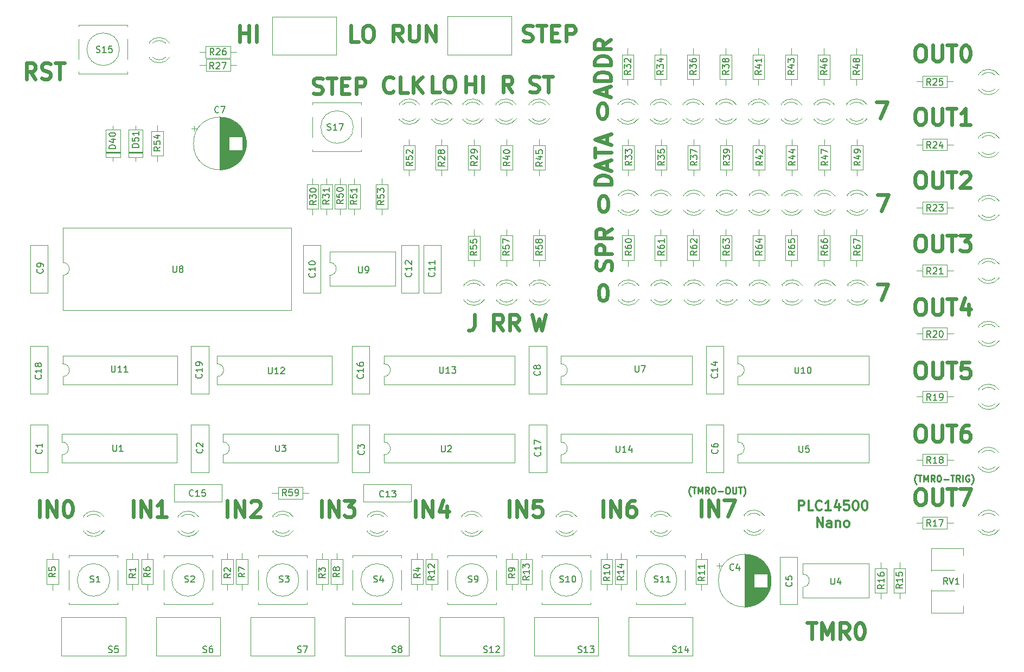
<source format=gbr>
%TF.GenerationSoftware,KiCad,Pcbnew,(5.1.9)-1*%
%TF.CreationDate,2022-11-16T15:29:30+01:00*%
%TF.ProjectId,plc14500,706c6331-3435-4303-902e-6b696361645f,rev?*%
%TF.SameCoordinates,Original*%
%TF.FileFunction,Legend,Top*%
%TF.FilePolarity,Positive*%
%FSLAX46Y46*%
G04 Gerber Fmt 4.6, Leading zero omitted, Abs format (unit mm)*
G04 Created by KiCad (PCBNEW (5.1.9)-1) date 2022-11-16 15:29:30*
%MOMM*%
%LPD*%
G01*
G04 APERTURE LIST*
%ADD10C,0.375000*%
%ADD11C,0.250000*%
%ADD12C,0.600000*%
%ADD13C,0.120000*%
%ADD14C,0.150000*%
G04 APERTURE END LIST*
D10*
X196248571Y-120186071D02*
X196248571Y-118686071D01*
X196820000Y-118686071D01*
X196962857Y-118757500D01*
X197034285Y-118828928D01*
X197105714Y-118971785D01*
X197105714Y-119186071D01*
X197034285Y-119328928D01*
X196962857Y-119400357D01*
X196820000Y-119471785D01*
X196248571Y-119471785D01*
X198462857Y-120186071D02*
X197748571Y-120186071D01*
X197748571Y-118686071D01*
X199820000Y-120043214D02*
X199748571Y-120114642D01*
X199534285Y-120186071D01*
X199391428Y-120186071D01*
X199177142Y-120114642D01*
X199034285Y-119971785D01*
X198962857Y-119828928D01*
X198891428Y-119543214D01*
X198891428Y-119328928D01*
X198962857Y-119043214D01*
X199034285Y-118900357D01*
X199177142Y-118757500D01*
X199391428Y-118686071D01*
X199534285Y-118686071D01*
X199748571Y-118757500D01*
X199820000Y-118828928D01*
X201248571Y-120186071D02*
X200391428Y-120186071D01*
X200820000Y-120186071D02*
X200820000Y-118686071D01*
X200677142Y-118900357D01*
X200534285Y-119043214D01*
X200391428Y-119114642D01*
X202534285Y-119186071D02*
X202534285Y-120186071D01*
X202177142Y-118614642D02*
X201820000Y-119686071D01*
X202748571Y-119686071D01*
X204034285Y-118686071D02*
X203320000Y-118686071D01*
X203248571Y-119400357D01*
X203320000Y-119328928D01*
X203462857Y-119257500D01*
X203820000Y-119257500D01*
X203962857Y-119328928D01*
X204034285Y-119400357D01*
X204105714Y-119543214D01*
X204105714Y-119900357D01*
X204034285Y-120043214D01*
X203962857Y-120114642D01*
X203820000Y-120186071D01*
X203462857Y-120186071D01*
X203320000Y-120114642D01*
X203248571Y-120043214D01*
X205034285Y-118686071D02*
X205177142Y-118686071D01*
X205320000Y-118757500D01*
X205391428Y-118828928D01*
X205462857Y-118971785D01*
X205534285Y-119257500D01*
X205534285Y-119614642D01*
X205462857Y-119900357D01*
X205391428Y-120043214D01*
X205320000Y-120114642D01*
X205177142Y-120186071D01*
X205034285Y-120186071D01*
X204891428Y-120114642D01*
X204820000Y-120043214D01*
X204748571Y-119900357D01*
X204677142Y-119614642D01*
X204677142Y-119257500D01*
X204748571Y-118971785D01*
X204820000Y-118828928D01*
X204891428Y-118757500D01*
X205034285Y-118686071D01*
X206462857Y-118686071D02*
X206605714Y-118686071D01*
X206748571Y-118757500D01*
X206820000Y-118828928D01*
X206891428Y-118971785D01*
X206962857Y-119257500D01*
X206962857Y-119614642D01*
X206891428Y-119900357D01*
X206820000Y-120043214D01*
X206748571Y-120114642D01*
X206605714Y-120186071D01*
X206462857Y-120186071D01*
X206320000Y-120114642D01*
X206248571Y-120043214D01*
X206177142Y-119900357D01*
X206105714Y-119614642D01*
X206105714Y-119257500D01*
X206177142Y-118971785D01*
X206248571Y-118828928D01*
X206320000Y-118757500D01*
X206462857Y-118686071D01*
X199105714Y-122811071D02*
X199105714Y-121311071D01*
X199962857Y-122811071D01*
X199962857Y-121311071D01*
X201320000Y-122811071D02*
X201320000Y-122025357D01*
X201248571Y-121882500D01*
X201105714Y-121811071D01*
X200820000Y-121811071D01*
X200677142Y-121882500D01*
X201320000Y-122739642D02*
X201177142Y-122811071D01*
X200820000Y-122811071D01*
X200677142Y-122739642D01*
X200605714Y-122596785D01*
X200605714Y-122453928D01*
X200677142Y-122311071D01*
X200820000Y-122239642D01*
X201177142Y-122239642D01*
X201320000Y-122168214D01*
X202034285Y-121811071D02*
X202034285Y-122811071D01*
X202034285Y-121953928D02*
X202105714Y-121882500D01*
X202248571Y-121811071D01*
X202462857Y-121811071D01*
X202605714Y-121882500D01*
X202677142Y-122025357D01*
X202677142Y-122811071D01*
X203605714Y-122811071D02*
X203462857Y-122739642D01*
X203391428Y-122668214D01*
X203320000Y-122525357D01*
X203320000Y-122096785D01*
X203391428Y-121953928D01*
X203462857Y-121882500D01*
X203605714Y-121811071D01*
X203820000Y-121811071D01*
X203962857Y-121882500D01*
X204034285Y-121953928D01*
X204105714Y-122096785D01*
X204105714Y-122525357D01*
X204034285Y-122668214D01*
X203962857Y-122739642D01*
X203820000Y-122811071D01*
X203605714Y-122811071D01*
D11*
X214600476Y-116113333D02*
X214552857Y-116065714D01*
X214457619Y-115922857D01*
X214410000Y-115827619D01*
X214362380Y-115684761D01*
X214314761Y-115446666D01*
X214314761Y-115256190D01*
X214362380Y-115018095D01*
X214410000Y-114875238D01*
X214457619Y-114780000D01*
X214552857Y-114637142D01*
X214600476Y-114589523D01*
X214838571Y-114732380D02*
X215410000Y-114732380D01*
X215124285Y-115732380D02*
X215124285Y-114732380D01*
X215743333Y-115732380D02*
X215743333Y-114732380D01*
X216076666Y-115446666D01*
X216410000Y-114732380D01*
X216410000Y-115732380D01*
X217457619Y-115732380D02*
X217124285Y-115256190D01*
X216886190Y-115732380D02*
X216886190Y-114732380D01*
X217267142Y-114732380D01*
X217362380Y-114780000D01*
X217410000Y-114827619D01*
X217457619Y-114922857D01*
X217457619Y-115065714D01*
X217410000Y-115160952D01*
X217362380Y-115208571D01*
X217267142Y-115256190D01*
X216886190Y-115256190D01*
X218076666Y-114732380D02*
X218171904Y-114732380D01*
X218267142Y-114780000D01*
X218314761Y-114827619D01*
X218362380Y-114922857D01*
X218410000Y-115113333D01*
X218410000Y-115351428D01*
X218362380Y-115541904D01*
X218314761Y-115637142D01*
X218267142Y-115684761D01*
X218171904Y-115732380D01*
X218076666Y-115732380D01*
X217981428Y-115684761D01*
X217933809Y-115637142D01*
X217886190Y-115541904D01*
X217838571Y-115351428D01*
X217838571Y-115113333D01*
X217886190Y-114922857D01*
X217933809Y-114827619D01*
X217981428Y-114780000D01*
X218076666Y-114732380D01*
X218838571Y-115351428D02*
X219600476Y-115351428D01*
X219933809Y-114732380D02*
X220505238Y-114732380D01*
X220219523Y-115732380D02*
X220219523Y-114732380D01*
X221410000Y-115732380D02*
X221076666Y-115256190D01*
X220838571Y-115732380D02*
X220838571Y-114732380D01*
X221219523Y-114732380D01*
X221314761Y-114780000D01*
X221362380Y-114827619D01*
X221410000Y-114922857D01*
X221410000Y-115065714D01*
X221362380Y-115160952D01*
X221314761Y-115208571D01*
X221219523Y-115256190D01*
X220838571Y-115256190D01*
X221838571Y-115732380D02*
X221838571Y-114732380D01*
X222838571Y-114780000D02*
X222743333Y-114732380D01*
X222600476Y-114732380D01*
X222457619Y-114780000D01*
X222362380Y-114875238D01*
X222314761Y-114970476D01*
X222267142Y-115160952D01*
X222267142Y-115303809D01*
X222314761Y-115494285D01*
X222362380Y-115589523D01*
X222457619Y-115684761D01*
X222600476Y-115732380D01*
X222695714Y-115732380D01*
X222838571Y-115684761D01*
X222886190Y-115637142D01*
X222886190Y-115303809D01*
X222695714Y-115303809D01*
X223219523Y-116113333D02*
X223267142Y-116065714D01*
X223362380Y-115922857D01*
X223410000Y-115827619D01*
X223457619Y-115684761D01*
X223505238Y-115446666D01*
X223505238Y-115256190D01*
X223457619Y-115018095D01*
X223410000Y-114875238D01*
X223362380Y-114780000D01*
X223267142Y-114637142D01*
X223219523Y-114589523D01*
X179370952Y-117983333D02*
X179323333Y-117935714D01*
X179228095Y-117792857D01*
X179180476Y-117697619D01*
X179132857Y-117554761D01*
X179085238Y-117316666D01*
X179085238Y-117126190D01*
X179132857Y-116888095D01*
X179180476Y-116745238D01*
X179228095Y-116650000D01*
X179323333Y-116507142D01*
X179370952Y-116459523D01*
X179609047Y-116602380D02*
X180180476Y-116602380D01*
X179894761Y-117602380D02*
X179894761Y-116602380D01*
X180513809Y-117602380D02*
X180513809Y-116602380D01*
X180847142Y-117316666D01*
X181180476Y-116602380D01*
X181180476Y-117602380D01*
X182228095Y-117602380D02*
X181894761Y-117126190D01*
X181656666Y-117602380D02*
X181656666Y-116602380D01*
X182037619Y-116602380D01*
X182132857Y-116650000D01*
X182180476Y-116697619D01*
X182228095Y-116792857D01*
X182228095Y-116935714D01*
X182180476Y-117030952D01*
X182132857Y-117078571D01*
X182037619Y-117126190D01*
X181656666Y-117126190D01*
X182847142Y-116602380D02*
X182942380Y-116602380D01*
X183037619Y-116650000D01*
X183085238Y-116697619D01*
X183132857Y-116792857D01*
X183180476Y-116983333D01*
X183180476Y-117221428D01*
X183132857Y-117411904D01*
X183085238Y-117507142D01*
X183037619Y-117554761D01*
X182942380Y-117602380D01*
X182847142Y-117602380D01*
X182751904Y-117554761D01*
X182704285Y-117507142D01*
X182656666Y-117411904D01*
X182609047Y-117221428D01*
X182609047Y-116983333D01*
X182656666Y-116792857D01*
X182704285Y-116697619D01*
X182751904Y-116650000D01*
X182847142Y-116602380D01*
X183609047Y-117221428D02*
X184370952Y-117221428D01*
X185037619Y-116602380D02*
X185228095Y-116602380D01*
X185323333Y-116650000D01*
X185418571Y-116745238D01*
X185466190Y-116935714D01*
X185466190Y-117269047D01*
X185418571Y-117459523D01*
X185323333Y-117554761D01*
X185228095Y-117602380D01*
X185037619Y-117602380D01*
X184942380Y-117554761D01*
X184847142Y-117459523D01*
X184799523Y-117269047D01*
X184799523Y-116935714D01*
X184847142Y-116745238D01*
X184942380Y-116650000D01*
X185037619Y-116602380D01*
X185894761Y-116602380D02*
X185894761Y-117411904D01*
X185942380Y-117507142D01*
X185990000Y-117554761D01*
X186085238Y-117602380D01*
X186275714Y-117602380D01*
X186370952Y-117554761D01*
X186418571Y-117507142D01*
X186466190Y-117411904D01*
X186466190Y-116602380D01*
X186799523Y-116602380D02*
X187370952Y-116602380D01*
X187085238Y-117602380D02*
X187085238Y-116602380D01*
X187609047Y-117983333D02*
X187656666Y-117935714D01*
X187751904Y-117792857D01*
X187799523Y-117697619D01*
X187847142Y-117554761D01*
X187894761Y-117316666D01*
X187894761Y-117126190D01*
X187847142Y-116888095D01*
X187799523Y-116745238D01*
X187751904Y-116650000D01*
X187656666Y-116507142D01*
X187609047Y-116459523D01*
D12*
X120472380Y-55081904D02*
X120829523Y-55200952D01*
X121424761Y-55200952D01*
X121662857Y-55081904D01*
X121781904Y-54962857D01*
X121900952Y-54724761D01*
X121900952Y-54486666D01*
X121781904Y-54248571D01*
X121662857Y-54129523D01*
X121424761Y-54010476D01*
X120948571Y-53891428D01*
X120710476Y-53772380D01*
X120591428Y-53653333D01*
X120472380Y-53415238D01*
X120472380Y-53177142D01*
X120591428Y-52939047D01*
X120710476Y-52820000D01*
X120948571Y-52700952D01*
X121543809Y-52700952D01*
X121900952Y-52820000D01*
X122615238Y-52700952D02*
X124043809Y-52700952D01*
X123329523Y-55200952D02*
X123329523Y-52700952D01*
X124877142Y-53891428D02*
X125710476Y-53891428D01*
X126067619Y-55200952D02*
X124877142Y-55200952D01*
X124877142Y-52700952D01*
X126067619Y-52700952D01*
X127139047Y-55200952D02*
X127139047Y-52700952D01*
X128091428Y-52700952D01*
X128329523Y-52820000D01*
X128448571Y-52939047D01*
X128567619Y-53177142D01*
X128567619Y-53534285D01*
X128448571Y-53772380D01*
X128329523Y-53891428D01*
X128091428Y-54010476D01*
X127139047Y-54010476D01*
X77080952Y-52880952D02*
X76247619Y-51690476D01*
X75652380Y-52880952D02*
X75652380Y-50380952D01*
X76604761Y-50380952D01*
X76842857Y-50500000D01*
X76961904Y-50619047D01*
X77080952Y-50857142D01*
X77080952Y-51214285D01*
X76961904Y-51452380D01*
X76842857Y-51571428D01*
X76604761Y-51690476D01*
X75652380Y-51690476D01*
X78033333Y-52761904D02*
X78390476Y-52880952D01*
X78985714Y-52880952D01*
X79223809Y-52761904D01*
X79342857Y-52642857D01*
X79461904Y-52404761D01*
X79461904Y-52166666D01*
X79342857Y-51928571D01*
X79223809Y-51809523D01*
X78985714Y-51690476D01*
X78509523Y-51571428D01*
X78271428Y-51452380D01*
X78152380Y-51333333D01*
X78033333Y-51095238D01*
X78033333Y-50857142D01*
X78152380Y-50619047D01*
X78271428Y-50500000D01*
X78509523Y-50380952D01*
X79104761Y-50380952D01*
X79461904Y-50500000D01*
X80176190Y-50380952D02*
X81604761Y-50380952D01*
X80890476Y-52880952D02*
X80890476Y-50380952D01*
X153242380Y-46896904D02*
X153599523Y-47015952D01*
X154194761Y-47015952D01*
X154432857Y-46896904D01*
X154551904Y-46777857D01*
X154670952Y-46539761D01*
X154670952Y-46301666D01*
X154551904Y-46063571D01*
X154432857Y-45944523D01*
X154194761Y-45825476D01*
X153718571Y-45706428D01*
X153480476Y-45587380D01*
X153361428Y-45468333D01*
X153242380Y-45230238D01*
X153242380Y-44992142D01*
X153361428Y-44754047D01*
X153480476Y-44635000D01*
X153718571Y-44515952D01*
X154313809Y-44515952D01*
X154670952Y-44635000D01*
X155385238Y-44515952D02*
X156813809Y-44515952D01*
X156099523Y-47015952D02*
X156099523Y-44515952D01*
X157647142Y-45706428D02*
X158480476Y-45706428D01*
X158837619Y-47015952D02*
X157647142Y-47015952D01*
X157647142Y-44515952D01*
X158837619Y-44515952D01*
X159909047Y-47015952D02*
X159909047Y-44515952D01*
X160861428Y-44515952D01*
X161099523Y-44635000D01*
X161218571Y-44754047D01*
X161337619Y-44992142D01*
X161337619Y-45349285D01*
X161218571Y-45587380D01*
X161099523Y-45706428D01*
X160861428Y-45825476D01*
X159909047Y-45825476D01*
X134394761Y-47015952D02*
X133561428Y-45825476D01*
X132966190Y-47015952D02*
X132966190Y-44515952D01*
X133918571Y-44515952D01*
X134156666Y-44635000D01*
X134275714Y-44754047D01*
X134394761Y-44992142D01*
X134394761Y-45349285D01*
X134275714Y-45587380D01*
X134156666Y-45706428D01*
X133918571Y-45825476D01*
X132966190Y-45825476D01*
X135466190Y-44515952D02*
X135466190Y-46539761D01*
X135585238Y-46777857D01*
X135704285Y-46896904D01*
X135942380Y-47015952D01*
X136418571Y-47015952D01*
X136656666Y-46896904D01*
X136775714Y-46777857D01*
X136894761Y-46539761D01*
X136894761Y-44515952D01*
X138085238Y-47015952D02*
X138085238Y-44515952D01*
X139513809Y-47015952D01*
X139513809Y-44515952D01*
X109010476Y-47035952D02*
X109010476Y-44535952D01*
X109010476Y-45726428D02*
X110439047Y-45726428D01*
X110439047Y-47035952D02*
X110439047Y-44535952D01*
X111629523Y-47035952D02*
X111629523Y-44535952D01*
X127474285Y-47035952D02*
X126283809Y-47035952D01*
X126283809Y-44535952D01*
X128783809Y-44535952D02*
X129260000Y-44535952D01*
X129498095Y-44655000D01*
X129736190Y-44893095D01*
X129855238Y-45369285D01*
X129855238Y-46202619D01*
X129736190Y-46678809D01*
X129498095Y-46916904D01*
X129260000Y-47035952D01*
X128783809Y-47035952D01*
X128545714Y-46916904D01*
X128307619Y-46678809D01*
X128188571Y-46202619D01*
X128188571Y-45369285D01*
X128307619Y-44893095D01*
X128545714Y-44655000D01*
X128783809Y-44535952D01*
X132941904Y-54792857D02*
X132822857Y-54911904D01*
X132465714Y-55030952D01*
X132227619Y-55030952D01*
X131870476Y-54911904D01*
X131632380Y-54673809D01*
X131513333Y-54435714D01*
X131394285Y-53959523D01*
X131394285Y-53602380D01*
X131513333Y-53126190D01*
X131632380Y-52888095D01*
X131870476Y-52650000D01*
X132227619Y-52530952D01*
X132465714Y-52530952D01*
X132822857Y-52650000D01*
X132941904Y-52769047D01*
X135203809Y-55030952D02*
X134013333Y-55030952D01*
X134013333Y-52530952D01*
X136037142Y-55030952D02*
X136037142Y-52530952D01*
X137465714Y-55030952D02*
X136394285Y-53602380D01*
X137465714Y-52530952D02*
X136037142Y-53959523D01*
X140179285Y-54960952D02*
X138988809Y-54960952D01*
X138988809Y-52460952D01*
X141488809Y-52460952D02*
X141965000Y-52460952D01*
X142203095Y-52580000D01*
X142441190Y-52818095D01*
X142560238Y-53294285D01*
X142560238Y-54127619D01*
X142441190Y-54603809D01*
X142203095Y-54841904D01*
X141965000Y-54960952D01*
X141488809Y-54960952D01*
X141250714Y-54841904D01*
X141012619Y-54603809D01*
X140893571Y-54127619D01*
X140893571Y-53294285D01*
X141012619Y-52818095D01*
X141250714Y-52580000D01*
X141488809Y-52460952D01*
X154248329Y-54841904D02*
X154605472Y-54960952D01*
X155200710Y-54960952D01*
X155438805Y-54841904D01*
X155557853Y-54722857D01*
X155676900Y-54484761D01*
X155676900Y-54246666D01*
X155557853Y-54008571D01*
X155438805Y-53889523D01*
X155200710Y-53770476D01*
X154724519Y-53651428D01*
X154486424Y-53532380D01*
X154367376Y-53413333D01*
X154248329Y-53175238D01*
X154248329Y-52937142D01*
X154367376Y-52699047D01*
X154486424Y-52580000D01*
X154724519Y-52460952D01*
X155319757Y-52460952D01*
X155676900Y-52580000D01*
X156391186Y-52460952D02*
X157819757Y-52460952D01*
X157105472Y-54960952D02*
X157105472Y-52460952D01*
X144255476Y-54960952D02*
X144255476Y-52460952D01*
X144255476Y-53651428D02*
X145684047Y-53651428D01*
X145684047Y-54960952D02*
X145684047Y-52460952D01*
X146874523Y-54960952D02*
X146874523Y-52460952D01*
X151508809Y-54960952D02*
X150675476Y-53770476D01*
X150080238Y-54960952D02*
X150080238Y-52460952D01*
X151032619Y-52460952D01*
X151270714Y-52580000D01*
X151389761Y-52699047D01*
X151508809Y-52937142D01*
X151508809Y-53294285D01*
X151389761Y-53532380D01*
X151270714Y-53651428D01*
X151032619Y-53770476D01*
X150080238Y-53770476D01*
X166166666Y-55455238D02*
X166166666Y-54264761D01*
X166880952Y-55693333D02*
X164380952Y-54860000D01*
X166880952Y-54026666D01*
X166880952Y-53193333D02*
X164380952Y-53193333D01*
X164380952Y-52598095D01*
X164500000Y-52240952D01*
X164738095Y-52002857D01*
X164976190Y-51883809D01*
X165452380Y-51764761D01*
X165809523Y-51764761D01*
X166285714Y-51883809D01*
X166523809Y-52002857D01*
X166761904Y-52240952D01*
X166880952Y-52598095D01*
X166880952Y-53193333D01*
X166880952Y-50693333D02*
X164380952Y-50693333D01*
X164380952Y-50098095D01*
X164500000Y-49740952D01*
X164738095Y-49502857D01*
X164976190Y-49383809D01*
X165452380Y-49264761D01*
X165809523Y-49264761D01*
X166285714Y-49383809D01*
X166523809Y-49502857D01*
X166761904Y-49740952D01*
X166880952Y-50098095D01*
X166880952Y-50693333D01*
X166880952Y-46764761D02*
X165690476Y-47598095D01*
X166880952Y-48193333D02*
X164380952Y-48193333D01*
X164380952Y-47240952D01*
X164500000Y-47002857D01*
X164619047Y-46883809D01*
X164857142Y-46764761D01*
X165214285Y-46764761D01*
X165452380Y-46883809D01*
X165571428Y-47002857D01*
X165690476Y-47240952D01*
X165690476Y-48193333D01*
X208406666Y-56490952D02*
X210073333Y-56490952D01*
X209001904Y-58990952D01*
X165480952Y-56610952D02*
X165719047Y-56610952D01*
X165957142Y-56730000D01*
X166076190Y-56849047D01*
X166195238Y-57087142D01*
X166314285Y-57563333D01*
X166314285Y-58158571D01*
X166195238Y-58634761D01*
X166076190Y-58872857D01*
X165957142Y-58991904D01*
X165719047Y-59110952D01*
X165480952Y-59110952D01*
X165242857Y-58991904D01*
X165123809Y-58872857D01*
X165004761Y-58634761D01*
X164885714Y-58158571D01*
X164885714Y-57563333D01*
X165004761Y-57087142D01*
X165123809Y-56849047D01*
X165242857Y-56730000D01*
X165480952Y-56610952D01*
X208546666Y-70980952D02*
X210213333Y-70980952D01*
X209141904Y-73480952D01*
X166960952Y-69350000D02*
X164460952Y-69350000D01*
X164460952Y-68754761D01*
X164580000Y-68397619D01*
X164818095Y-68159523D01*
X165056190Y-68040476D01*
X165532380Y-67921428D01*
X165889523Y-67921428D01*
X166365714Y-68040476D01*
X166603809Y-68159523D01*
X166841904Y-68397619D01*
X166960952Y-68754761D01*
X166960952Y-69350000D01*
X166246666Y-66969047D02*
X166246666Y-65778571D01*
X166960952Y-67207142D02*
X164460952Y-66373809D01*
X166960952Y-65540476D01*
X164460952Y-65064285D02*
X164460952Y-63635714D01*
X166960952Y-64350000D02*
X164460952Y-64350000D01*
X166246666Y-62921428D02*
X166246666Y-61730952D01*
X166960952Y-63159523D02*
X164460952Y-62326190D01*
X166960952Y-61492857D01*
X165620952Y-71100952D02*
X165859047Y-71100952D01*
X166097142Y-71220000D01*
X166216190Y-71339047D01*
X166335238Y-71577142D01*
X166454285Y-72053333D01*
X166454285Y-72648571D01*
X166335238Y-73124761D01*
X166216190Y-73362857D01*
X166097142Y-73481904D01*
X165859047Y-73600952D01*
X165620952Y-73600952D01*
X165382857Y-73481904D01*
X165263809Y-73362857D01*
X165144761Y-73124761D01*
X165025714Y-72648571D01*
X165025714Y-72053333D01*
X165144761Y-71577142D01*
X165263809Y-71339047D01*
X165382857Y-71220000D01*
X165620952Y-71100952D01*
X154603567Y-89630952D02*
X155198805Y-92130952D01*
X155674996Y-90345238D01*
X156151186Y-92130952D01*
X156746424Y-89630952D01*
X150058805Y-92130952D02*
X149225472Y-90940476D01*
X148630234Y-92130952D02*
X148630234Y-89630952D01*
X149582615Y-89630952D01*
X149820710Y-89750000D01*
X149939757Y-89869047D01*
X150058805Y-90107142D01*
X150058805Y-90464285D01*
X149939757Y-90702380D01*
X149820710Y-90821428D01*
X149582615Y-90940476D01*
X148630234Y-90940476D01*
X152558805Y-92130952D02*
X151725472Y-90940476D01*
X151130234Y-92130952D02*
X151130234Y-89630952D01*
X152082615Y-89630952D01*
X152320710Y-89750000D01*
X152439757Y-89869047D01*
X152558805Y-90107142D01*
X152558805Y-90464285D01*
X152439757Y-90702380D01*
X152320710Y-90821428D01*
X152082615Y-90940476D01*
X151130234Y-90940476D01*
X145617142Y-89610952D02*
X145617142Y-91396666D01*
X145498095Y-91753809D01*
X145260000Y-91991904D01*
X144902857Y-92110952D01*
X144664761Y-92110952D01*
X208496666Y-84870952D02*
X210163333Y-84870952D01*
X209091904Y-87370952D01*
X165570952Y-84990952D02*
X165809047Y-84990952D01*
X166047142Y-85110000D01*
X166166190Y-85229047D01*
X166285238Y-85467142D01*
X166404285Y-85943333D01*
X166404285Y-86538571D01*
X166285238Y-87014761D01*
X166166190Y-87252857D01*
X166047142Y-87371904D01*
X165809047Y-87490952D01*
X165570952Y-87490952D01*
X165332857Y-87371904D01*
X165213809Y-87252857D01*
X165094761Y-87014761D01*
X164975714Y-86538571D01*
X164975714Y-85943333D01*
X165094761Y-85467142D01*
X165213809Y-85229047D01*
X165332857Y-85110000D01*
X165570952Y-84990952D01*
X166961904Y-82674285D02*
X167080952Y-82317142D01*
X167080952Y-81721904D01*
X166961904Y-81483809D01*
X166842857Y-81364761D01*
X166604761Y-81245714D01*
X166366666Y-81245714D01*
X166128571Y-81364761D01*
X166009523Y-81483809D01*
X165890476Y-81721904D01*
X165771428Y-82198095D01*
X165652380Y-82436190D01*
X165533333Y-82555238D01*
X165295238Y-82674285D01*
X165057142Y-82674285D01*
X164819047Y-82555238D01*
X164700000Y-82436190D01*
X164580952Y-82198095D01*
X164580952Y-81602857D01*
X164700000Y-81245714D01*
X167080952Y-80174285D02*
X164580952Y-80174285D01*
X164580952Y-79221904D01*
X164700000Y-78983809D01*
X164819047Y-78864761D01*
X165057142Y-78745714D01*
X165414285Y-78745714D01*
X165652380Y-78864761D01*
X165771428Y-78983809D01*
X165890476Y-79221904D01*
X165890476Y-80174285D01*
X167080952Y-76245714D02*
X165890476Y-77079047D01*
X167080952Y-77674285D02*
X164580952Y-77674285D01*
X164580952Y-76721904D01*
X164700000Y-76483809D01*
X164819047Y-76364761D01*
X165057142Y-76245714D01*
X165414285Y-76245714D01*
X165652380Y-76364761D01*
X165771428Y-76483809D01*
X165890476Y-76721904D01*
X165890476Y-77674285D01*
X215009523Y-47590952D02*
X215485714Y-47590952D01*
X215723809Y-47710000D01*
X215961904Y-47948095D01*
X216080952Y-48424285D01*
X216080952Y-49257619D01*
X215961904Y-49733809D01*
X215723809Y-49971904D01*
X215485714Y-50090952D01*
X215009523Y-50090952D01*
X214771428Y-49971904D01*
X214533333Y-49733809D01*
X214414285Y-49257619D01*
X214414285Y-48424285D01*
X214533333Y-47948095D01*
X214771428Y-47710000D01*
X215009523Y-47590952D01*
X217152380Y-47590952D02*
X217152380Y-49614761D01*
X217271428Y-49852857D01*
X217390476Y-49971904D01*
X217628571Y-50090952D01*
X218104761Y-50090952D01*
X218342857Y-49971904D01*
X218461904Y-49852857D01*
X218580952Y-49614761D01*
X218580952Y-47590952D01*
X219414285Y-47590952D02*
X220842857Y-47590952D01*
X220128571Y-50090952D02*
X220128571Y-47590952D01*
X222152380Y-47590952D02*
X222390476Y-47590952D01*
X222628571Y-47710000D01*
X222747619Y-47829047D01*
X222866666Y-48067142D01*
X222985714Y-48543333D01*
X222985714Y-49138571D01*
X222866666Y-49614761D01*
X222747619Y-49852857D01*
X222628571Y-49971904D01*
X222390476Y-50090952D01*
X222152380Y-50090952D01*
X221914285Y-49971904D01*
X221795238Y-49852857D01*
X221676190Y-49614761D01*
X221557142Y-49138571D01*
X221557142Y-48543333D01*
X221676190Y-48067142D01*
X221795238Y-47829047D01*
X221914285Y-47710000D01*
X222152380Y-47590952D01*
X215009523Y-57486666D02*
X215485714Y-57486666D01*
X215723809Y-57605714D01*
X215961904Y-57843809D01*
X216080952Y-58319999D01*
X216080952Y-59153333D01*
X215961904Y-59629523D01*
X215723809Y-59867618D01*
X215485714Y-59986666D01*
X215009523Y-59986666D01*
X214771428Y-59867618D01*
X214533333Y-59629523D01*
X214414285Y-59153333D01*
X214414285Y-58319999D01*
X214533333Y-57843809D01*
X214771428Y-57605714D01*
X215009523Y-57486666D01*
X217152380Y-57486666D02*
X217152380Y-59510475D01*
X217271428Y-59748571D01*
X217390476Y-59867618D01*
X217628571Y-59986666D01*
X218104761Y-59986666D01*
X218342857Y-59867618D01*
X218461904Y-59748571D01*
X218580952Y-59510475D01*
X218580952Y-57486666D01*
X219414285Y-57486666D02*
X220842857Y-57486666D01*
X220128571Y-59986666D02*
X220128571Y-57486666D01*
X222985714Y-59986666D02*
X221557142Y-59986666D01*
X222271428Y-59986666D02*
X222271428Y-57486666D01*
X222033333Y-57843809D01*
X221795238Y-58081904D01*
X221557142Y-58200952D01*
X215009523Y-67382380D02*
X215485714Y-67382380D01*
X215723809Y-67501428D01*
X215961904Y-67739523D01*
X216080952Y-68215713D01*
X216080952Y-69049047D01*
X215961904Y-69525237D01*
X215723809Y-69763332D01*
X215485714Y-69882380D01*
X215009523Y-69882380D01*
X214771428Y-69763332D01*
X214533333Y-69525237D01*
X214414285Y-69049047D01*
X214414285Y-68215713D01*
X214533333Y-67739523D01*
X214771428Y-67501428D01*
X215009523Y-67382380D01*
X217152380Y-67382380D02*
X217152380Y-69406189D01*
X217271428Y-69644285D01*
X217390476Y-69763332D01*
X217628571Y-69882380D01*
X218104761Y-69882380D01*
X218342857Y-69763332D01*
X218461904Y-69644285D01*
X218580952Y-69406189D01*
X218580952Y-67382380D01*
X219414285Y-67382380D02*
X220842857Y-67382380D01*
X220128571Y-69882380D02*
X220128571Y-67382380D01*
X221557142Y-67620475D02*
X221676190Y-67501428D01*
X221914285Y-67382380D01*
X222509523Y-67382380D01*
X222747619Y-67501428D01*
X222866666Y-67620475D01*
X222985714Y-67858570D01*
X222985714Y-68096666D01*
X222866666Y-68453808D01*
X221438095Y-69882380D01*
X222985714Y-69882380D01*
X215009523Y-77278094D02*
X215485714Y-77278094D01*
X215723809Y-77397142D01*
X215961904Y-77635237D01*
X216080952Y-78111427D01*
X216080952Y-78944761D01*
X215961904Y-79420951D01*
X215723809Y-79659046D01*
X215485714Y-79778094D01*
X215009523Y-79778094D01*
X214771428Y-79659046D01*
X214533333Y-79420951D01*
X214414285Y-78944761D01*
X214414285Y-78111427D01*
X214533333Y-77635237D01*
X214771428Y-77397142D01*
X215009523Y-77278094D01*
X217152380Y-77278094D02*
X217152380Y-79301903D01*
X217271428Y-79539999D01*
X217390476Y-79659046D01*
X217628571Y-79778094D01*
X218104761Y-79778094D01*
X218342857Y-79659046D01*
X218461904Y-79539999D01*
X218580952Y-79301903D01*
X218580952Y-77278094D01*
X219414285Y-77278094D02*
X220842857Y-77278094D01*
X220128571Y-79778094D02*
X220128571Y-77278094D01*
X221438095Y-77278094D02*
X222985714Y-77278094D01*
X222152380Y-78230475D01*
X222509523Y-78230475D01*
X222747619Y-78349522D01*
X222866666Y-78468570D01*
X222985714Y-78706665D01*
X222985714Y-79301903D01*
X222866666Y-79539999D01*
X222747619Y-79659046D01*
X222509523Y-79778094D01*
X221795238Y-79778094D01*
X221557142Y-79659046D01*
X221438095Y-79539999D01*
X215009523Y-87173808D02*
X215485714Y-87173808D01*
X215723809Y-87292856D01*
X215961904Y-87530951D01*
X216080952Y-88007141D01*
X216080952Y-88840475D01*
X215961904Y-89316665D01*
X215723809Y-89554760D01*
X215485714Y-89673808D01*
X215009523Y-89673808D01*
X214771428Y-89554760D01*
X214533333Y-89316665D01*
X214414285Y-88840475D01*
X214414285Y-88007141D01*
X214533333Y-87530951D01*
X214771428Y-87292856D01*
X215009523Y-87173808D01*
X217152380Y-87173808D02*
X217152380Y-89197617D01*
X217271428Y-89435713D01*
X217390476Y-89554760D01*
X217628571Y-89673808D01*
X218104761Y-89673808D01*
X218342857Y-89554760D01*
X218461904Y-89435713D01*
X218580952Y-89197617D01*
X218580952Y-87173808D01*
X219414285Y-87173808D02*
X220842857Y-87173808D01*
X220128571Y-89673808D02*
X220128571Y-87173808D01*
X222747619Y-88007141D02*
X222747619Y-89673808D01*
X222152380Y-87054760D02*
X221557142Y-88840475D01*
X223104761Y-88840475D01*
X215009523Y-97069522D02*
X215485714Y-97069522D01*
X215723809Y-97188570D01*
X215961904Y-97426665D01*
X216080952Y-97902855D01*
X216080952Y-98736189D01*
X215961904Y-99212379D01*
X215723809Y-99450474D01*
X215485714Y-99569522D01*
X215009523Y-99569522D01*
X214771428Y-99450474D01*
X214533333Y-99212379D01*
X214414285Y-98736189D01*
X214414285Y-97902855D01*
X214533333Y-97426665D01*
X214771428Y-97188570D01*
X215009523Y-97069522D01*
X217152380Y-97069522D02*
X217152380Y-99093331D01*
X217271428Y-99331427D01*
X217390476Y-99450474D01*
X217628571Y-99569522D01*
X218104761Y-99569522D01*
X218342857Y-99450474D01*
X218461904Y-99331427D01*
X218580952Y-99093331D01*
X218580952Y-97069522D01*
X219414285Y-97069522D02*
X220842857Y-97069522D01*
X220128571Y-99569522D02*
X220128571Y-97069522D01*
X222866666Y-97069522D02*
X221676190Y-97069522D01*
X221557142Y-98259998D01*
X221676190Y-98140950D01*
X221914285Y-98021903D01*
X222509523Y-98021903D01*
X222747619Y-98140950D01*
X222866666Y-98259998D01*
X222985714Y-98498093D01*
X222985714Y-99093331D01*
X222866666Y-99331427D01*
X222747619Y-99450474D01*
X222509523Y-99569522D01*
X221914285Y-99569522D01*
X221676190Y-99450474D01*
X221557142Y-99331427D01*
X215009523Y-106965236D02*
X215485714Y-106965236D01*
X215723809Y-107084284D01*
X215961904Y-107322379D01*
X216080952Y-107798569D01*
X216080952Y-108631903D01*
X215961904Y-109108093D01*
X215723809Y-109346188D01*
X215485714Y-109465236D01*
X215009523Y-109465236D01*
X214771428Y-109346188D01*
X214533333Y-109108093D01*
X214414285Y-108631903D01*
X214414285Y-107798569D01*
X214533333Y-107322379D01*
X214771428Y-107084284D01*
X215009523Y-106965236D01*
X217152380Y-106965236D02*
X217152380Y-108989045D01*
X217271428Y-109227141D01*
X217390476Y-109346188D01*
X217628571Y-109465236D01*
X218104761Y-109465236D01*
X218342857Y-109346188D01*
X218461904Y-109227141D01*
X218580952Y-108989045D01*
X218580952Y-106965236D01*
X219414285Y-106965236D02*
X220842857Y-106965236D01*
X220128571Y-109465236D02*
X220128571Y-106965236D01*
X222747619Y-106965236D02*
X222271428Y-106965236D01*
X222033333Y-107084284D01*
X221914285Y-107203331D01*
X221676190Y-107560474D01*
X221557142Y-108036664D01*
X221557142Y-108989045D01*
X221676190Y-109227141D01*
X221795238Y-109346188D01*
X222033333Y-109465236D01*
X222509523Y-109465236D01*
X222747619Y-109346188D01*
X222866666Y-109227141D01*
X222985714Y-108989045D01*
X222985714Y-108393807D01*
X222866666Y-108155712D01*
X222747619Y-108036664D01*
X222509523Y-107917617D01*
X222033333Y-107917617D01*
X221795238Y-108036664D01*
X221676190Y-108155712D01*
X221557142Y-108393807D01*
X215009523Y-116860952D02*
X215485714Y-116860952D01*
X215723809Y-116980000D01*
X215961904Y-117218095D01*
X216080952Y-117694285D01*
X216080952Y-118527619D01*
X215961904Y-119003809D01*
X215723809Y-119241904D01*
X215485714Y-119360952D01*
X215009523Y-119360952D01*
X214771428Y-119241904D01*
X214533333Y-119003809D01*
X214414285Y-118527619D01*
X214414285Y-117694285D01*
X214533333Y-117218095D01*
X214771428Y-116980000D01*
X215009523Y-116860952D01*
X217152380Y-116860952D02*
X217152380Y-118884761D01*
X217271428Y-119122857D01*
X217390476Y-119241904D01*
X217628571Y-119360952D01*
X218104761Y-119360952D01*
X218342857Y-119241904D01*
X218461904Y-119122857D01*
X218580952Y-118884761D01*
X218580952Y-116860952D01*
X219414285Y-116860952D02*
X220842857Y-116860952D01*
X220128571Y-119360952D02*
X220128571Y-116860952D01*
X221438095Y-116860952D02*
X223104761Y-116860952D01*
X222033333Y-119360952D01*
X181020000Y-121120952D02*
X181020000Y-118620952D01*
X182210476Y-121120952D02*
X182210476Y-118620952D01*
X183639047Y-121120952D01*
X183639047Y-118620952D01*
X184591428Y-118620952D02*
X186258095Y-118620952D01*
X185186666Y-121120952D01*
X197556666Y-137780952D02*
X198985238Y-137780952D01*
X198270952Y-140280952D02*
X198270952Y-137780952D01*
X199818571Y-140280952D02*
X199818571Y-137780952D01*
X200651904Y-139566666D01*
X201485238Y-137780952D01*
X201485238Y-140280952D01*
X204104285Y-140280952D02*
X203270952Y-139090476D01*
X202675714Y-140280952D02*
X202675714Y-137780952D01*
X203628095Y-137780952D01*
X203866190Y-137900000D01*
X203985238Y-138019047D01*
X204104285Y-138257142D01*
X204104285Y-138614285D01*
X203985238Y-138852380D01*
X203866190Y-138971428D01*
X203628095Y-139090476D01*
X202675714Y-139090476D01*
X205651904Y-137780952D02*
X205890000Y-137780952D01*
X206128095Y-137900000D01*
X206247142Y-138019047D01*
X206366190Y-138257142D01*
X206485238Y-138733333D01*
X206485238Y-139328571D01*
X206366190Y-139804761D01*
X206247142Y-140042857D01*
X206128095Y-140161904D01*
X205890000Y-140280952D01*
X205651904Y-140280952D01*
X205413809Y-140161904D01*
X205294761Y-140042857D01*
X205175714Y-139804761D01*
X205056666Y-139328571D01*
X205056666Y-138733333D01*
X205175714Y-138257142D01*
X205294761Y-138019047D01*
X205413809Y-137900000D01*
X205651904Y-137780952D01*
X165730000Y-121200952D02*
X165730000Y-118700952D01*
X166920476Y-121200952D02*
X166920476Y-118700952D01*
X168349047Y-121200952D01*
X168349047Y-118700952D01*
X170610952Y-118700952D02*
X170134761Y-118700952D01*
X169896666Y-118820000D01*
X169777619Y-118939047D01*
X169539523Y-119296190D01*
X169420476Y-119772380D01*
X169420476Y-120724761D01*
X169539523Y-120962857D01*
X169658571Y-121081904D01*
X169896666Y-121200952D01*
X170372857Y-121200952D01*
X170610952Y-121081904D01*
X170730000Y-120962857D01*
X170849047Y-120724761D01*
X170849047Y-120129523D01*
X170730000Y-119891428D01*
X170610952Y-119772380D01*
X170372857Y-119653333D01*
X169896666Y-119653333D01*
X169658571Y-119772380D01*
X169539523Y-119891428D01*
X169420476Y-120129523D01*
X151063330Y-121200952D02*
X151063330Y-118700952D01*
X152253806Y-121200952D02*
X152253806Y-118700952D01*
X153682377Y-121200952D01*
X153682377Y-118700952D01*
X156063330Y-118700952D02*
X154872853Y-118700952D01*
X154753806Y-119891428D01*
X154872853Y-119772380D01*
X155110949Y-119653333D01*
X155706187Y-119653333D01*
X155944282Y-119772380D01*
X156063330Y-119891428D01*
X156182377Y-120129523D01*
X156182377Y-120724761D01*
X156063330Y-120962857D01*
X155944282Y-121081904D01*
X155706187Y-121200952D01*
X155110949Y-121200952D01*
X154872853Y-121081904D01*
X154753806Y-120962857D01*
X136396664Y-121200952D02*
X136396664Y-118700952D01*
X137587140Y-121200952D02*
X137587140Y-118700952D01*
X139015711Y-121200952D01*
X139015711Y-118700952D01*
X141277616Y-119534285D02*
X141277616Y-121200952D01*
X140682378Y-118581904D02*
X140087140Y-120367619D01*
X141634759Y-120367619D01*
X121729998Y-121200952D02*
X121729998Y-118700952D01*
X122920474Y-121200952D02*
X122920474Y-118700952D01*
X124349045Y-121200952D01*
X124349045Y-118700952D01*
X125301426Y-118700952D02*
X126849045Y-118700952D01*
X126015712Y-119653333D01*
X126372855Y-119653333D01*
X126610950Y-119772380D01*
X126729998Y-119891428D01*
X126849045Y-120129523D01*
X126849045Y-120724761D01*
X126729998Y-120962857D01*
X126610950Y-121081904D01*
X126372855Y-121200952D01*
X125658569Y-121200952D01*
X125420474Y-121081904D01*
X125301426Y-120962857D01*
X107063332Y-121200952D02*
X107063332Y-118700952D01*
X108253808Y-121200952D02*
X108253808Y-118700952D01*
X109682379Y-121200952D01*
X109682379Y-118700952D01*
X110753808Y-118939047D02*
X110872855Y-118820000D01*
X111110951Y-118700952D01*
X111706189Y-118700952D01*
X111944284Y-118820000D01*
X112063332Y-118939047D01*
X112182379Y-119177142D01*
X112182379Y-119415238D01*
X112063332Y-119772380D01*
X110634760Y-121200952D01*
X112182379Y-121200952D01*
X92396666Y-121200952D02*
X92396666Y-118700952D01*
X93587142Y-121200952D02*
X93587142Y-118700952D01*
X95015713Y-121200952D01*
X95015713Y-118700952D01*
X97515713Y-121200952D02*
X96087142Y-121200952D01*
X96801427Y-121200952D02*
X96801427Y-118700952D01*
X96563332Y-119058095D01*
X96325237Y-119296190D01*
X96087142Y-119415238D01*
X77730000Y-121200952D02*
X77730000Y-118700952D01*
X78920476Y-121200952D02*
X78920476Y-118700952D01*
X80349047Y-121200952D01*
X80349047Y-118700952D01*
X82015714Y-118700952D02*
X82253809Y-118700952D01*
X82491904Y-118820000D01*
X82610952Y-118939047D01*
X82730000Y-119177142D01*
X82849047Y-119653333D01*
X82849047Y-120248571D01*
X82730000Y-120724761D01*
X82610952Y-120962857D01*
X82491904Y-121081904D01*
X82253809Y-121200952D01*
X82015714Y-121200952D01*
X81777619Y-121081904D01*
X81658571Y-120962857D01*
X81539523Y-120724761D01*
X81420476Y-120248571D01*
X81420476Y-119653333D01*
X81539523Y-119177142D01*
X81658571Y-118939047D01*
X81777619Y-118820000D01*
X82015714Y-118700952D01*
D13*
%TO.C,S5*%
X91150000Y-142890000D02*
X81150000Y-142890000D01*
X91150000Y-136890000D02*
X91150000Y-142890000D01*
X81150000Y-136890000D02*
X91150000Y-136890000D01*
X81150000Y-142890000D02*
X81150000Y-136890000D01*
%TO.C,S6*%
X105905000Y-142890000D02*
X95905000Y-142890000D01*
X105905000Y-136890000D02*
X105905000Y-142890000D01*
X95905000Y-136890000D02*
X105905000Y-136890000D01*
X95905000Y-142890000D02*
X95905000Y-136890000D01*
%TO.C,S7*%
X120660000Y-142890000D02*
X110660000Y-142890000D01*
X120660000Y-136890000D02*
X120660000Y-142890000D01*
X110660000Y-136890000D02*
X120660000Y-136890000D01*
X110660000Y-142890000D02*
X110660000Y-136890000D01*
%TO.C,S8*%
X135415000Y-142890000D02*
X125415000Y-142890000D01*
X135415000Y-136890000D02*
X135415000Y-142890000D01*
X125415000Y-136890000D02*
X135415000Y-136890000D01*
X125415000Y-142890000D02*
X125415000Y-136890000D01*
%TO.C,S12*%
X150170000Y-142890000D02*
X140170000Y-142890000D01*
X150170000Y-136890000D02*
X150170000Y-142890000D01*
X140170000Y-136890000D02*
X150170000Y-136890000D01*
X140170000Y-142890000D02*
X140170000Y-136890000D01*
%TO.C,S13*%
X164925000Y-142890000D02*
X154925000Y-142890000D01*
X164925000Y-136890000D02*
X164925000Y-142890000D01*
X154925000Y-136890000D02*
X164925000Y-136890000D01*
X154925000Y-142890000D02*
X154925000Y-136890000D01*
%TO.C,S14*%
X179680000Y-142890000D02*
X169680000Y-142890000D01*
X179680000Y-136890000D02*
X179680000Y-142890000D01*
X169680000Y-136890000D02*
X179680000Y-136890000D01*
X169680000Y-142890000D02*
X169680000Y-136890000D01*
%TO.C,S16*%
X114010000Y-43130000D02*
X124010000Y-43130000D01*
X114010000Y-49130000D02*
X114010000Y-43130000D01*
X124010000Y-49130000D02*
X114010000Y-49130000D01*
X124010000Y-43130000D02*
X124010000Y-49130000D01*
%TO.C,S18*%
X141420000Y-43110000D02*
X151420000Y-43110000D01*
X141420000Y-49110000D02*
X141420000Y-43110000D01*
X151420000Y-49110000D02*
X141420000Y-49110000D01*
X151420000Y-43110000D02*
X151420000Y-49110000D01*
%TO.C,D50*%
X203840000Y-87294300D02*
X203840000Y-87450300D01*
X203840000Y-84978300D02*
X203840000Y-85134300D01*
X206441130Y-87294137D02*
G75*
G02*
X204359039Y-87294300I-1041130J1079837D01*
G01*
X206441130Y-85134463D02*
G75*
G03*
X204359039Y-85134300I-1041130J-1079837D01*
G01*
X207072335Y-87292908D02*
G75*
G02*
X203840000Y-87449816I-1672335J1078608D01*
G01*
X207072335Y-85135692D02*
G75*
G03*
X203840000Y-84978784I-1672335J-1078608D01*
G01*
%TO.C,D49*%
X198730000Y-87294300D02*
X198730000Y-87450300D01*
X198730000Y-84978300D02*
X198730000Y-85134300D01*
X201331130Y-87294137D02*
G75*
G02*
X199249039Y-87294300I-1041130J1079837D01*
G01*
X201331130Y-85134463D02*
G75*
G03*
X199249039Y-85134300I-1041130J-1079837D01*
G01*
X201962335Y-87292908D02*
G75*
G02*
X198730000Y-87449816I-1672335J1078608D01*
G01*
X201962335Y-85135692D02*
G75*
G03*
X198730000Y-84978784I-1672335J-1078608D01*
G01*
%TO.C,D48*%
X193620000Y-87294300D02*
X193620000Y-87450300D01*
X193620000Y-84978300D02*
X193620000Y-85134300D01*
X196221130Y-87294137D02*
G75*
G02*
X194139039Y-87294300I-1041130J1079837D01*
G01*
X196221130Y-85134463D02*
G75*
G03*
X194139039Y-85134300I-1041130J-1079837D01*
G01*
X196852335Y-87292908D02*
G75*
G02*
X193620000Y-87449816I-1672335J1078608D01*
G01*
X196852335Y-85135692D02*
G75*
G03*
X193620000Y-84978784I-1672335J-1078608D01*
G01*
%TO.C,D47*%
X188510000Y-87294300D02*
X188510000Y-87450300D01*
X188510000Y-84978300D02*
X188510000Y-85134300D01*
X191111130Y-87294137D02*
G75*
G02*
X189029039Y-87294300I-1041130J1079837D01*
G01*
X191111130Y-85134463D02*
G75*
G03*
X189029039Y-85134300I-1041130J-1079837D01*
G01*
X191742335Y-87292908D02*
G75*
G02*
X188510000Y-87449816I-1672335J1078608D01*
G01*
X191742335Y-85135692D02*
G75*
G03*
X188510000Y-84978784I-1672335J-1078608D01*
G01*
%TO.C,D46*%
X183400000Y-87294300D02*
X183400000Y-87450300D01*
X183400000Y-84978300D02*
X183400000Y-85134300D01*
X186001130Y-87294137D02*
G75*
G02*
X183919039Y-87294300I-1041130J1079837D01*
G01*
X186001130Y-85134463D02*
G75*
G03*
X183919039Y-85134300I-1041130J-1079837D01*
G01*
X186632335Y-87292908D02*
G75*
G02*
X183400000Y-87449816I-1672335J1078608D01*
G01*
X186632335Y-85135692D02*
G75*
G03*
X183400000Y-84978784I-1672335J-1078608D01*
G01*
%TO.C,D45*%
X178290000Y-87294300D02*
X178290000Y-87450300D01*
X178290000Y-84978300D02*
X178290000Y-85134300D01*
X180891130Y-87294137D02*
G75*
G02*
X178809039Y-87294300I-1041130J1079837D01*
G01*
X180891130Y-85134463D02*
G75*
G03*
X178809039Y-85134300I-1041130J-1079837D01*
G01*
X181522335Y-87292908D02*
G75*
G02*
X178290000Y-87449816I-1672335J1078608D01*
G01*
X181522335Y-85135692D02*
G75*
G03*
X178290000Y-84978784I-1672335J-1078608D01*
G01*
%TO.C,D44*%
X173180000Y-87294300D02*
X173180000Y-87450300D01*
X173180000Y-84978300D02*
X173180000Y-85134300D01*
X175781130Y-87294137D02*
G75*
G02*
X173699039Y-87294300I-1041130J1079837D01*
G01*
X175781130Y-85134463D02*
G75*
G03*
X173699039Y-85134300I-1041130J-1079837D01*
G01*
X176412335Y-87292908D02*
G75*
G02*
X173180000Y-87449816I-1672335J1078608D01*
G01*
X176412335Y-85135692D02*
G75*
G03*
X173180000Y-84978784I-1672335J-1078608D01*
G01*
%TO.C,D43*%
X168070000Y-87294300D02*
X168070000Y-87450300D01*
X168070000Y-84978300D02*
X168070000Y-85134300D01*
X170671130Y-87294137D02*
G75*
G02*
X168589039Y-87294300I-1041130J1079837D01*
G01*
X170671130Y-85134463D02*
G75*
G03*
X168589039Y-85134300I-1041130J-1079837D01*
G01*
X171302335Y-87292908D02*
G75*
G02*
X168070000Y-87449816I-1672335J1078608D01*
G01*
X171302335Y-85135692D02*
G75*
G03*
X168070000Y-84978784I-1672335J-1078608D01*
G01*
%TO.C,D42*%
X154170000Y-87294300D02*
X154170000Y-87450300D01*
X154170000Y-84978300D02*
X154170000Y-85134300D01*
X156771130Y-87294137D02*
G75*
G02*
X154689039Y-87294300I-1041130J1079837D01*
G01*
X156771130Y-85134463D02*
G75*
G03*
X154689039Y-85134300I-1041130J-1079837D01*
G01*
X157402335Y-87292908D02*
G75*
G02*
X154170000Y-87449816I-1672335J1078608D01*
G01*
X157402335Y-85135692D02*
G75*
G03*
X154170000Y-84978784I-1672335J-1078608D01*
G01*
%TO.C,D41*%
X149030000Y-87294300D02*
X149030000Y-87450300D01*
X149030000Y-84978300D02*
X149030000Y-85134300D01*
X151631130Y-87294137D02*
G75*
G02*
X149549039Y-87294300I-1041130J1079837D01*
G01*
X151631130Y-85134463D02*
G75*
G03*
X149549039Y-85134300I-1041130J-1079837D01*
G01*
X152262335Y-87292908D02*
G75*
G02*
X149030000Y-87449816I-1672335J1078608D01*
G01*
X152262335Y-85135692D02*
G75*
G03*
X149030000Y-84978784I-1672335J-1078608D01*
G01*
%TO.C,D39*%
X143950000Y-87314300D02*
X143950000Y-87470300D01*
X143950000Y-84998300D02*
X143950000Y-85154300D01*
X146551130Y-87314137D02*
G75*
G02*
X144469039Y-87314300I-1041130J1079837D01*
G01*
X146551130Y-85154463D02*
G75*
G03*
X144469039Y-85154300I-1041130J-1079837D01*
G01*
X147182335Y-87312908D02*
G75*
G02*
X143950000Y-87469816I-1672335J1078608D01*
G01*
X147182335Y-85155692D02*
G75*
G03*
X143950000Y-84998784I-1672335J-1078608D01*
G01*
%TO.C,D38*%
X133860000Y-59060000D02*
X133860000Y-59216000D01*
X133860000Y-56744000D02*
X133860000Y-56900000D01*
X136461130Y-59059837D02*
G75*
G02*
X134379039Y-59060000I-1041130J1079837D01*
G01*
X136461130Y-56900163D02*
G75*
G03*
X134379039Y-56900000I-1041130J-1079837D01*
G01*
X137092335Y-59058608D02*
G75*
G02*
X133860000Y-59215516I-1672335J1078608D01*
G01*
X137092335Y-56901392D02*
G75*
G03*
X133860000Y-56744484I-1672335J-1078608D01*
G01*
%TO.C,D37*%
X203760000Y-73280000D02*
X203760000Y-73436000D01*
X203760000Y-70964000D02*
X203760000Y-71120000D01*
X206361130Y-73279837D02*
G75*
G02*
X204279039Y-73280000I-1041130J1079837D01*
G01*
X206361130Y-71120163D02*
G75*
G03*
X204279039Y-71120000I-1041130J-1079837D01*
G01*
X206992335Y-73278608D02*
G75*
G02*
X203760000Y-73435516I-1672335J1078608D01*
G01*
X206992335Y-71121392D02*
G75*
G03*
X203760000Y-70964484I-1672335J-1078608D01*
G01*
%TO.C,D36*%
X203690000Y-59060000D02*
X203690000Y-59216000D01*
X203690000Y-56744000D02*
X203690000Y-56900000D01*
X206291130Y-59059837D02*
G75*
G02*
X204209039Y-59060000I-1041130J1079837D01*
G01*
X206291130Y-56900163D02*
G75*
G03*
X204209039Y-56900000I-1041130J-1079837D01*
G01*
X206922335Y-59058608D02*
G75*
G02*
X203690000Y-59215516I-1672335J1078608D01*
G01*
X206922335Y-56901392D02*
G75*
G03*
X203690000Y-56744484I-1672335J-1078608D01*
G01*
%TO.C,D35*%
X198659000Y-73280000D02*
X198659000Y-73436000D01*
X198659000Y-70964000D02*
X198659000Y-71120000D01*
X201260130Y-73279837D02*
G75*
G02*
X199178039Y-73280000I-1041130J1079837D01*
G01*
X201260130Y-71120163D02*
G75*
G03*
X199178039Y-71120000I-1041130J-1079837D01*
G01*
X201891335Y-73278608D02*
G75*
G02*
X198659000Y-73435516I-1672335J1078608D01*
G01*
X201891335Y-71121392D02*
G75*
G03*
X198659000Y-70964484I-1672335J-1078608D01*
G01*
%TO.C,D34*%
X198589000Y-59060000D02*
X198589000Y-59216000D01*
X198589000Y-56744000D02*
X198589000Y-56900000D01*
X201190130Y-59059837D02*
G75*
G02*
X199108039Y-59060000I-1041130J1079837D01*
G01*
X201190130Y-56900163D02*
G75*
G03*
X199108039Y-56900000I-1041130J-1079837D01*
G01*
X201821335Y-59058608D02*
G75*
G02*
X198589000Y-59215516I-1672335J1078608D01*
G01*
X201821335Y-56901392D02*
G75*
G03*
X198589000Y-56744484I-1672335J-1078608D01*
G01*
%TO.C,D33*%
X154120000Y-59060000D02*
X154120000Y-59216000D01*
X154120000Y-56744000D02*
X154120000Y-56900000D01*
X156721130Y-59059837D02*
G75*
G02*
X154639039Y-59060000I-1041130J1079837D01*
G01*
X156721130Y-56900163D02*
G75*
G03*
X154639039Y-56900000I-1041130J-1079837D01*
G01*
X157352335Y-59058608D02*
G75*
G02*
X154120000Y-59215516I-1672335J1078608D01*
G01*
X157352335Y-56901392D02*
G75*
G03*
X154120000Y-56744484I-1672335J-1078608D01*
G01*
%TO.C,D32*%
X193557000Y-73280000D02*
X193557000Y-73436000D01*
X193557000Y-70964000D02*
X193557000Y-71120000D01*
X196158130Y-73279837D02*
G75*
G02*
X194076039Y-73280000I-1041130J1079837D01*
G01*
X196158130Y-71120163D02*
G75*
G03*
X194076039Y-71120000I-1041130J-1079837D01*
G01*
X196789335Y-73278608D02*
G75*
G02*
X193557000Y-73435516I-1672335J1078608D01*
G01*
X196789335Y-71121392D02*
G75*
G03*
X193557000Y-70964484I-1672335J-1078608D01*
G01*
%TO.C,D31*%
X193487000Y-59060000D02*
X193487000Y-59216000D01*
X193487000Y-56744000D02*
X193487000Y-56900000D01*
X196088130Y-59059837D02*
G75*
G02*
X194006039Y-59060000I-1041130J1079837D01*
G01*
X196088130Y-56900163D02*
G75*
G03*
X194006039Y-56900000I-1041130J-1079837D01*
G01*
X196719335Y-59058608D02*
G75*
G02*
X193487000Y-59215516I-1672335J1078608D01*
G01*
X196719335Y-56901392D02*
G75*
G03*
X193487000Y-56744484I-1672335J-1078608D01*
G01*
%TO.C,D30*%
X188456000Y-73280000D02*
X188456000Y-73436000D01*
X188456000Y-70964000D02*
X188456000Y-71120000D01*
X191057130Y-73279837D02*
G75*
G02*
X188975039Y-73280000I-1041130J1079837D01*
G01*
X191057130Y-71120163D02*
G75*
G03*
X188975039Y-71120000I-1041130J-1079837D01*
G01*
X191688335Y-73278608D02*
G75*
G02*
X188456000Y-73435516I-1672335J1078608D01*
G01*
X191688335Y-71121392D02*
G75*
G03*
X188456000Y-70964484I-1672335J-1078608D01*
G01*
%TO.C,D29*%
X188386000Y-59060000D02*
X188386000Y-59216000D01*
X188386000Y-56744000D02*
X188386000Y-56900000D01*
X190987130Y-59059837D02*
G75*
G02*
X188905039Y-59060000I-1041130J1079837D01*
G01*
X190987130Y-56900163D02*
G75*
G03*
X188905039Y-56900000I-1041130J-1079837D01*
G01*
X191618335Y-59058608D02*
G75*
G02*
X188386000Y-59215516I-1672335J1078608D01*
G01*
X191618335Y-56901392D02*
G75*
G03*
X188386000Y-56744484I-1672335J-1078608D01*
G01*
%TO.C,D28*%
X148940000Y-59060000D02*
X148940000Y-59216000D01*
X148940000Y-56744000D02*
X148940000Y-56900000D01*
X151541130Y-59059837D02*
G75*
G02*
X149459039Y-59060000I-1041130J1079837D01*
G01*
X151541130Y-56900163D02*
G75*
G03*
X149459039Y-56900000I-1041130J-1079837D01*
G01*
X152172335Y-59058608D02*
G75*
G02*
X148940000Y-59215516I-1672335J1078608D01*
G01*
X152172335Y-56901392D02*
G75*
G03*
X148940000Y-56744484I-1672335J-1078608D01*
G01*
%TO.C,D27*%
X183354000Y-73280000D02*
X183354000Y-73436000D01*
X183354000Y-70964000D02*
X183354000Y-71120000D01*
X185955130Y-73279837D02*
G75*
G02*
X183873039Y-73280000I-1041130J1079837D01*
G01*
X185955130Y-71120163D02*
G75*
G03*
X183873039Y-71120000I-1041130J-1079837D01*
G01*
X186586335Y-73278608D02*
G75*
G02*
X183354000Y-73435516I-1672335J1078608D01*
G01*
X186586335Y-71121392D02*
G75*
G03*
X183354000Y-70964484I-1672335J-1078608D01*
G01*
%TO.C,D26*%
X183284000Y-59060000D02*
X183284000Y-59216000D01*
X183284000Y-56744000D02*
X183284000Y-56900000D01*
X185885130Y-59059837D02*
G75*
G02*
X183803039Y-59060000I-1041130J1079837D01*
G01*
X185885130Y-56900163D02*
G75*
G03*
X183803039Y-56900000I-1041130J-1079837D01*
G01*
X186516335Y-59058608D02*
G75*
G02*
X183284000Y-59215516I-1672335J1078608D01*
G01*
X186516335Y-56901392D02*
G75*
G03*
X183284000Y-56744484I-1672335J-1078608D01*
G01*
%TO.C,D25*%
X178253000Y-73280000D02*
X178253000Y-73436000D01*
X178253000Y-70964000D02*
X178253000Y-71120000D01*
X180854130Y-73279837D02*
G75*
G02*
X178772039Y-73280000I-1041130J1079837D01*
G01*
X180854130Y-71120163D02*
G75*
G03*
X178772039Y-71120000I-1041130J-1079837D01*
G01*
X181485335Y-73278608D02*
G75*
G02*
X178253000Y-73435516I-1672335J1078608D01*
G01*
X181485335Y-71121392D02*
G75*
G03*
X178253000Y-70964484I-1672335J-1078608D01*
G01*
%TO.C,D24*%
X178183000Y-59060000D02*
X178183000Y-59216000D01*
X178183000Y-56744000D02*
X178183000Y-56900000D01*
X180784130Y-59059837D02*
G75*
G02*
X178702039Y-59060000I-1041130J1079837D01*
G01*
X180784130Y-56900163D02*
G75*
G03*
X178702039Y-56900000I-1041130J-1079837D01*
G01*
X181415335Y-59058608D02*
G75*
G02*
X178183000Y-59215516I-1672335J1078608D01*
G01*
X181415335Y-56901392D02*
G75*
G03*
X178183000Y-56744484I-1672335J-1078608D01*
G01*
%TO.C,D23*%
X173151000Y-73280000D02*
X173151000Y-73436000D01*
X173151000Y-70964000D02*
X173151000Y-71120000D01*
X175752130Y-73279837D02*
G75*
G02*
X173670039Y-73280000I-1041130J1079837D01*
G01*
X175752130Y-71120163D02*
G75*
G03*
X173670039Y-71120000I-1041130J-1079837D01*
G01*
X176383335Y-73278608D02*
G75*
G02*
X173151000Y-73435516I-1672335J1078608D01*
G01*
X176383335Y-71121392D02*
G75*
G03*
X173151000Y-70964484I-1672335J-1078608D01*
G01*
%TO.C,D22*%
X173081000Y-59060000D02*
X173081000Y-59216000D01*
X173081000Y-56744000D02*
X173081000Y-56900000D01*
X175682130Y-59059837D02*
G75*
G02*
X173600039Y-59060000I-1041130J1079837D01*
G01*
X175682130Y-56900163D02*
G75*
G03*
X173600039Y-56900000I-1041130J-1079837D01*
G01*
X176313335Y-59058608D02*
G75*
G02*
X173081000Y-59215516I-1672335J1078608D01*
G01*
X176313335Y-56901392D02*
G75*
G03*
X173081000Y-56744484I-1672335J-1078608D01*
G01*
%TO.C,D21*%
X168050000Y-73280000D02*
X168050000Y-73436000D01*
X168050000Y-70964000D02*
X168050000Y-71120000D01*
X170651130Y-73279837D02*
G75*
G02*
X168569039Y-73280000I-1041130J1079837D01*
G01*
X170651130Y-71120163D02*
G75*
G03*
X168569039Y-71120000I-1041130J-1079837D01*
G01*
X171282335Y-73278608D02*
G75*
G02*
X168050000Y-73435516I-1672335J1078608D01*
G01*
X171282335Y-71121392D02*
G75*
G03*
X168050000Y-70964484I-1672335J-1078608D01*
G01*
%TO.C,D20*%
X167980000Y-59060000D02*
X167980000Y-59216000D01*
X167980000Y-56744000D02*
X167980000Y-56900000D01*
X170581130Y-59059837D02*
G75*
G02*
X168499039Y-59060000I-1041130J1079837D01*
G01*
X170581130Y-56900163D02*
G75*
G03*
X168499039Y-56900000I-1041130J-1079837D01*
G01*
X171212335Y-59058608D02*
G75*
G02*
X167980000Y-59215516I-1672335J1078608D01*
G01*
X171212335Y-56901392D02*
G75*
G03*
X167980000Y-56744484I-1672335J-1078608D01*
G01*
%TO.C,D19*%
X138920000Y-59060000D02*
X138920000Y-59216000D01*
X138920000Y-56744000D02*
X138920000Y-56900000D01*
X141521130Y-59059837D02*
G75*
G02*
X139439039Y-59060000I-1041130J1079837D01*
G01*
X141521130Y-56900163D02*
G75*
G03*
X139439039Y-56900000I-1041130J-1079837D01*
G01*
X142152335Y-59058608D02*
G75*
G02*
X138920000Y-59215516I-1672335J1078608D01*
G01*
X142152335Y-56901392D02*
G75*
G03*
X138920000Y-56744484I-1672335J-1078608D01*
G01*
%TO.C,D18*%
X143770000Y-59060000D02*
X143770000Y-59216000D01*
X143770000Y-56744000D02*
X143770000Y-56900000D01*
X146371130Y-59059837D02*
G75*
G02*
X144289039Y-59060000I-1041130J1079837D01*
G01*
X146371130Y-56900163D02*
G75*
G03*
X144289039Y-56900000I-1041130J-1079837D01*
G01*
X147002335Y-59058608D02*
G75*
G02*
X143770000Y-59215516I-1672335J1078608D01*
G01*
X147002335Y-56901392D02*
G75*
G03*
X143770000Y-56744484I-1672335J-1078608D01*
G01*
%TO.C,D17*%
X94820000Y-49460000D02*
X94820000Y-49616000D01*
X94820000Y-47144000D02*
X94820000Y-47300000D01*
X97421130Y-49459837D02*
G75*
G02*
X95339039Y-49460000I-1041130J1079837D01*
G01*
X97421130Y-47300163D02*
G75*
G03*
X95339039Y-47300000I-1041130J-1079837D01*
G01*
X98052335Y-49458608D02*
G75*
G02*
X94820000Y-49615516I-1672335J1078608D01*
G01*
X98052335Y-47301392D02*
G75*
G03*
X94820000Y-47144484I-1672335J-1078608D01*
G01*
%TO.C,D16*%
X224290000Y-54430000D02*
X224290000Y-54586000D01*
X224290000Y-52114000D02*
X224290000Y-52270000D01*
X226891130Y-54429837D02*
G75*
G02*
X224809039Y-54430000I-1041130J1079837D01*
G01*
X226891130Y-52270163D02*
G75*
G03*
X224809039Y-52270000I-1041130J-1079837D01*
G01*
X227522335Y-54428608D02*
G75*
G02*
X224290000Y-54585516I-1672335J1078608D01*
G01*
X227522335Y-52271392D02*
G75*
G03*
X224290000Y-52114484I-1672335J-1078608D01*
G01*
%TO.C,D15*%
X224290000Y-64258600D02*
X224290000Y-64414600D01*
X224290000Y-61942600D02*
X224290000Y-62098600D01*
X226891130Y-64258437D02*
G75*
G02*
X224809039Y-64258600I-1041130J1079837D01*
G01*
X226891130Y-62098763D02*
G75*
G03*
X224809039Y-62098600I-1041130J-1079837D01*
G01*
X227522335Y-64257208D02*
G75*
G02*
X224290000Y-64414116I-1672335J1078608D01*
G01*
X227522335Y-62099992D02*
G75*
G03*
X224290000Y-61943084I-1672335J-1078608D01*
G01*
%TO.C,D14*%
X224290000Y-74087100D02*
X224290000Y-74243100D01*
X224290000Y-71771100D02*
X224290000Y-71927100D01*
X226891130Y-74086937D02*
G75*
G02*
X224809039Y-74087100I-1041130J1079837D01*
G01*
X226891130Y-71927263D02*
G75*
G03*
X224809039Y-71927100I-1041130J-1079837D01*
G01*
X227522335Y-74085708D02*
G75*
G02*
X224290000Y-74242616I-1672335J1078608D01*
G01*
X227522335Y-71928492D02*
G75*
G03*
X224290000Y-71771584I-1672335J-1078608D01*
G01*
%TO.C,D13*%
X224290000Y-83915700D02*
X224290000Y-84071700D01*
X224290000Y-81599700D02*
X224290000Y-81755700D01*
X226891130Y-83915537D02*
G75*
G02*
X224809039Y-83915700I-1041130J1079837D01*
G01*
X226891130Y-81755863D02*
G75*
G03*
X224809039Y-81755700I-1041130J-1079837D01*
G01*
X227522335Y-83914308D02*
G75*
G02*
X224290000Y-84071216I-1672335J1078608D01*
G01*
X227522335Y-81757092D02*
G75*
G03*
X224290000Y-81600184I-1672335J-1078608D01*
G01*
%TO.C,D12*%
X224290000Y-93744300D02*
X224290000Y-93900300D01*
X224290000Y-91428300D02*
X224290000Y-91584300D01*
X226891130Y-93744137D02*
G75*
G02*
X224809039Y-93744300I-1041130J1079837D01*
G01*
X226891130Y-91584463D02*
G75*
G03*
X224809039Y-91584300I-1041130J-1079837D01*
G01*
X227522335Y-93742908D02*
G75*
G02*
X224290000Y-93899816I-1672335J1078608D01*
G01*
X227522335Y-91585692D02*
G75*
G03*
X224290000Y-91428784I-1672335J-1078608D01*
G01*
%TO.C,D11*%
X224290000Y-103573000D02*
X224290000Y-103729000D01*
X224290000Y-101257000D02*
X224290000Y-101413000D01*
X226891130Y-103572837D02*
G75*
G02*
X224809039Y-103573000I-1041130J1079837D01*
G01*
X226891130Y-101413163D02*
G75*
G03*
X224809039Y-101413000I-1041130J-1079837D01*
G01*
X227522335Y-103571608D02*
G75*
G02*
X224290000Y-103728516I-1672335J1078608D01*
G01*
X227522335Y-101414392D02*
G75*
G03*
X224290000Y-101257484I-1672335J-1078608D01*
G01*
%TO.C,D10*%
X224290000Y-113401000D02*
X224290000Y-113557000D01*
X224290000Y-111085000D02*
X224290000Y-111241000D01*
X226891130Y-113400837D02*
G75*
G02*
X224809039Y-113401000I-1041130J1079837D01*
G01*
X226891130Y-111241163D02*
G75*
G03*
X224809039Y-111241000I-1041130J-1079837D01*
G01*
X227522335Y-113399608D02*
G75*
G02*
X224290000Y-113556516I-1672335J1078608D01*
G01*
X227522335Y-111242392D02*
G75*
G03*
X224290000Y-111085484I-1672335J-1078608D01*
G01*
%TO.C,D9*%
X224290000Y-123230000D02*
X224290000Y-123386000D01*
X224290000Y-120914000D02*
X224290000Y-121070000D01*
X226891130Y-123229837D02*
G75*
G02*
X224809039Y-123230000I-1041130J1079837D01*
G01*
X226891130Y-121070163D02*
G75*
G03*
X224809039Y-121070000I-1041130J-1079837D01*
G01*
X227522335Y-123228608D02*
G75*
G02*
X224290000Y-123385516I-1672335J1078608D01*
G01*
X227522335Y-121071392D02*
G75*
G03*
X224290000Y-120914484I-1672335J-1078608D01*
G01*
%TO.C,D8*%
X187670000Y-123230000D02*
X187670000Y-123386000D01*
X187670000Y-120914000D02*
X187670000Y-121070000D01*
X190271130Y-123229837D02*
G75*
G02*
X188189039Y-123230000I-1041130J1079837D01*
G01*
X190271130Y-121070163D02*
G75*
G03*
X188189039Y-121070000I-1041130J-1079837D01*
G01*
X190902335Y-123228608D02*
G75*
G02*
X187670000Y-123385516I-1672335J1078608D01*
G01*
X190902335Y-121071392D02*
G75*
G03*
X187670000Y-120914484I-1672335J-1078608D01*
G01*
%TO.C,D7*%
X173115000Y-123390000D02*
X173115000Y-123546000D01*
X173115000Y-121074000D02*
X173115000Y-121230000D01*
X175716130Y-123389837D02*
G75*
G02*
X173634039Y-123390000I-1041130J1079837D01*
G01*
X175716130Y-121230163D02*
G75*
G03*
X173634039Y-121230000I-1041130J-1079837D01*
G01*
X176347335Y-123388608D02*
G75*
G02*
X173115000Y-123545516I-1672335J1078608D01*
G01*
X176347335Y-121231392D02*
G75*
G03*
X173115000Y-121074484I-1672335J-1078608D01*
G01*
%TO.C,D6*%
X158360000Y-123390000D02*
X158360000Y-123546000D01*
X158360000Y-121074000D02*
X158360000Y-121230000D01*
X160961130Y-123389837D02*
G75*
G02*
X158879039Y-123390000I-1041130J1079837D01*
G01*
X160961130Y-121230163D02*
G75*
G03*
X158879039Y-121230000I-1041130J-1079837D01*
G01*
X161592335Y-123388608D02*
G75*
G02*
X158360000Y-123545516I-1672335J1078608D01*
G01*
X161592335Y-121231392D02*
G75*
G03*
X158360000Y-121074484I-1672335J-1078608D01*
G01*
%TO.C,D5*%
X143605000Y-123390000D02*
X143605000Y-123546000D01*
X143605000Y-121074000D02*
X143605000Y-121230000D01*
X146206130Y-123389837D02*
G75*
G02*
X144124039Y-123390000I-1041130J1079837D01*
G01*
X146206130Y-121230163D02*
G75*
G03*
X144124039Y-121230000I-1041130J-1079837D01*
G01*
X146837335Y-123388608D02*
G75*
G02*
X143605000Y-123545516I-1672335J1078608D01*
G01*
X146837335Y-121231392D02*
G75*
G03*
X143605000Y-121074484I-1672335J-1078608D01*
G01*
%TO.C,D4*%
X128850000Y-123390000D02*
X128850000Y-123546000D01*
X128850000Y-121074000D02*
X128850000Y-121230000D01*
X131451130Y-123389837D02*
G75*
G02*
X129369039Y-123390000I-1041130J1079837D01*
G01*
X131451130Y-121230163D02*
G75*
G03*
X129369039Y-121230000I-1041130J-1079837D01*
G01*
X132082335Y-123388608D02*
G75*
G02*
X128850000Y-123545516I-1672335J1078608D01*
G01*
X132082335Y-121231392D02*
G75*
G03*
X128850000Y-121074484I-1672335J-1078608D01*
G01*
%TO.C,D3*%
X114095000Y-123390000D02*
X114095000Y-123546000D01*
X114095000Y-121074000D02*
X114095000Y-121230000D01*
X116696130Y-123389837D02*
G75*
G02*
X114614039Y-123390000I-1041130J1079837D01*
G01*
X116696130Y-121230163D02*
G75*
G03*
X114614039Y-121230000I-1041130J-1079837D01*
G01*
X117327335Y-123388608D02*
G75*
G02*
X114095000Y-123545516I-1672335J1078608D01*
G01*
X117327335Y-121231392D02*
G75*
G03*
X114095000Y-121074484I-1672335J-1078608D01*
G01*
%TO.C,D2*%
X99340000Y-123390000D02*
X99340000Y-123546000D01*
X99340000Y-121074000D02*
X99340000Y-121230000D01*
X101941130Y-123389837D02*
G75*
G02*
X99859039Y-123390000I-1041130J1079837D01*
G01*
X101941130Y-121230163D02*
G75*
G03*
X99859039Y-121230000I-1041130J-1079837D01*
G01*
X102572335Y-123388608D02*
G75*
G02*
X99340000Y-123545516I-1672335J1078608D01*
G01*
X102572335Y-121231392D02*
G75*
G03*
X99340000Y-121074484I-1672335J-1078608D01*
G01*
%TO.C,D1*%
X84585000Y-123390000D02*
X84585000Y-123546000D01*
X84585000Y-121074000D02*
X84585000Y-121230000D01*
X87186130Y-123389837D02*
G75*
G02*
X85104039Y-123390000I-1041130J1079837D01*
G01*
X87186130Y-121230163D02*
G75*
G03*
X85104039Y-121230000I-1041130J-1079837D01*
G01*
X87817335Y-123388608D02*
G75*
G02*
X84585000Y-123545516I-1672335J1078608D01*
G01*
X87817335Y-121231392D02*
G75*
G03*
X84585000Y-121074484I-1672335J-1078608D01*
G01*
%TO.C,C3*%
X126501000Y-114250000D02*
X126501000Y-106810000D01*
X129241000Y-114250000D02*
X129241000Y-106810000D01*
X126501000Y-114250000D02*
X129241000Y-114250000D01*
X126501000Y-106810000D02*
X129241000Y-106810000D01*
%TO.C,C4*%
X191930000Y-131185000D02*
G75*
G03*
X191930000Y-131185000I-4120000J0D01*
G01*
X187810000Y-127105000D02*
X187810000Y-135265000D01*
X187850000Y-127105000D02*
X187850000Y-135265000D01*
X187890000Y-127105000D02*
X187890000Y-135265000D01*
X187930000Y-127106000D02*
X187930000Y-135264000D01*
X187970000Y-127108000D02*
X187970000Y-135262000D01*
X188010000Y-127109000D02*
X188010000Y-135261000D01*
X188050000Y-127111000D02*
X188050000Y-135259000D01*
X188090000Y-127114000D02*
X188090000Y-135256000D01*
X188130000Y-127117000D02*
X188130000Y-135253000D01*
X188170000Y-127120000D02*
X188170000Y-135250000D01*
X188210000Y-127124000D02*
X188210000Y-135246000D01*
X188250000Y-127128000D02*
X188250000Y-135242000D01*
X188290000Y-127133000D02*
X188290000Y-135237000D01*
X188330000Y-127137000D02*
X188330000Y-135233000D01*
X188370000Y-127143000D02*
X188370000Y-135227000D01*
X188410000Y-127148000D02*
X188410000Y-135222000D01*
X188450000Y-127155000D02*
X188450000Y-135215000D01*
X188490000Y-127161000D02*
X188490000Y-135209000D01*
X188531000Y-127168000D02*
X188531000Y-135202000D01*
X188571000Y-127175000D02*
X188571000Y-135195000D01*
X188611000Y-127183000D02*
X188611000Y-135187000D01*
X188651000Y-127191000D02*
X188651000Y-135179000D01*
X188691000Y-127200000D02*
X188691000Y-135170000D01*
X188731000Y-127209000D02*
X188731000Y-135161000D01*
X188771000Y-127218000D02*
X188771000Y-135152000D01*
X188811000Y-127228000D02*
X188811000Y-135142000D01*
X188851000Y-127238000D02*
X188851000Y-135132000D01*
X188891000Y-127249000D02*
X188891000Y-135121000D01*
X188931000Y-127260000D02*
X188931000Y-135110000D01*
X188971000Y-127271000D02*
X188971000Y-135099000D01*
X189011000Y-127283000D02*
X189011000Y-135087000D01*
X189051000Y-127296000D02*
X189051000Y-135074000D01*
X189091000Y-127308000D02*
X189091000Y-135062000D01*
X189131000Y-127322000D02*
X189131000Y-135048000D01*
X189171000Y-127335000D02*
X189171000Y-135035000D01*
X189211000Y-127350000D02*
X189211000Y-135020000D01*
X189251000Y-127364000D02*
X189251000Y-135006000D01*
X189291000Y-127380000D02*
X189291000Y-130145000D01*
X189291000Y-132225000D02*
X189291000Y-134990000D01*
X189331000Y-127395000D02*
X189331000Y-130145000D01*
X189331000Y-132225000D02*
X189331000Y-134975000D01*
X189371000Y-127411000D02*
X189371000Y-130145000D01*
X189371000Y-132225000D02*
X189371000Y-134959000D01*
X189411000Y-127428000D02*
X189411000Y-130145000D01*
X189411000Y-132225000D02*
X189411000Y-134942000D01*
X189451000Y-127445000D02*
X189451000Y-130145000D01*
X189451000Y-132225000D02*
X189451000Y-134925000D01*
X189491000Y-127463000D02*
X189491000Y-130145000D01*
X189491000Y-132225000D02*
X189491000Y-134907000D01*
X189531000Y-127481000D02*
X189531000Y-130145000D01*
X189531000Y-132225000D02*
X189531000Y-134889000D01*
X189571000Y-127499000D02*
X189571000Y-130145000D01*
X189571000Y-132225000D02*
X189571000Y-134871000D01*
X189611000Y-127519000D02*
X189611000Y-130145000D01*
X189611000Y-132225000D02*
X189611000Y-134851000D01*
X189651000Y-127538000D02*
X189651000Y-130145000D01*
X189651000Y-132225000D02*
X189651000Y-134832000D01*
X189691000Y-127558000D02*
X189691000Y-130145000D01*
X189691000Y-132225000D02*
X189691000Y-134812000D01*
X189731000Y-127579000D02*
X189731000Y-130145000D01*
X189731000Y-132225000D02*
X189731000Y-134791000D01*
X189771000Y-127601000D02*
X189771000Y-130145000D01*
X189771000Y-132225000D02*
X189771000Y-134769000D01*
X189811000Y-127623000D02*
X189811000Y-130145000D01*
X189811000Y-132225000D02*
X189811000Y-134747000D01*
X189851000Y-127645000D02*
X189851000Y-130145000D01*
X189851000Y-132225000D02*
X189851000Y-134725000D01*
X189891000Y-127668000D02*
X189891000Y-130145000D01*
X189891000Y-132225000D02*
X189891000Y-134702000D01*
X189931000Y-127692000D02*
X189931000Y-130145000D01*
X189931000Y-132225000D02*
X189931000Y-134678000D01*
X189971000Y-127716000D02*
X189971000Y-130145000D01*
X189971000Y-132225000D02*
X189971000Y-134654000D01*
X190011000Y-127741000D02*
X190011000Y-130145000D01*
X190011000Y-132225000D02*
X190011000Y-134629000D01*
X190051000Y-127767000D02*
X190051000Y-130145000D01*
X190051000Y-132225000D02*
X190051000Y-134603000D01*
X190091000Y-127793000D02*
X190091000Y-130145000D01*
X190091000Y-132225000D02*
X190091000Y-134577000D01*
X190131000Y-127820000D02*
X190131000Y-130145000D01*
X190131000Y-132225000D02*
X190131000Y-134550000D01*
X190171000Y-127847000D02*
X190171000Y-130145000D01*
X190171000Y-132225000D02*
X190171000Y-134523000D01*
X190211000Y-127876000D02*
X190211000Y-130145000D01*
X190211000Y-132225000D02*
X190211000Y-134494000D01*
X190251000Y-127905000D02*
X190251000Y-130145000D01*
X190251000Y-132225000D02*
X190251000Y-134465000D01*
X190291000Y-127935000D02*
X190291000Y-130145000D01*
X190291000Y-132225000D02*
X190291000Y-134435000D01*
X190331000Y-127965000D02*
X190331000Y-130145000D01*
X190331000Y-132225000D02*
X190331000Y-134405000D01*
X190371000Y-127996000D02*
X190371000Y-130145000D01*
X190371000Y-132225000D02*
X190371000Y-134374000D01*
X190411000Y-128029000D02*
X190411000Y-130145000D01*
X190411000Y-132225000D02*
X190411000Y-134341000D01*
X190451000Y-128061000D02*
X190451000Y-130145000D01*
X190451000Y-132225000D02*
X190451000Y-134309000D01*
X190491000Y-128095000D02*
X190491000Y-130145000D01*
X190491000Y-132225000D02*
X190491000Y-134275000D01*
X190531000Y-128130000D02*
X190531000Y-130145000D01*
X190531000Y-132225000D02*
X190531000Y-134240000D01*
X190571000Y-128166000D02*
X190571000Y-130145000D01*
X190571000Y-132225000D02*
X190571000Y-134204000D01*
X190611000Y-128202000D02*
X190611000Y-130145000D01*
X190611000Y-132225000D02*
X190611000Y-134168000D01*
X190651000Y-128240000D02*
X190651000Y-130145000D01*
X190651000Y-132225000D02*
X190651000Y-134130000D01*
X190691000Y-128278000D02*
X190691000Y-130145000D01*
X190691000Y-132225000D02*
X190691000Y-134092000D01*
X190731000Y-128318000D02*
X190731000Y-130145000D01*
X190731000Y-132225000D02*
X190731000Y-134052000D01*
X190771000Y-128359000D02*
X190771000Y-130145000D01*
X190771000Y-132225000D02*
X190771000Y-134011000D01*
X190811000Y-128401000D02*
X190811000Y-130145000D01*
X190811000Y-132225000D02*
X190811000Y-133969000D01*
X190851000Y-128444000D02*
X190851000Y-130145000D01*
X190851000Y-132225000D02*
X190851000Y-133926000D01*
X190891000Y-128488000D02*
X190891000Y-130145000D01*
X190891000Y-132225000D02*
X190891000Y-133882000D01*
X190931000Y-128534000D02*
X190931000Y-130145000D01*
X190931000Y-132225000D02*
X190931000Y-133836000D01*
X190971000Y-128581000D02*
X190971000Y-130145000D01*
X190971000Y-132225000D02*
X190971000Y-133789000D01*
X191011000Y-128629000D02*
X191011000Y-130145000D01*
X191011000Y-132225000D02*
X191011000Y-133741000D01*
X191051000Y-128680000D02*
X191051000Y-130145000D01*
X191051000Y-132225000D02*
X191051000Y-133690000D01*
X191091000Y-128731000D02*
X191091000Y-130145000D01*
X191091000Y-132225000D02*
X191091000Y-133639000D01*
X191131000Y-128785000D02*
X191131000Y-130145000D01*
X191131000Y-132225000D02*
X191131000Y-133585000D01*
X191171000Y-128840000D02*
X191171000Y-130145000D01*
X191171000Y-132225000D02*
X191171000Y-133530000D01*
X191211000Y-128898000D02*
X191211000Y-130145000D01*
X191211000Y-132225000D02*
X191211000Y-133472000D01*
X191251000Y-128957000D02*
X191251000Y-130145000D01*
X191251000Y-132225000D02*
X191251000Y-133413000D01*
X191291000Y-129019000D02*
X191291000Y-130145000D01*
X191291000Y-132225000D02*
X191291000Y-133351000D01*
X191331000Y-129083000D02*
X191331000Y-130145000D01*
X191331000Y-132225000D02*
X191331000Y-133287000D01*
X191371000Y-129151000D02*
X191371000Y-133219000D01*
X191411000Y-129221000D02*
X191411000Y-133149000D01*
X191451000Y-129295000D02*
X191451000Y-133075000D01*
X191491000Y-129372000D02*
X191491000Y-132998000D01*
X191531000Y-129454000D02*
X191531000Y-132916000D01*
X191571000Y-129540000D02*
X191571000Y-132830000D01*
X191611000Y-129633000D02*
X191611000Y-132737000D01*
X191651000Y-129732000D02*
X191651000Y-132638000D01*
X191691000Y-129839000D02*
X191691000Y-132531000D01*
X191731000Y-129956000D02*
X191731000Y-132414000D01*
X191771000Y-130087000D02*
X191771000Y-132283000D01*
X191811000Y-130237000D02*
X191811000Y-132133000D01*
X191851000Y-130417000D02*
X191851000Y-131953000D01*
X191891000Y-130652000D02*
X191891000Y-131718000D01*
X183400302Y-128870000D02*
X184200302Y-128870000D01*
X183800302Y-128470000D02*
X183800302Y-129270000D01*
%TO.C,C5*%
X196040000Y-134905000D02*
X193300000Y-134905000D01*
X196040000Y-127465000D02*
X193300000Y-127465000D01*
X193300000Y-127465000D02*
X193300000Y-134905000D01*
X196040000Y-127465000D02*
X196040000Y-134905000D01*
%TO.C,C6*%
X184492000Y-114250000D02*
X181752000Y-114250000D01*
X184492000Y-106810000D02*
X181752000Y-106810000D01*
X181752000Y-106810000D02*
X181752000Y-114250000D01*
X184492000Y-106810000D02*
X184492000Y-114250000D01*
%TO.C,C7*%
X101860302Y-60225000D02*
X101860302Y-61025000D01*
X101460302Y-60625000D02*
X102260302Y-60625000D01*
X109951000Y-62407000D02*
X109951000Y-63473000D01*
X109911000Y-62172000D02*
X109911000Y-63708000D01*
X109871000Y-61992000D02*
X109871000Y-63888000D01*
X109831000Y-61842000D02*
X109831000Y-64038000D01*
X109791000Y-61711000D02*
X109791000Y-64169000D01*
X109751000Y-61594000D02*
X109751000Y-64286000D01*
X109711000Y-61487000D02*
X109711000Y-64393000D01*
X109671000Y-61388000D02*
X109671000Y-64492000D01*
X109631000Y-61295000D02*
X109631000Y-64585000D01*
X109591000Y-61209000D02*
X109591000Y-64671000D01*
X109551000Y-61127000D02*
X109551000Y-64753000D01*
X109511000Y-61050000D02*
X109511000Y-64830000D01*
X109471000Y-60976000D02*
X109471000Y-64904000D01*
X109431000Y-60906000D02*
X109431000Y-64974000D01*
X109391000Y-63980000D02*
X109391000Y-65042000D01*
X109391000Y-60838000D02*
X109391000Y-61900000D01*
X109351000Y-63980000D02*
X109351000Y-65106000D01*
X109351000Y-60774000D02*
X109351000Y-61900000D01*
X109311000Y-63980000D02*
X109311000Y-65168000D01*
X109311000Y-60712000D02*
X109311000Y-61900000D01*
X109271000Y-63980000D02*
X109271000Y-65227000D01*
X109271000Y-60653000D02*
X109271000Y-61900000D01*
X109231000Y-63980000D02*
X109231000Y-65285000D01*
X109231000Y-60595000D02*
X109231000Y-61900000D01*
X109191000Y-63980000D02*
X109191000Y-65340000D01*
X109191000Y-60540000D02*
X109191000Y-61900000D01*
X109151000Y-63980000D02*
X109151000Y-65394000D01*
X109151000Y-60486000D02*
X109151000Y-61900000D01*
X109111000Y-63980000D02*
X109111000Y-65445000D01*
X109111000Y-60435000D02*
X109111000Y-61900000D01*
X109071000Y-63980000D02*
X109071000Y-65496000D01*
X109071000Y-60384000D02*
X109071000Y-61900000D01*
X109031000Y-63980000D02*
X109031000Y-65544000D01*
X109031000Y-60336000D02*
X109031000Y-61900000D01*
X108991000Y-63980000D02*
X108991000Y-65591000D01*
X108991000Y-60289000D02*
X108991000Y-61900000D01*
X108951000Y-63980000D02*
X108951000Y-65637000D01*
X108951000Y-60243000D02*
X108951000Y-61900000D01*
X108911000Y-63980000D02*
X108911000Y-65681000D01*
X108911000Y-60199000D02*
X108911000Y-61900000D01*
X108871000Y-63980000D02*
X108871000Y-65724000D01*
X108871000Y-60156000D02*
X108871000Y-61900000D01*
X108831000Y-63980000D02*
X108831000Y-65766000D01*
X108831000Y-60114000D02*
X108831000Y-61900000D01*
X108791000Y-63980000D02*
X108791000Y-65807000D01*
X108791000Y-60073000D02*
X108791000Y-61900000D01*
X108751000Y-63980000D02*
X108751000Y-65847000D01*
X108751000Y-60033000D02*
X108751000Y-61900000D01*
X108711000Y-63980000D02*
X108711000Y-65885000D01*
X108711000Y-59995000D02*
X108711000Y-61900000D01*
X108671000Y-63980000D02*
X108671000Y-65923000D01*
X108671000Y-59957000D02*
X108671000Y-61900000D01*
X108631000Y-63980000D02*
X108631000Y-65959000D01*
X108631000Y-59921000D02*
X108631000Y-61900000D01*
X108591000Y-63980000D02*
X108591000Y-65995000D01*
X108591000Y-59885000D02*
X108591000Y-61900000D01*
X108551000Y-63980000D02*
X108551000Y-66030000D01*
X108551000Y-59850000D02*
X108551000Y-61900000D01*
X108511000Y-63980000D02*
X108511000Y-66064000D01*
X108511000Y-59816000D02*
X108511000Y-61900000D01*
X108471000Y-63980000D02*
X108471000Y-66096000D01*
X108471000Y-59784000D02*
X108471000Y-61900000D01*
X108431000Y-63980000D02*
X108431000Y-66129000D01*
X108431000Y-59751000D02*
X108431000Y-61900000D01*
X108391000Y-63980000D02*
X108391000Y-66160000D01*
X108391000Y-59720000D02*
X108391000Y-61900000D01*
X108351000Y-63980000D02*
X108351000Y-66190000D01*
X108351000Y-59690000D02*
X108351000Y-61900000D01*
X108311000Y-63980000D02*
X108311000Y-66220000D01*
X108311000Y-59660000D02*
X108311000Y-61900000D01*
X108271000Y-63980000D02*
X108271000Y-66249000D01*
X108271000Y-59631000D02*
X108271000Y-61900000D01*
X108231000Y-63980000D02*
X108231000Y-66278000D01*
X108231000Y-59602000D02*
X108231000Y-61900000D01*
X108191000Y-63980000D02*
X108191000Y-66305000D01*
X108191000Y-59575000D02*
X108191000Y-61900000D01*
X108151000Y-63980000D02*
X108151000Y-66332000D01*
X108151000Y-59548000D02*
X108151000Y-61900000D01*
X108111000Y-63980000D02*
X108111000Y-66358000D01*
X108111000Y-59522000D02*
X108111000Y-61900000D01*
X108071000Y-63980000D02*
X108071000Y-66384000D01*
X108071000Y-59496000D02*
X108071000Y-61900000D01*
X108031000Y-63980000D02*
X108031000Y-66409000D01*
X108031000Y-59471000D02*
X108031000Y-61900000D01*
X107991000Y-63980000D02*
X107991000Y-66433000D01*
X107991000Y-59447000D02*
X107991000Y-61900000D01*
X107951000Y-63980000D02*
X107951000Y-66457000D01*
X107951000Y-59423000D02*
X107951000Y-61900000D01*
X107911000Y-63980000D02*
X107911000Y-66480000D01*
X107911000Y-59400000D02*
X107911000Y-61900000D01*
X107871000Y-63980000D02*
X107871000Y-66502000D01*
X107871000Y-59378000D02*
X107871000Y-61900000D01*
X107831000Y-63980000D02*
X107831000Y-66524000D01*
X107831000Y-59356000D02*
X107831000Y-61900000D01*
X107791000Y-63980000D02*
X107791000Y-66546000D01*
X107791000Y-59334000D02*
X107791000Y-61900000D01*
X107751000Y-63980000D02*
X107751000Y-66567000D01*
X107751000Y-59313000D02*
X107751000Y-61900000D01*
X107711000Y-63980000D02*
X107711000Y-66587000D01*
X107711000Y-59293000D02*
X107711000Y-61900000D01*
X107671000Y-63980000D02*
X107671000Y-66606000D01*
X107671000Y-59274000D02*
X107671000Y-61900000D01*
X107631000Y-63980000D02*
X107631000Y-66626000D01*
X107631000Y-59254000D02*
X107631000Y-61900000D01*
X107591000Y-63980000D02*
X107591000Y-66644000D01*
X107591000Y-59236000D02*
X107591000Y-61900000D01*
X107551000Y-63980000D02*
X107551000Y-66662000D01*
X107551000Y-59218000D02*
X107551000Y-61900000D01*
X107511000Y-63980000D02*
X107511000Y-66680000D01*
X107511000Y-59200000D02*
X107511000Y-61900000D01*
X107471000Y-63980000D02*
X107471000Y-66697000D01*
X107471000Y-59183000D02*
X107471000Y-61900000D01*
X107431000Y-63980000D02*
X107431000Y-66714000D01*
X107431000Y-59166000D02*
X107431000Y-61900000D01*
X107391000Y-63980000D02*
X107391000Y-66730000D01*
X107391000Y-59150000D02*
X107391000Y-61900000D01*
X107351000Y-63980000D02*
X107351000Y-66745000D01*
X107351000Y-59135000D02*
X107351000Y-61900000D01*
X107311000Y-59119000D02*
X107311000Y-66761000D01*
X107271000Y-59105000D02*
X107271000Y-66775000D01*
X107231000Y-59090000D02*
X107231000Y-66790000D01*
X107191000Y-59077000D02*
X107191000Y-66803000D01*
X107151000Y-59063000D02*
X107151000Y-66817000D01*
X107111000Y-59051000D02*
X107111000Y-66829000D01*
X107071000Y-59038000D02*
X107071000Y-66842000D01*
X107031000Y-59026000D02*
X107031000Y-66854000D01*
X106991000Y-59015000D02*
X106991000Y-66865000D01*
X106951000Y-59004000D02*
X106951000Y-66876000D01*
X106911000Y-58993000D02*
X106911000Y-66887000D01*
X106871000Y-58983000D02*
X106871000Y-66897000D01*
X106831000Y-58973000D02*
X106831000Y-66907000D01*
X106791000Y-58964000D02*
X106791000Y-66916000D01*
X106751000Y-58955000D02*
X106751000Y-66925000D01*
X106711000Y-58946000D02*
X106711000Y-66934000D01*
X106671000Y-58938000D02*
X106671000Y-66942000D01*
X106631000Y-58930000D02*
X106631000Y-66950000D01*
X106591000Y-58923000D02*
X106591000Y-66957000D01*
X106550000Y-58916000D02*
X106550000Y-66964000D01*
X106510000Y-58910000D02*
X106510000Y-66970000D01*
X106470000Y-58903000D02*
X106470000Y-66977000D01*
X106430000Y-58898000D02*
X106430000Y-66982000D01*
X106390000Y-58892000D02*
X106390000Y-66988000D01*
X106350000Y-58888000D02*
X106350000Y-66992000D01*
X106310000Y-58883000D02*
X106310000Y-66997000D01*
X106270000Y-58879000D02*
X106270000Y-67001000D01*
X106230000Y-58875000D02*
X106230000Y-67005000D01*
X106190000Y-58872000D02*
X106190000Y-67008000D01*
X106150000Y-58869000D02*
X106150000Y-67011000D01*
X106110000Y-58866000D02*
X106110000Y-67014000D01*
X106070000Y-58864000D02*
X106070000Y-67016000D01*
X106030000Y-58863000D02*
X106030000Y-67017000D01*
X105990000Y-58861000D02*
X105990000Y-67019000D01*
X105950000Y-58860000D02*
X105950000Y-67020000D01*
X105910000Y-58860000D02*
X105910000Y-67020000D01*
X105870000Y-58860000D02*
X105870000Y-67020000D01*
X109990000Y-62940000D02*
G75*
G03*
X109990000Y-62940000I-4120000J0D01*
G01*
%TO.C,C8*%
X156867000Y-94585000D02*
X156867000Y-102025000D01*
X154127000Y-94585000D02*
X154127000Y-102025000D01*
X156867000Y-94585000D02*
X154127000Y-94585000D01*
X156867000Y-102025000D02*
X154127000Y-102025000D01*
%TO.C,C9*%
X76250000Y-86245000D02*
X76250000Y-78805000D01*
X78990000Y-86245000D02*
X78990000Y-78805000D01*
X76250000Y-86245000D02*
X78990000Y-86245000D01*
X76250000Y-78805000D02*
X78990000Y-78805000D01*
%TO.C,C10*%
X121590000Y-78805000D02*
X121590000Y-86245000D01*
X118850000Y-78805000D02*
X118850000Y-86245000D01*
X121590000Y-78805000D02*
X118850000Y-78805000D01*
X121590000Y-86245000D02*
X118850000Y-86245000D01*
%TO.C,C11*%
X137650000Y-86245000D02*
X137650000Y-78805000D01*
X140390000Y-86245000D02*
X140390000Y-78805000D01*
X137650000Y-86245000D02*
X140390000Y-86245000D01*
X137650000Y-78805000D02*
X140390000Y-78805000D01*
%TO.C,C12*%
X134160000Y-86245000D02*
X134160000Y-78805000D01*
X136900000Y-86245000D02*
X136900000Y-78805000D01*
X134160000Y-86245000D02*
X136900000Y-86245000D01*
X134160000Y-78805000D02*
X136900000Y-78805000D01*
%TO.C,C13*%
X135730000Y-116140000D02*
X135730000Y-118880000D01*
X128290000Y-116140000D02*
X128290000Y-118880000D01*
X128290000Y-118880000D02*
X135730000Y-118880000D01*
X128290000Y-116140000D02*
X135730000Y-116140000D01*
%TO.C,C14*%
X181752000Y-94585000D02*
X184492000Y-94585000D01*
X181752000Y-102025000D02*
X184492000Y-102025000D01*
X184492000Y-102025000D02*
X184492000Y-94585000D01*
X181752000Y-102025000D02*
X181752000Y-94585000D01*
%TO.C,C15*%
X106200000Y-116140000D02*
X106200000Y-118880000D01*
X98760000Y-116140000D02*
X98760000Y-118880000D01*
X98760000Y-118880000D02*
X106200000Y-118880000D01*
X98760000Y-116140000D02*
X106200000Y-116140000D01*
%TO.C,C16*%
X129241000Y-102025000D02*
X126501000Y-102025000D01*
X129241000Y-94585000D02*
X126501000Y-94585000D01*
X126501000Y-94585000D02*
X126501000Y-102025000D01*
X129241000Y-94585000D02*
X129241000Y-102025000D01*
%TO.C,C17*%
X156867000Y-106810000D02*
X156867000Y-114250000D01*
X154127000Y-106810000D02*
X154127000Y-114250000D01*
X156867000Y-106810000D02*
X154127000Y-106810000D01*
X156867000Y-114250000D02*
X154127000Y-114250000D01*
%TO.C,R1*%
X92210000Y-126920000D02*
X92210000Y-127870000D01*
X92210000Y-132660000D02*
X92210000Y-131710000D01*
X91290000Y-127870000D02*
X91290000Y-131710000D01*
X93130000Y-127870000D02*
X91290000Y-127870000D01*
X93130000Y-131710000D02*
X93130000Y-127870000D01*
X91290000Y-131710000D02*
X93130000Y-131710000D01*
%TO.C,R2*%
X106098000Y-131710000D02*
X107938000Y-131710000D01*
X107938000Y-131710000D02*
X107938000Y-127870000D01*
X107938000Y-127870000D02*
X106098000Y-127870000D01*
X106098000Y-127870000D02*
X106098000Y-131710000D01*
X107018000Y-132660000D02*
X107018000Y-131710000D01*
X107018000Y-126920000D02*
X107018000Y-127870000D01*
%TO.C,R3*%
X121827000Y-126920000D02*
X121827000Y-127870000D01*
X121827000Y-132660000D02*
X121827000Y-131710000D01*
X120907000Y-127870000D02*
X120907000Y-131710000D01*
X122747000Y-127870000D02*
X120907000Y-127870000D01*
X122747000Y-131710000D02*
X122747000Y-127870000D01*
X120907000Y-131710000D02*
X122747000Y-131710000D01*
%TO.C,R4*%
X135715000Y-131710000D02*
X137555000Y-131710000D01*
X137555000Y-131710000D02*
X137555000Y-127870000D01*
X137555000Y-127870000D02*
X135715000Y-127870000D01*
X135715000Y-127870000D02*
X135715000Y-131710000D01*
X136635000Y-132660000D02*
X136635000Y-131710000D01*
X136635000Y-126920000D02*
X136635000Y-127870000D01*
%TO.C,R5*%
X79750000Y-126920000D02*
X79750000Y-127870000D01*
X79750000Y-132660000D02*
X79750000Y-131710000D01*
X78830000Y-127870000D02*
X78830000Y-131710000D01*
X80670000Y-127870000D02*
X78830000Y-127870000D01*
X80670000Y-131710000D02*
X80670000Y-127870000D01*
X78830000Y-131710000D02*
X80670000Y-131710000D01*
%TO.C,R6*%
X93621700Y-131710000D02*
X95461700Y-131710000D01*
X95461700Y-131710000D02*
X95461700Y-127870000D01*
X95461700Y-127870000D02*
X93621700Y-127870000D01*
X93621700Y-127870000D02*
X93621700Y-131710000D01*
X94541700Y-132660000D02*
X94541700Y-131710000D01*
X94541700Y-126920000D02*
X94541700Y-127870000D01*
%TO.C,R7*%
X108413000Y-131710000D02*
X110253000Y-131710000D01*
X110253000Y-131710000D02*
X110253000Y-127870000D01*
X110253000Y-127870000D02*
X108413000Y-127870000D01*
X108413000Y-127870000D02*
X108413000Y-131710000D01*
X109333000Y-132660000D02*
X109333000Y-131710000D01*
X109333000Y-126920000D02*
X109333000Y-127870000D01*
%TO.C,R8*%
X124125000Y-126920000D02*
X124125000Y-127870000D01*
X124125000Y-132660000D02*
X124125000Y-131710000D01*
X123205000Y-127870000D02*
X123205000Y-131710000D01*
X125045000Y-127870000D02*
X123205000Y-127870000D01*
X125045000Y-131710000D02*
X125045000Y-127870000D01*
X123205000Y-131710000D02*
X125045000Y-131710000D01*
%TO.C,R9*%
X150523000Y-131710000D02*
X152363000Y-131710000D01*
X152363000Y-131710000D02*
X152363000Y-127870000D01*
X152363000Y-127870000D02*
X150523000Y-127870000D01*
X150523000Y-127870000D02*
X150523000Y-131710000D01*
X151443000Y-132660000D02*
X151443000Y-131710000D01*
X151443000Y-126920000D02*
X151443000Y-127870000D01*
%TO.C,R10*%
X166252000Y-126920000D02*
X166252000Y-127870000D01*
X166252000Y-132660000D02*
X166252000Y-131710000D01*
X165332000Y-127870000D02*
X165332000Y-131710000D01*
X167172000Y-127870000D02*
X165332000Y-127870000D01*
X167172000Y-131710000D02*
X167172000Y-127870000D01*
X165332000Y-131710000D02*
X167172000Y-131710000D01*
%TO.C,R11*%
X181060000Y-126920000D02*
X181060000Y-127870000D01*
X181060000Y-132660000D02*
X181060000Y-131710000D01*
X180140000Y-127870000D02*
X180140000Y-131710000D01*
X181980000Y-127870000D02*
X180140000Y-127870000D01*
X181980000Y-131710000D02*
X181980000Y-127870000D01*
X180140000Y-131710000D02*
X181980000Y-131710000D01*
%TO.C,R12*%
X138917000Y-126920000D02*
X138917000Y-127870000D01*
X138917000Y-132660000D02*
X138917000Y-131710000D01*
X137997000Y-127870000D02*
X137997000Y-131710000D01*
X139837000Y-127870000D02*
X137997000Y-127870000D01*
X139837000Y-131710000D02*
X139837000Y-127870000D01*
X137997000Y-131710000D02*
X139837000Y-131710000D01*
%TO.C,R13*%
X153708000Y-126920000D02*
X153708000Y-127870000D01*
X153708000Y-132660000D02*
X153708000Y-131710000D01*
X152788000Y-127870000D02*
X152788000Y-131710000D01*
X154628000Y-127870000D02*
X152788000Y-127870000D01*
X154628000Y-131710000D02*
X154628000Y-127870000D01*
X152788000Y-131710000D02*
X154628000Y-131710000D01*
%TO.C,R14*%
X167580000Y-131710000D02*
X169420000Y-131710000D01*
X169420000Y-131710000D02*
X169420000Y-127870000D01*
X169420000Y-127870000D02*
X167580000Y-127870000D01*
X167580000Y-127870000D02*
X167580000Y-131710000D01*
X168500000Y-132660000D02*
X168500000Y-131710000D01*
X168500000Y-126920000D02*
X168500000Y-127870000D01*
%TO.C,R15*%
X212890000Y-129265000D02*
X211050000Y-129265000D01*
X211050000Y-129265000D02*
X211050000Y-133105000D01*
X211050000Y-133105000D02*
X212890000Y-133105000D01*
X212890000Y-133105000D02*
X212890000Y-129265000D01*
X211970000Y-128315000D02*
X211970000Y-129265000D01*
X211970000Y-134055000D02*
X211970000Y-133105000D01*
%TO.C,R16*%
X209060000Y-134055000D02*
X209060000Y-133105000D01*
X209060000Y-128315000D02*
X209060000Y-129265000D01*
X209980000Y-133105000D02*
X209980000Y-129265000D01*
X208140000Y-133105000D02*
X209980000Y-133105000D01*
X208140000Y-129265000D02*
X208140000Y-133105000D01*
X209980000Y-129265000D02*
X208140000Y-129265000D01*
%TO.C,R17*%
X220350000Y-122150000D02*
X219400000Y-122150000D01*
X214610000Y-122150000D02*
X215560000Y-122150000D01*
X219400000Y-121230000D02*
X215560000Y-121230000D01*
X219400000Y-123070000D02*
X219400000Y-121230000D01*
X215560000Y-123070000D02*
X219400000Y-123070000D01*
X215560000Y-121230000D02*
X215560000Y-123070000D01*
%TO.C,R18*%
X215560000Y-111391000D02*
X215560000Y-113231000D01*
X215560000Y-113231000D02*
X219400000Y-113231000D01*
X219400000Y-113231000D02*
X219400000Y-111391000D01*
X219400000Y-111391000D02*
X215560000Y-111391000D01*
X214610000Y-112311000D02*
X215560000Y-112311000D01*
X220350000Y-112311000D02*
X219400000Y-112311000D01*
%TO.C,R19*%
X215560000Y-101553000D02*
X215560000Y-103393000D01*
X215560000Y-103393000D02*
X219400000Y-103393000D01*
X219400000Y-103393000D02*
X219400000Y-101553000D01*
X219400000Y-101553000D02*
X215560000Y-101553000D01*
X214610000Y-102473000D02*
X215560000Y-102473000D01*
X220350000Y-102473000D02*
X219400000Y-102473000D01*
%TO.C,R20*%
X215560000Y-91714300D02*
X215560000Y-93554300D01*
X215560000Y-93554300D02*
X219400000Y-93554300D01*
X219400000Y-93554300D02*
X219400000Y-91714300D01*
X219400000Y-91714300D02*
X215560000Y-91714300D01*
X214610000Y-92634300D02*
X215560000Y-92634300D01*
X220350000Y-92634300D02*
X219400000Y-92634300D01*
%TO.C,R21*%
X215560000Y-81875700D02*
X215560000Y-83715700D01*
X215560000Y-83715700D02*
X219400000Y-83715700D01*
X219400000Y-83715700D02*
X219400000Y-81875700D01*
X219400000Y-81875700D02*
X215560000Y-81875700D01*
X214610000Y-82795700D02*
X215560000Y-82795700D01*
X220350000Y-82795700D02*
X219400000Y-82795700D01*
%TO.C,R23*%
X220350000Y-72957100D02*
X219400000Y-72957100D01*
X214610000Y-72957100D02*
X215560000Y-72957100D01*
X219400000Y-72037100D02*
X215560000Y-72037100D01*
X219400000Y-73877100D02*
X219400000Y-72037100D01*
X215560000Y-73877100D02*
X219400000Y-73877100D01*
X215560000Y-72037100D02*
X215560000Y-73877100D01*
%TO.C,R24*%
X215560000Y-62198600D02*
X215560000Y-64038600D01*
X215560000Y-64038600D02*
X219400000Y-64038600D01*
X219400000Y-64038600D02*
X219400000Y-62198600D01*
X219400000Y-62198600D02*
X215560000Y-62198600D01*
X214610000Y-63118600D02*
X215560000Y-63118600D01*
X220350000Y-63118600D02*
X219400000Y-63118600D01*
%TO.C,R25*%
X220340000Y-53280000D02*
X219390000Y-53280000D01*
X214600000Y-53280000D02*
X215550000Y-53280000D01*
X219390000Y-52360000D02*
X215550000Y-52360000D01*
X219390000Y-54200000D02*
X219390000Y-52360000D01*
X215550000Y-54200000D02*
X219390000Y-54200000D01*
X215550000Y-52360000D02*
X215550000Y-54200000D01*
%TO.C,R26*%
X103670000Y-47780000D02*
X103670000Y-49620000D01*
X103670000Y-49620000D02*
X107510000Y-49620000D01*
X107510000Y-49620000D02*
X107510000Y-47780000D01*
X107510000Y-47780000D02*
X103670000Y-47780000D01*
X102720000Y-48700000D02*
X103670000Y-48700000D01*
X108460000Y-48700000D02*
X107510000Y-48700000D01*
%TO.C,R27*%
X103690000Y-49790000D02*
X103690000Y-51630000D01*
X103690000Y-51630000D02*
X107530000Y-51630000D01*
X107530000Y-51630000D02*
X107530000Y-49790000D01*
X107530000Y-49790000D02*
X103690000Y-49790000D01*
X102740000Y-50710000D02*
X103690000Y-50710000D01*
X108480000Y-50710000D02*
X107530000Y-50710000D01*
%TO.C,R28*%
X141410000Y-63230000D02*
X139570000Y-63230000D01*
X139570000Y-63230000D02*
X139570000Y-67070000D01*
X139570000Y-67070000D02*
X141410000Y-67070000D01*
X141410000Y-67070000D02*
X141410000Y-63230000D01*
X140490000Y-62280000D02*
X140490000Y-63230000D01*
X140490000Y-68020000D02*
X140490000Y-67070000D01*
%TO.C,R29*%
X145555000Y-68020000D02*
X145555000Y-67070000D01*
X145555000Y-62280000D02*
X145555000Y-63230000D01*
X146475000Y-67070000D02*
X146475000Y-63230000D01*
X144635000Y-67070000D02*
X146475000Y-67070000D01*
X144635000Y-63230000D02*
X144635000Y-67070000D01*
X146475000Y-63230000D02*
X144635000Y-63230000D01*
%TO.C,R30*%
X120355000Y-68360000D02*
X120355000Y-69310000D01*
X120355000Y-74100000D02*
X120355000Y-73150000D01*
X119435000Y-69310000D02*
X119435000Y-73150000D01*
X121275000Y-69310000D02*
X119435000Y-69310000D01*
X121275000Y-73150000D02*
X121275000Y-69310000D01*
X119435000Y-73150000D02*
X121275000Y-73150000D01*
%TO.C,R31*%
X121590000Y-73150000D02*
X123430000Y-73150000D01*
X123430000Y-73150000D02*
X123430000Y-69310000D01*
X123430000Y-69310000D02*
X121590000Y-69310000D01*
X121590000Y-69310000D02*
X121590000Y-73150000D01*
X122510000Y-74100000D02*
X122510000Y-73150000D01*
X122510000Y-68360000D02*
X122510000Y-69310000D01*
%TO.C,R32*%
X169545000Y-53850000D02*
X169545000Y-52900000D01*
X169545000Y-48110000D02*
X169545000Y-49060000D01*
X170465000Y-52900000D02*
X170465000Y-49060000D01*
X168625000Y-52900000D02*
X170465000Y-52900000D01*
X168625000Y-49060000D02*
X168625000Y-52900000D01*
X170465000Y-49060000D02*
X168625000Y-49060000D01*
%TO.C,R33*%
X169615000Y-68020000D02*
X169615000Y-67070000D01*
X169615000Y-62280000D02*
X169615000Y-63230000D01*
X170535000Y-67070000D02*
X170535000Y-63230000D01*
X168695000Y-67070000D02*
X170535000Y-67070000D01*
X168695000Y-63230000D02*
X168695000Y-67070000D01*
X170535000Y-63230000D02*
X168695000Y-63230000D01*
%TO.C,R34*%
X175566000Y-49060000D02*
X173726000Y-49060000D01*
X173726000Y-49060000D02*
X173726000Y-52900000D01*
X173726000Y-52900000D02*
X175566000Y-52900000D01*
X175566000Y-52900000D02*
X175566000Y-49060000D01*
X174646000Y-48110000D02*
X174646000Y-49060000D01*
X174646000Y-53850000D02*
X174646000Y-52900000D01*
%TO.C,R35*%
X175636000Y-63230000D02*
X173796000Y-63230000D01*
X173796000Y-63230000D02*
X173796000Y-67070000D01*
X173796000Y-67070000D02*
X175636000Y-67070000D01*
X175636000Y-67070000D02*
X175636000Y-63230000D01*
X174716000Y-62280000D02*
X174716000Y-63230000D01*
X174716000Y-68020000D02*
X174716000Y-67070000D01*
%TO.C,R36*%
X179748000Y-53850000D02*
X179748000Y-52900000D01*
X179748000Y-48110000D02*
X179748000Y-49060000D01*
X180668000Y-52900000D02*
X180668000Y-49060000D01*
X178828000Y-52900000D02*
X180668000Y-52900000D01*
X178828000Y-49060000D02*
X178828000Y-52900000D01*
X180668000Y-49060000D02*
X178828000Y-49060000D01*
%TO.C,R37*%
X179818000Y-68020000D02*
X179818000Y-67070000D01*
X179818000Y-62280000D02*
X179818000Y-63230000D01*
X180738000Y-67070000D02*
X180738000Y-63230000D01*
X178898000Y-67070000D02*
X180738000Y-67070000D01*
X178898000Y-63230000D02*
X178898000Y-67070000D01*
X180738000Y-63230000D02*
X178898000Y-63230000D01*
%TO.C,R38*%
X185769000Y-49060000D02*
X183929000Y-49060000D01*
X183929000Y-49060000D02*
X183929000Y-52900000D01*
X183929000Y-52900000D02*
X185769000Y-52900000D01*
X185769000Y-52900000D02*
X185769000Y-49060000D01*
X184849000Y-48110000D02*
X184849000Y-49060000D01*
X184849000Y-53850000D02*
X184849000Y-52900000D01*
%TO.C,R39*%
X184919000Y-68020000D02*
X184919000Y-67070000D01*
X184919000Y-62280000D02*
X184919000Y-63230000D01*
X185839000Y-67070000D02*
X185839000Y-63230000D01*
X183999000Y-67070000D02*
X185839000Y-67070000D01*
X183999000Y-63230000D02*
X183999000Y-67070000D01*
X185839000Y-63230000D02*
X183999000Y-63230000D01*
%TO.C,R40*%
X150620000Y-68020000D02*
X150620000Y-67070000D01*
X150620000Y-62280000D02*
X150620000Y-63230000D01*
X151540000Y-67070000D02*
X151540000Y-63230000D01*
X149700000Y-67070000D02*
X151540000Y-67070000D01*
X149700000Y-63230000D02*
X149700000Y-67070000D01*
X151540000Y-63230000D02*
X149700000Y-63230000D01*
%TO.C,R41*%
X190871000Y-49060000D02*
X189031000Y-49060000D01*
X189031000Y-49060000D02*
X189031000Y-52900000D01*
X189031000Y-52900000D02*
X190871000Y-52900000D01*
X190871000Y-52900000D02*
X190871000Y-49060000D01*
X189951000Y-48110000D02*
X189951000Y-49060000D01*
X189951000Y-53850000D02*
X189951000Y-52900000D01*
%TO.C,R42*%
X190021000Y-68020000D02*
X190021000Y-67070000D01*
X190021000Y-62280000D02*
X190021000Y-63230000D01*
X190941000Y-67070000D02*
X190941000Y-63230000D01*
X189101000Y-67070000D02*
X190941000Y-67070000D01*
X189101000Y-63230000D02*
X189101000Y-67070000D01*
X190941000Y-63230000D02*
X189101000Y-63230000D01*
%TO.C,R43*%
X195972000Y-49060000D02*
X194132000Y-49060000D01*
X194132000Y-49060000D02*
X194132000Y-52900000D01*
X194132000Y-52900000D02*
X195972000Y-52900000D01*
X195972000Y-52900000D02*
X195972000Y-49060000D01*
X195052000Y-48110000D02*
X195052000Y-49060000D01*
X195052000Y-53850000D02*
X195052000Y-52900000D01*
%TO.C,R44*%
X196042000Y-63230000D02*
X194202000Y-63230000D01*
X194202000Y-63230000D02*
X194202000Y-67070000D01*
X194202000Y-67070000D02*
X196042000Y-67070000D01*
X196042000Y-67070000D02*
X196042000Y-63230000D01*
X195122000Y-62280000D02*
X195122000Y-63230000D01*
X195122000Y-68020000D02*
X195122000Y-67070000D01*
%TO.C,R45*%
X156605000Y-63230000D02*
X154765000Y-63230000D01*
X154765000Y-63230000D02*
X154765000Y-67070000D01*
X154765000Y-67070000D02*
X156605000Y-67070000D01*
X156605000Y-67070000D02*
X156605000Y-63230000D01*
X155685000Y-62280000D02*
X155685000Y-63230000D01*
X155685000Y-68020000D02*
X155685000Y-67070000D01*
%TO.C,R46*%
X200154000Y-53850000D02*
X200154000Y-52900000D01*
X200154000Y-48110000D02*
X200154000Y-49060000D01*
X201074000Y-52900000D02*
X201074000Y-49060000D01*
X199234000Y-52900000D02*
X201074000Y-52900000D01*
X199234000Y-49060000D02*
X199234000Y-52900000D01*
X201074000Y-49060000D02*
X199234000Y-49060000D01*
%TO.C,R47*%
X201144000Y-63230000D02*
X199304000Y-63230000D01*
X199304000Y-63230000D02*
X199304000Y-67070000D01*
X199304000Y-67070000D02*
X201144000Y-67070000D01*
X201144000Y-67070000D02*
X201144000Y-63230000D01*
X200224000Y-62280000D02*
X200224000Y-63230000D01*
X200224000Y-68020000D02*
X200224000Y-67070000D01*
%TO.C,R48*%
X206175000Y-49060000D02*
X204335000Y-49060000D01*
X204335000Y-49060000D02*
X204335000Y-52900000D01*
X204335000Y-52900000D02*
X206175000Y-52900000D01*
X206175000Y-52900000D02*
X206175000Y-49060000D01*
X205255000Y-48110000D02*
X205255000Y-49060000D01*
X205255000Y-53850000D02*
X205255000Y-52900000D01*
%TO.C,R49*%
X205325000Y-68020000D02*
X205325000Y-67070000D01*
X205325000Y-62280000D02*
X205325000Y-63230000D01*
X206245000Y-67070000D02*
X206245000Y-63230000D01*
X204405000Y-67070000D02*
X206245000Y-67070000D01*
X204405000Y-63230000D02*
X204405000Y-67070000D01*
X206245000Y-63230000D02*
X204405000Y-63230000D01*
%TO.C,R50*%
X124665000Y-68360000D02*
X124665000Y-69310000D01*
X124665000Y-74100000D02*
X124665000Y-73150000D01*
X123745000Y-69310000D02*
X123745000Y-73150000D01*
X125585000Y-69310000D02*
X123745000Y-69310000D01*
X125585000Y-73150000D02*
X125585000Y-69310000D01*
X123745000Y-73150000D02*
X125585000Y-73150000D01*
%TO.C,R51*%
X125900000Y-73150000D02*
X127740000Y-73150000D01*
X127740000Y-73150000D02*
X127740000Y-69310000D01*
X127740000Y-69310000D02*
X125900000Y-69310000D01*
X125900000Y-69310000D02*
X125900000Y-73150000D01*
X126820000Y-74100000D02*
X126820000Y-73150000D01*
X126820000Y-68360000D02*
X126820000Y-69310000D01*
%TO.C,R52*%
X136345000Y-63230000D02*
X134505000Y-63230000D01*
X134505000Y-63230000D02*
X134505000Y-67070000D01*
X134505000Y-67070000D02*
X136345000Y-67070000D01*
X136345000Y-67070000D02*
X136345000Y-63230000D01*
X135425000Y-62280000D02*
X135425000Y-63230000D01*
X135425000Y-68020000D02*
X135425000Y-67070000D01*
%TO.C,R53*%
X130210000Y-73150000D02*
X132050000Y-73150000D01*
X132050000Y-73150000D02*
X132050000Y-69310000D01*
X132050000Y-69310000D02*
X130210000Y-69310000D01*
X130210000Y-69310000D02*
X130210000Y-73150000D01*
X131130000Y-74100000D02*
X131130000Y-73150000D01*
X131130000Y-68360000D02*
X131130000Y-69310000D01*
%TO.C,R55*%
X145515000Y-82130000D02*
X145515000Y-81180000D01*
X145515000Y-76390000D02*
X145515000Y-77340000D01*
X146435000Y-81180000D02*
X146435000Y-77340000D01*
X144595000Y-81180000D02*
X146435000Y-81180000D01*
X144595000Y-77340000D02*
X144595000Y-81180000D01*
X146435000Y-77340000D02*
X144595000Y-77340000D01*
%TO.C,R57*%
X150595000Y-82110000D02*
X150595000Y-81160000D01*
X150595000Y-76370000D02*
X150595000Y-77320000D01*
X151515000Y-81160000D02*
X151515000Y-77320000D01*
X149675000Y-81160000D02*
X151515000Y-81160000D01*
X149675000Y-77320000D02*
X149675000Y-81160000D01*
X151515000Y-77320000D02*
X149675000Y-77320000D01*
%TO.C,R58*%
X156655000Y-77320000D02*
X154815000Y-77320000D01*
X154815000Y-77320000D02*
X154815000Y-81160000D01*
X154815000Y-81160000D02*
X156655000Y-81160000D01*
X156655000Y-81160000D02*
X156655000Y-77320000D01*
X155735000Y-76370000D02*
X155735000Y-77320000D01*
X155735000Y-82110000D02*
X155735000Y-81160000D01*
%TO.C,R59*%
X119730000Y-117510000D02*
X118780000Y-117510000D01*
X113990000Y-117510000D02*
X114940000Y-117510000D01*
X118780000Y-116590000D02*
X114940000Y-116590000D01*
X118780000Y-118430000D02*
X118780000Y-116590000D01*
X114940000Y-118430000D02*
X118780000Y-118430000D01*
X114940000Y-116590000D02*
X114940000Y-118430000D01*
%TO.C,R60*%
X169575000Y-82110000D02*
X169575000Y-81160000D01*
X169575000Y-76370000D02*
X169575000Y-77320000D01*
X170495000Y-81160000D02*
X170495000Y-77320000D01*
X168655000Y-81160000D02*
X170495000Y-81160000D01*
X168655000Y-77320000D02*
X168655000Y-81160000D01*
X170495000Y-77320000D02*
X168655000Y-77320000D01*
%TO.C,R61*%
X175594000Y-77320000D02*
X173754000Y-77320000D01*
X173754000Y-77320000D02*
X173754000Y-81160000D01*
X173754000Y-81160000D02*
X175594000Y-81160000D01*
X175594000Y-81160000D02*
X175594000Y-77320000D01*
X174674000Y-76370000D02*
X174674000Y-77320000D01*
X174674000Y-82110000D02*
X174674000Y-81160000D01*
%TO.C,R62*%
X179772000Y-82110000D02*
X179772000Y-81160000D01*
X179772000Y-76370000D02*
X179772000Y-77320000D01*
X180692000Y-81160000D02*
X180692000Y-77320000D01*
X178852000Y-81160000D02*
X180692000Y-81160000D01*
X178852000Y-77320000D02*
X178852000Y-81160000D01*
X180692000Y-77320000D02*
X178852000Y-77320000D01*
%TO.C,R63*%
X185791000Y-77320000D02*
X183951000Y-77320000D01*
X183951000Y-77320000D02*
X183951000Y-81160000D01*
X183951000Y-81160000D02*
X185791000Y-81160000D01*
X185791000Y-81160000D02*
X185791000Y-77320000D01*
X184871000Y-76370000D02*
X184871000Y-77320000D01*
X184871000Y-82110000D02*
X184871000Y-81160000D01*
%TO.C,R64*%
X189969000Y-82110000D02*
X189969000Y-81160000D01*
X189969000Y-76370000D02*
X189969000Y-77320000D01*
X190889000Y-81160000D02*
X190889000Y-77320000D01*
X189049000Y-81160000D02*
X190889000Y-81160000D01*
X189049000Y-77320000D02*
X189049000Y-81160000D01*
X190889000Y-77320000D02*
X189049000Y-77320000D01*
%TO.C,R65*%
X195068000Y-82110000D02*
X195068000Y-81160000D01*
X195068000Y-76370000D02*
X195068000Y-77320000D01*
X195988000Y-81160000D02*
X195988000Y-77320000D01*
X194148000Y-81160000D02*
X195988000Y-81160000D01*
X194148000Y-77320000D02*
X194148000Y-81160000D01*
X195988000Y-77320000D02*
X194148000Y-77320000D01*
%TO.C,R66*%
X201086000Y-77320000D02*
X199246000Y-77320000D01*
X199246000Y-77320000D02*
X199246000Y-81160000D01*
X199246000Y-81160000D02*
X201086000Y-81160000D01*
X201086000Y-81160000D02*
X201086000Y-77320000D01*
X200166000Y-76370000D02*
X200166000Y-77320000D01*
X200166000Y-82110000D02*
X200166000Y-81160000D01*
%TO.C,R67*%
X206185000Y-77320000D02*
X204345000Y-77320000D01*
X204345000Y-77320000D02*
X204345000Y-81160000D01*
X204345000Y-81160000D02*
X206185000Y-81160000D01*
X206185000Y-81160000D02*
X206185000Y-77320000D01*
X205265000Y-76370000D02*
X205265000Y-77320000D01*
X205265000Y-82110000D02*
X205265000Y-81160000D01*
%TO.C,RV1*%
X221921000Y-136181000D02*
X216880000Y-136181000D01*
X221921000Y-126140000D02*
X216880000Y-126140000D01*
X216880000Y-136181000D02*
X216880000Y-132585000D01*
X216880000Y-129735000D02*
X216880000Y-126140000D01*
X221921000Y-127235000D02*
X221921000Y-126140000D01*
X221921000Y-136181000D02*
X221921000Y-135086000D01*
X221921000Y-132234000D02*
X221921000Y-130085000D01*
X220563000Y-132780000D02*
X216880000Y-132780000D01*
X220563000Y-129540000D02*
X216880000Y-129540000D01*
X221921000Y-132234000D02*
X221921000Y-130085000D01*
X216880000Y-132780000D02*
X216880000Y-132585000D01*
X216880000Y-129735000D02*
X216880000Y-129540000D01*
%TO.C,S1*%
X82340000Y-127270000D02*
X89960000Y-127270000D01*
X89960000Y-127270000D02*
X89960000Y-127570000D01*
X89960000Y-134890000D02*
X82340000Y-134890000D01*
X82340000Y-127270000D02*
X82340000Y-127570000D01*
X89960000Y-129510000D02*
X89960000Y-132650000D01*
X82340000Y-129510000D02*
X82340000Y-132650000D01*
X89960000Y-134590000D02*
X89960000Y-134890000D01*
X82340000Y-134590000D02*
X82340000Y-134890000D01*
X88690000Y-131080000D02*
G75*
G03*
X88690000Y-131080000I-2540000J0D01*
G01*
%TO.C,S2*%
X97095000Y-127270000D02*
X104715000Y-127270000D01*
X104715000Y-127270000D02*
X104715000Y-127570000D01*
X104715000Y-134890000D02*
X97095000Y-134890000D01*
X97095000Y-127270000D02*
X97095000Y-127570000D01*
X104715000Y-129510000D02*
X104715000Y-132650000D01*
X97095000Y-129510000D02*
X97095000Y-132650000D01*
X104715000Y-134590000D02*
X104715000Y-134890000D01*
X97095000Y-134590000D02*
X97095000Y-134890000D01*
X103445000Y-131080000D02*
G75*
G03*
X103445000Y-131080000I-2540000J0D01*
G01*
%TO.C,S3*%
X118200000Y-131080000D02*
G75*
G03*
X118200000Y-131080000I-2540000J0D01*
G01*
X111850000Y-134590000D02*
X111850000Y-134890000D01*
X119470000Y-134590000D02*
X119470000Y-134890000D01*
X111850000Y-129510000D02*
X111850000Y-132650000D01*
X119470000Y-129510000D02*
X119470000Y-132650000D01*
X111850000Y-127270000D02*
X111850000Y-127570000D01*
X119470000Y-134890000D02*
X111850000Y-134890000D01*
X119470000Y-127270000D02*
X119470000Y-127570000D01*
X111850000Y-127270000D02*
X119470000Y-127270000D01*
%TO.C,S4*%
X126605000Y-127270000D02*
X134225000Y-127270000D01*
X134225000Y-127270000D02*
X134225000Y-127570000D01*
X134225000Y-134890000D02*
X126605000Y-134890000D01*
X126605000Y-127270000D02*
X126605000Y-127570000D01*
X134225000Y-129510000D02*
X134225000Y-132650000D01*
X126605000Y-129510000D02*
X126605000Y-132650000D01*
X134225000Y-134590000D02*
X134225000Y-134890000D01*
X126605000Y-134590000D02*
X126605000Y-134890000D01*
X132955000Y-131080000D02*
G75*
G03*
X132955000Y-131080000I-2540000J0D01*
G01*
%TO.C,S9*%
X147710000Y-131080000D02*
G75*
G03*
X147710000Y-131080000I-2540000J0D01*
G01*
X141360000Y-134590000D02*
X141360000Y-134890000D01*
X148980000Y-134590000D02*
X148980000Y-134890000D01*
X141360000Y-129510000D02*
X141360000Y-132650000D01*
X148980000Y-129510000D02*
X148980000Y-132650000D01*
X141360000Y-127270000D02*
X141360000Y-127570000D01*
X148980000Y-134890000D02*
X141360000Y-134890000D01*
X148980000Y-127270000D02*
X148980000Y-127570000D01*
X141360000Y-127270000D02*
X148980000Y-127270000D01*
%TO.C,S10*%
X156115000Y-127270000D02*
X163735000Y-127270000D01*
X163735000Y-127270000D02*
X163735000Y-127570000D01*
X163735000Y-134890000D02*
X156115000Y-134890000D01*
X156115000Y-127270000D02*
X156115000Y-127570000D01*
X163735000Y-129510000D02*
X163735000Y-132650000D01*
X156115000Y-129510000D02*
X156115000Y-132650000D01*
X163735000Y-134590000D02*
X163735000Y-134890000D01*
X156115000Y-134590000D02*
X156115000Y-134890000D01*
X162465000Y-131080000D02*
G75*
G03*
X162465000Y-131080000I-2540000J0D01*
G01*
%TO.C,S11*%
X177220000Y-131080000D02*
G75*
G03*
X177220000Y-131080000I-2540000J0D01*
G01*
X170870000Y-134590000D02*
X170870000Y-134890000D01*
X178490000Y-134590000D02*
X178490000Y-134890000D01*
X170870000Y-129510000D02*
X170870000Y-132650000D01*
X178490000Y-129510000D02*
X178490000Y-132650000D01*
X170870000Y-127270000D02*
X170870000Y-127570000D01*
X178490000Y-134890000D02*
X170870000Y-134890000D01*
X178490000Y-127270000D02*
X178490000Y-127570000D01*
X170870000Y-127270000D02*
X178490000Y-127270000D01*
%TO.C,S15*%
X83840000Y-44420000D02*
X91460000Y-44420000D01*
X91460000Y-44420000D02*
X91460000Y-44720000D01*
X91460000Y-52040000D02*
X83840000Y-52040000D01*
X83840000Y-44420000D02*
X83840000Y-44720000D01*
X91460000Y-46660000D02*
X91460000Y-49800000D01*
X83840000Y-46660000D02*
X83840000Y-49800000D01*
X91460000Y-51740000D02*
X91460000Y-52040000D01*
X83840000Y-51740000D02*
X83840000Y-52040000D01*
X90190000Y-48230000D02*
G75*
G03*
X90190000Y-48230000I-2540000J0D01*
G01*
%TO.C,S17*%
X126700000Y-60380000D02*
G75*
G03*
X126700000Y-60380000I-2540000J0D01*
G01*
X120350000Y-63890000D02*
X120350000Y-64190000D01*
X127970000Y-63890000D02*
X127970000Y-64190000D01*
X120350000Y-58810000D02*
X120350000Y-61950000D01*
X127970000Y-58810000D02*
X127970000Y-61950000D01*
X120350000Y-56570000D02*
X120350000Y-56870000D01*
X127970000Y-64190000D02*
X120350000Y-64190000D01*
X127970000Y-56570000D02*
X127970000Y-56870000D01*
X120350000Y-56570000D02*
X127970000Y-56570000D01*
%TO.C,U2*%
X131479000Y-111545000D02*
X131479000Y-112795000D01*
X131479000Y-112795000D02*
X151919000Y-112795000D01*
X151919000Y-112795000D02*
X151919000Y-108295000D01*
X151919000Y-108295000D02*
X131479000Y-108295000D01*
X131479000Y-108295000D02*
X131479000Y-109545000D01*
X131479000Y-109545000D02*
G75*
G02*
X131479000Y-111545000I0J-1000000D01*
G01*
%TO.C,U4*%
X196880000Y-128525000D02*
X196880000Y-130175000D01*
X207160000Y-128525000D02*
X196880000Y-128525000D01*
X207160000Y-133825000D02*
X207160000Y-128525000D01*
X196880000Y-133825000D02*
X207160000Y-133825000D01*
X196880000Y-132175000D02*
X196880000Y-133825000D01*
X196880000Y-130175000D02*
G75*
G02*
X196880000Y-132175000I0J-1000000D01*
G01*
%TO.C,U5*%
X186730000Y-108295000D02*
X186730000Y-109545000D01*
X207170000Y-108295000D02*
X186730000Y-108295000D01*
X207170000Y-112795000D02*
X207170000Y-108295000D01*
X186730000Y-112795000D02*
X207170000Y-112795000D01*
X186730000Y-111545000D02*
X186730000Y-112795000D01*
X186730000Y-109545000D02*
G75*
G02*
X186730000Y-111545000I0J-1000000D01*
G01*
%TO.C,U7*%
X159104000Y-99320000D02*
X159104000Y-100570000D01*
X159104000Y-100570000D02*
X179544000Y-100570000D01*
X179544000Y-100570000D02*
X179544000Y-96070000D01*
X179544000Y-96070000D02*
X159104000Y-96070000D01*
X159104000Y-96070000D02*
X159104000Y-97320000D01*
X159104000Y-97320000D02*
G75*
G02*
X159104000Y-99320000I0J-1000000D01*
G01*
%TO.C,U8*%
X81360000Y-83530000D02*
X81360000Y-88990000D01*
X81360000Y-88990000D02*
X117040000Y-88990000D01*
X117040000Y-88990000D02*
X117040000Y-76070000D01*
X117040000Y-76070000D02*
X81360000Y-76070000D01*
X81360000Y-76070000D02*
X81360000Y-81530000D01*
X81360000Y-81530000D02*
G75*
G02*
X81360000Y-83530000I0J-1000000D01*
G01*
%TO.C,U9*%
X123020000Y-83515000D02*
X123020000Y-85165000D01*
X123020000Y-85165000D02*
X133300000Y-85165000D01*
X133300000Y-85165000D02*
X133300000Y-79865000D01*
X133300000Y-79865000D02*
X123020000Y-79865000D01*
X123020000Y-79865000D02*
X123020000Y-81515000D01*
X123020000Y-81515000D02*
G75*
G02*
X123020000Y-83515000I0J-1000000D01*
G01*
%TO.C,U10*%
X186730000Y-96070000D02*
X186730000Y-97320000D01*
X207170000Y-96070000D02*
X186730000Y-96070000D01*
X207170000Y-100570000D02*
X207170000Y-96070000D01*
X186730000Y-100570000D02*
X207170000Y-100570000D01*
X186730000Y-99320000D02*
X186730000Y-100570000D01*
X186730000Y-97320000D02*
G75*
G02*
X186730000Y-99320000I0J-1000000D01*
G01*
%TO.C,U13*%
X131479000Y-99320000D02*
X131479000Y-100570000D01*
X131479000Y-100570000D02*
X151919000Y-100570000D01*
X151919000Y-100570000D02*
X151919000Y-96070000D01*
X151919000Y-96070000D02*
X131479000Y-96070000D01*
X131479000Y-96070000D02*
X131479000Y-97320000D01*
X131479000Y-97320000D02*
G75*
G02*
X131479000Y-99320000I0J-1000000D01*
G01*
%TO.C,U14*%
X159104000Y-108295000D02*
X159104000Y-109545000D01*
X179544000Y-108295000D02*
X159104000Y-108295000D01*
X179544000Y-112795000D02*
X179544000Y-108295000D01*
X159104000Y-112795000D02*
X179544000Y-112795000D01*
X159104000Y-111545000D02*
X159104000Y-112795000D01*
X159104000Y-109545000D02*
G75*
G02*
X159104000Y-111545000I0J-1000000D01*
G01*
%TO.C,C1*%
X76250000Y-106810000D02*
X78990000Y-106810000D01*
X76250000Y-114250000D02*
X78990000Y-114250000D01*
X78990000Y-114250000D02*
X78990000Y-106810000D01*
X76250000Y-114250000D02*
X76250000Y-106810000D01*
%TO.C,C2*%
X101376000Y-114250000D02*
X101376000Y-106810000D01*
X104116000Y-114250000D02*
X104116000Y-106810000D01*
X101376000Y-114250000D02*
X104116000Y-114250000D01*
X101376000Y-106810000D02*
X104116000Y-106810000D01*
%TO.C,U1*%
X81227800Y-111545000D02*
X81227800Y-112795000D01*
X81227800Y-112795000D02*
X99127800Y-112795000D01*
X99127800Y-112795000D02*
X99127800Y-108295000D01*
X99127800Y-108295000D02*
X81227800Y-108295000D01*
X81227800Y-108295000D02*
X81227800Y-109545000D01*
X81227800Y-109545000D02*
G75*
G02*
X81227800Y-111545000I0J-1000000D01*
G01*
%TO.C,U3*%
X106353000Y-108295000D02*
X106353000Y-109545000D01*
X124253000Y-108295000D02*
X106353000Y-108295000D01*
X124253000Y-112795000D02*
X124253000Y-108295000D01*
X106353000Y-112795000D02*
X124253000Y-112795000D01*
X106353000Y-111545000D02*
X106353000Y-112795000D01*
X106353000Y-109545000D02*
G75*
G02*
X106353000Y-111545000I0J-1000000D01*
G01*
%TO.C,C18*%
X76250000Y-94585000D02*
X78990000Y-94585000D01*
X76250000Y-102025000D02*
X78990000Y-102025000D01*
X78990000Y-102025000D02*
X78990000Y-94585000D01*
X76250000Y-102025000D02*
X76250000Y-94585000D01*
%TO.C,C19*%
X101376000Y-102025000D02*
X101376000Y-94585000D01*
X104116000Y-102025000D02*
X104116000Y-94585000D01*
X101376000Y-102025000D02*
X104116000Y-102025000D01*
X101376000Y-94585000D02*
X104116000Y-94585000D01*
%TO.C,U11*%
X81360000Y-96070000D02*
X81360000Y-97320000D01*
X99260000Y-96070000D02*
X81360000Y-96070000D01*
X99260000Y-100570000D02*
X99260000Y-96070000D01*
X81360000Y-100570000D02*
X99260000Y-100570000D01*
X81360000Y-99320000D02*
X81360000Y-100570000D01*
X81360000Y-97320000D02*
G75*
G02*
X81360000Y-99320000I0J-1000000D01*
G01*
%TO.C,U12*%
X105450000Y-99320000D02*
X105450000Y-100570000D01*
X105450000Y-100570000D02*
X123350000Y-100570000D01*
X123350000Y-100570000D02*
X123350000Y-96070000D01*
X123350000Y-96070000D02*
X105450000Y-96070000D01*
X105450000Y-96070000D02*
X105450000Y-97320000D01*
X105450000Y-97320000D02*
G75*
G02*
X105450000Y-99320000I0J-1000000D01*
G01*
%TO.C,D40*%
X88065000Y-64460000D02*
X90305000Y-64460000D01*
X88065000Y-64220000D02*
X90305000Y-64220000D01*
X88065000Y-64340000D02*
X90305000Y-64340000D01*
X89185000Y-60170000D02*
X89185000Y-60820000D01*
X89185000Y-65710000D02*
X89185000Y-65060000D01*
X88065000Y-60820000D02*
X88065000Y-65060000D01*
X90305000Y-60820000D02*
X88065000Y-60820000D01*
X90305000Y-65060000D02*
X90305000Y-60820000D01*
X88065000Y-65060000D02*
X90305000Y-65060000D01*
%TO.C,D51*%
X91615000Y-65060000D02*
X93855000Y-65060000D01*
X93855000Y-65060000D02*
X93855000Y-60820000D01*
X93855000Y-60820000D02*
X91615000Y-60820000D01*
X91615000Y-60820000D02*
X91615000Y-65060000D01*
X92735000Y-65710000D02*
X92735000Y-65060000D01*
X92735000Y-60170000D02*
X92735000Y-60820000D01*
X91615000Y-64340000D02*
X93855000Y-64340000D01*
X91615000Y-64220000D02*
X93855000Y-64220000D01*
X91615000Y-64460000D02*
X93855000Y-64460000D01*
%TO.C,R54*%
X96085000Y-60070000D02*
X96085000Y-61020000D01*
X96085000Y-65810000D02*
X96085000Y-64860000D01*
X95165000Y-61020000D02*
X95165000Y-64860000D01*
X97005000Y-61020000D02*
X95165000Y-61020000D01*
X97005000Y-64860000D02*
X97005000Y-61020000D01*
X95165000Y-64860000D02*
X97005000Y-64860000D01*
%TO.C,S5*%
D14*
X88488095Y-142364761D02*
X88630952Y-142412380D01*
X88869047Y-142412380D01*
X88964285Y-142364761D01*
X89011904Y-142317142D01*
X89059523Y-142221904D01*
X89059523Y-142126666D01*
X89011904Y-142031428D01*
X88964285Y-141983809D01*
X88869047Y-141936190D01*
X88678571Y-141888571D01*
X88583333Y-141840952D01*
X88535714Y-141793333D01*
X88488095Y-141698095D01*
X88488095Y-141602857D01*
X88535714Y-141507619D01*
X88583333Y-141460000D01*
X88678571Y-141412380D01*
X88916666Y-141412380D01*
X89059523Y-141460000D01*
X89964285Y-141412380D02*
X89488095Y-141412380D01*
X89440476Y-141888571D01*
X89488095Y-141840952D01*
X89583333Y-141793333D01*
X89821428Y-141793333D01*
X89916666Y-141840952D01*
X89964285Y-141888571D01*
X90011904Y-141983809D01*
X90011904Y-142221904D01*
X89964285Y-142317142D01*
X89916666Y-142364761D01*
X89821428Y-142412380D01*
X89583333Y-142412380D01*
X89488095Y-142364761D01*
X89440476Y-142317142D01*
%TO.C,S6*%
X103243095Y-142364761D02*
X103385952Y-142412380D01*
X103624047Y-142412380D01*
X103719285Y-142364761D01*
X103766904Y-142317142D01*
X103814523Y-142221904D01*
X103814523Y-142126666D01*
X103766904Y-142031428D01*
X103719285Y-141983809D01*
X103624047Y-141936190D01*
X103433571Y-141888571D01*
X103338333Y-141840952D01*
X103290714Y-141793333D01*
X103243095Y-141698095D01*
X103243095Y-141602857D01*
X103290714Y-141507619D01*
X103338333Y-141460000D01*
X103433571Y-141412380D01*
X103671666Y-141412380D01*
X103814523Y-141460000D01*
X104671666Y-141412380D02*
X104481190Y-141412380D01*
X104385952Y-141460000D01*
X104338333Y-141507619D01*
X104243095Y-141650476D01*
X104195476Y-141840952D01*
X104195476Y-142221904D01*
X104243095Y-142317142D01*
X104290714Y-142364761D01*
X104385952Y-142412380D01*
X104576428Y-142412380D01*
X104671666Y-142364761D01*
X104719285Y-142317142D01*
X104766904Y-142221904D01*
X104766904Y-141983809D01*
X104719285Y-141888571D01*
X104671666Y-141840952D01*
X104576428Y-141793333D01*
X104385952Y-141793333D01*
X104290714Y-141840952D01*
X104243095Y-141888571D01*
X104195476Y-141983809D01*
%TO.C,S7*%
X117998095Y-142364761D02*
X118140952Y-142412380D01*
X118379047Y-142412380D01*
X118474285Y-142364761D01*
X118521904Y-142317142D01*
X118569523Y-142221904D01*
X118569523Y-142126666D01*
X118521904Y-142031428D01*
X118474285Y-141983809D01*
X118379047Y-141936190D01*
X118188571Y-141888571D01*
X118093333Y-141840952D01*
X118045714Y-141793333D01*
X117998095Y-141698095D01*
X117998095Y-141602857D01*
X118045714Y-141507619D01*
X118093333Y-141460000D01*
X118188571Y-141412380D01*
X118426666Y-141412380D01*
X118569523Y-141460000D01*
X118902857Y-141412380D02*
X119569523Y-141412380D01*
X119140952Y-142412380D01*
%TO.C,S8*%
X132753095Y-142364761D02*
X132895952Y-142412380D01*
X133134047Y-142412380D01*
X133229285Y-142364761D01*
X133276904Y-142317142D01*
X133324523Y-142221904D01*
X133324523Y-142126666D01*
X133276904Y-142031428D01*
X133229285Y-141983809D01*
X133134047Y-141936190D01*
X132943571Y-141888571D01*
X132848333Y-141840952D01*
X132800714Y-141793333D01*
X132753095Y-141698095D01*
X132753095Y-141602857D01*
X132800714Y-141507619D01*
X132848333Y-141460000D01*
X132943571Y-141412380D01*
X133181666Y-141412380D01*
X133324523Y-141460000D01*
X133895952Y-141840952D02*
X133800714Y-141793333D01*
X133753095Y-141745714D01*
X133705476Y-141650476D01*
X133705476Y-141602857D01*
X133753095Y-141507619D01*
X133800714Y-141460000D01*
X133895952Y-141412380D01*
X134086428Y-141412380D01*
X134181666Y-141460000D01*
X134229285Y-141507619D01*
X134276904Y-141602857D01*
X134276904Y-141650476D01*
X134229285Y-141745714D01*
X134181666Y-141793333D01*
X134086428Y-141840952D01*
X133895952Y-141840952D01*
X133800714Y-141888571D01*
X133753095Y-141936190D01*
X133705476Y-142031428D01*
X133705476Y-142221904D01*
X133753095Y-142317142D01*
X133800714Y-142364761D01*
X133895952Y-142412380D01*
X134086428Y-142412380D01*
X134181666Y-142364761D01*
X134229285Y-142317142D01*
X134276904Y-142221904D01*
X134276904Y-142031428D01*
X134229285Y-141936190D01*
X134181666Y-141888571D01*
X134086428Y-141840952D01*
%TO.C,S12*%
X147031904Y-142364761D02*
X147174761Y-142412380D01*
X147412857Y-142412380D01*
X147508095Y-142364761D01*
X147555714Y-142317142D01*
X147603333Y-142221904D01*
X147603333Y-142126666D01*
X147555714Y-142031428D01*
X147508095Y-141983809D01*
X147412857Y-141936190D01*
X147222380Y-141888571D01*
X147127142Y-141840952D01*
X147079523Y-141793333D01*
X147031904Y-141698095D01*
X147031904Y-141602857D01*
X147079523Y-141507619D01*
X147127142Y-141460000D01*
X147222380Y-141412380D01*
X147460476Y-141412380D01*
X147603333Y-141460000D01*
X148555714Y-142412380D02*
X147984285Y-142412380D01*
X148270000Y-142412380D02*
X148270000Y-141412380D01*
X148174761Y-141555238D01*
X148079523Y-141650476D01*
X147984285Y-141698095D01*
X148936666Y-141507619D02*
X148984285Y-141460000D01*
X149079523Y-141412380D01*
X149317619Y-141412380D01*
X149412857Y-141460000D01*
X149460476Y-141507619D01*
X149508095Y-141602857D01*
X149508095Y-141698095D01*
X149460476Y-141840952D01*
X148889047Y-142412380D01*
X149508095Y-142412380D01*
%TO.C,S13*%
X161786904Y-142364761D02*
X161929761Y-142412380D01*
X162167857Y-142412380D01*
X162263095Y-142364761D01*
X162310714Y-142317142D01*
X162358333Y-142221904D01*
X162358333Y-142126666D01*
X162310714Y-142031428D01*
X162263095Y-141983809D01*
X162167857Y-141936190D01*
X161977380Y-141888571D01*
X161882142Y-141840952D01*
X161834523Y-141793333D01*
X161786904Y-141698095D01*
X161786904Y-141602857D01*
X161834523Y-141507619D01*
X161882142Y-141460000D01*
X161977380Y-141412380D01*
X162215476Y-141412380D01*
X162358333Y-141460000D01*
X163310714Y-142412380D02*
X162739285Y-142412380D01*
X163025000Y-142412380D02*
X163025000Y-141412380D01*
X162929761Y-141555238D01*
X162834523Y-141650476D01*
X162739285Y-141698095D01*
X163644047Y-141412380D02*
X164263095Y-141412380D01*
X163929761Y-141793333D01*
X164072619Y-141793333D01*
X164167857Y-141840952D01*
X164215476Y-141888571D01*
X164263095Y-141983809D01*
X164263095Y-142221904D01*
X164215476Y-142317142D01*
X164167857Y-142364761D01*
X164072619Y-142412380D01*
X163786904Y-142412380D01*
X163691666Y-142364761D01*
X163644047Y-142317142D01*
%TO.C,S14*%
X176541904Y-142364761D02*
X176684761Y-142412380D01*
X176922857Y-142412380D01*
X177018095Y-142364761D01*
X177065714Y-142317142D01*
X177113333Y-142221904D01*
X177113333Y-142126666D01*
X177065714Y-142031428D01*
X177018095Y-141983809D01*
X176922857Y-141936190D01*
X176732380Y-141888571D01*
X176637142Y-141840952D01*
X176589523Y-141793333D01*
X176541904Y-141698095D01*
X176541904Y-141602857D01*
X176589523Y-141507619D01*
X176637142Y-141460000D01*
X176732380Y-141412380D01*
X176970476Y-141412380D01*
X177113333Y-141460000D01*
X178065714Y-142412380D02*
X177494285Y-142412380D01*
X177780000Y-142412380D02*
X177780000Y-141412380D01*
X177684761Y-141555238D01*
X177589523Y-141650476D01*
X177494285Y-141698095D01*
X178922857Y-141745714D02*
X178922857Y-142412380D01*
X178684761Y-141364761D02*
X178446666Y-142079047D01*
X179065714Y-142079047D01*
%TO.C,C3*%
X128318142Y-110886666D02*
X128365761Y-110934285D01*
X128413380Y-111077142D01*
X128413380Y-111172380D01*
X128365761Y-111315238D01*
X128270523Y-111410476D01*
X128175285Y-111458095D01*
X127984809Y-111505714D01*
X127841952Y-111505714D01*
X127651476Y-111458095D01*
X127556238Y-111410476D01*
X127461000Y-111315238D01*
X127413380Y-111172380D01*
X127413380Y-111077142D01*
X127461000Y-110934285D01*
X127508619Y-110886666D01*
X127413380Y-110553333D02*
X127413380Y-109934285D01*
X127794333Y-110267619D01*
X127794333Y-110124761D01*
X127841952Y-110029523D01*
X127889571Y-109981904D01*
X127984809Y-109934285D01*
X128222904Y-109934285D01*
X128318142Y-109981904D01*
X128365761Y-110029523D01*
X128413380Y-110124761D01*
X128413380Y-110410476D01*
X128365761Y-110505714D01*
X128318142Y-110553333D01*
%TO.C,C4*%
X186093333Y-129487142D02*
X186045714Y-129534761D01*
X185902857Y-129582380D01*
X185807619Y-129582380D01*
X185664761Y-129534761D01*
X185569523Y-129439523D01*
X185521904Y-129344285D01*
X185474285Y-129153809D01*
X185474285Y-129010952D01*
X185521904Y-128820476D01*
X185569523Y-128725238D01*
X185664761Y-128630000D01*
X185807619Y-128582380D01*
X185902857Y-128582380D01*
X186045714Y-128630000D01*
X186093333Y-128677619D01*
X186950476Y-128915714D02*
X186950476Y-129582380D01*
X186712380Y-128534761D02*
X186474285Y-129249047D01*
X187093333Y-129249047D01*
%TO.C,C5*%
X195097142Y-131436666D02*
X195144761Y-131484285D01*
X195192380Y-131627142D01*
X195192380Y-131722380D01*
X195144761Y-131865238D01*
X195049523Y-131960476D01*
X194954285Y-132008095D01*
X194763809Y-132055714D01*
X194620952Y-132055714D01*
X194430476Y-132008095D01*
X194335238Y-131960476D01*
X194240000Y-131865238D01*
X194192380Y-131722380D01*
X194192380Y-131627142D01*
X194240000Y-131484285D01*
X194287619Y-131436666D01*
X194192380Y-130531904D02*
X194192380Y-131008095D01*
X194668571Y-131055714D01*
X194620952Y-131008095D01*
X194573333Y-130912857D01*
X194573333Y-130674761D01*
X194620952Y-130579523D01*
X194668571Y-130531904D01*
X194763809Y-130484285D01*
X195001904Y-130484285D01*
X195097142Y-130531904D01*
X195144761Y-130579523D01*
X195192380Y-130674761D01*
X195192380Y-130912857D01*
X195144761Y-131008095D01*
X195097142Y-131055714D01*
%TO.C,C6*%
X183519142Y-110716666D02*
X183566761Y-110764285D01*
X183614380Y-110907142D01*
X183614380Y-111002380D01*
X183566761Y-111145238D01*
X183471523Y-111240476D01*
X183376285Y-111288095D01*
X183185809Y-111335714D01*
X183042952Y-111335714D01*
X182852476Y-111288095D01*
X182757238Y-111240476D01*
X182662000Y-111145238D01*
X182614380Y-111002380D01*
X182614380Y-110907142D01*
X182662000Y-110764285D01*
X182709619Y-110716666D01*
X182614380Y-109859523D02*
X182614380Y-110050000D01*
X182662000Y-110145238D01*
X182709619Y-110192857D01*
X182852476Y-110288095D01*
X183042952Y-110335714D01*
X183423904Y-110335714D01*
X183519142Y-110288095D01*
X183566761Y-110240476D01*
X183614380Y-110145238D01*
X183614380Y-109954761D01*
X183566761Y-109859523D01*
X183519142Y-109811904D01*
X183423904Y-109764285D01*
X183185809Y-109764285D01*
X183090571Y-109811904D01*
X183042952Y-109859523D01*
X182995333Y-109954761D01*
X182995333Y-110145238D01*
X183042952Y-110240476D01*
X183090571Y-110288095D01*
X183185809Y-110335714D01*
%TO.C,C7*%
X105703333Y-58047142D02*
X105655714Y-58094761D01*
X105512857Y-58142380D01*
X105417619Y-58142380D01*
X105274761Y-58094761D01*
X105179523Y-57999523D01*
X105131904Y-57904285D01*
X105084285Y-57713809D01*
X105084285Y-57570952D01*
X105131904Y-57380476D01*
X105179523Y-57285238D01*
X105274761Y-57190000D01*
X105417619Y-57142380D01*
X105512857Y-57142380D01*
X105655714Y-57190000D01*
X105703333Y-57237619D01*
X106036666Y-57142380D02*
X106703333Y-57142380D01*
X106274761Y-58142380D01*
%TO.C,C8*%
X155797480Y-98506666D02*
X155845099Y-98554285D01*
X155892718Y-98697142D01*
X155892718Y-98792380D01*
X155845099Y-98935238D01*
X155749861Y-99030476D01*
X155654623Y-99078095D01*
X155464147Y-99125714D01*
X155321290Y-99125714D01*
X155130814Y-99078095D01*
X155035576Y-99030476D01*
X154940338Y-98935238D01*
X154892718Y-98792380D01*
X154892718Y-98697142D01*
X154940338Y-98554285D01*
X154987957Y-98506666D01*
X155321290Y-97935238D02*
X155273671Y-98030476D01*
X155226052Y-98078095D01*
X155130814Y-98125714D01*
X155083195Y-98125714D01*
X154987957Y-98078095D01*
X154940338Y-98030476D01*
X154892718Y-97935238D01*
X154892718Y-97744761D01*
X154940338Y-97649523D01*
X154987957Y-97601904D01*
X155083195Y-97554285D01*
X155130814Y-97554285D01*
X155226052Y-97601904D01*
X155273671Y-97649523D01*
X155321290Y-97744761D01*
X155321290Y-97935238D01*
X155368909Y-98030476D01*
X155416528Y-98078095D01*
X155511766Y-98125714D01*
X155702242Y-98125714D01*
X155797480Y-98078095D01*
X155845099Y-98030476D01*
X155892718Y-97935238D01*
X155892718Y-97744761D01*
X155845099Y-97649523D01*
X155797480Y-97601904D01*
X155702242Y-97554285D01*
X155511766Y-97554285D01*
X155416528Y-97601904D01*
X155368909Y-97649523D01*
X155321290Y-97744761D01*
%TO.C,C9*%
X78187142Y-82566666D02*
X78234761Y-82614285D01*
X78282380Y-82757142D01*
X78282380Y-82852380D01*
X78234761Y-82995238D01*
X78139523Y-83090476D01*
X78044285Y-83138095D01*
X77853809Y-83185714D01*
X77710952Y-83185714D01*
X77520476Y-83138095D01*
X77425238Y-83090476D01*
X77330000Y-82995238D01*
X77282380Y-82852380D01*
X77282380Y-82757142D01*
X77330000Y-82614285D01*
X77377619Y-82566666D01*
X78282380Y-82090476D02*
X78282380Y-81900000D01*
X78234761Y-81804761D01*
X78187142Y-81757142D01*
X78044285Y-81661904D01*
X77853809Y-81614285D01*
X77472857Y-81614285D01*
X77377619Y-81661904D01*
X77330000Y-81709523D01*
X77282380Y-81804761D01*
X77282380Y-81995238D01*
X77330000Y-82090476D01*
X77377619Y-82138095D01*
X77472857Y-82185714D01*
X77710952Y-82185714D01*
X77806190Y-82138095D01*
X77853809Y-82090476D01*
X77901428Y-81995238D01*
X77901428Y-81804761D01*
X77853809Y-81709523D01*
X77806190Y-81661904D01*
X77710952Y-81614285D01*
%TO.C,C10*%
X120667142Y-83217857D02*
X120714761Y-83265476D01*
X120762380Y-83408333D01*
X120762380Y-83503571D01*
X120714761Y-83646428D01*
X120619523Y-83741666D01*
X120524285Y-83789285D01*
X120333809Y-83836904D01*
X120190952Y-83836904D01*
X120000476Y-83789285D01*
X119905238Y-83741666D01*
X119810000Y-83646428D01*
X119762380Y-83503571D01*
X119762380Y-83408333D01*
X119810000Y-83265476D01*
X119857619Y-83217857D01*
X120762380Y-82265476D02*
X120762380Y-82836904D01*
X120762380Y-82551190D02*
X119762380Y-82551190D01*
X119905238Y-82646428D01*
X120000476Y-82741666D01*
X120048095Y-82836904D01*
X119762380Y-81646428D02*
X119762380Y-81551190D01*
X119810000Y-81455952D01*
X119857619Y-81408333D01*
X119952857Y-81360714D01*
X120143333Y-81313095D01*
X120381428Y-81313095D01*
X120571904Y-81360714D01*
X120667142Y-81408333D01*
X120714761Y-81455952D01*
X120762380Y-81551190D01*
X120762380Y-81646428D01*
X120714761Y-81741666D01*
X120667142Y-81789285D01*
X120571904Y-81836904D01*
X120381428Y-81884523D01*
X120143333Y-81884523D01*
X119952857Y-81836904D01*
X119857619Y-81789285D01*
X119810000Y-81741666D01*
X119762380Y-81646428D01*
%TO.C,C11*%
X139317142Y-83107857D02*
X139364761Y-83155476D01*
X139412380Y-83298333D01*
X139412380Y-83393571D01*
X139364761Y-83536428D01*
X139269523Y-83631666D01*
X139174285Y-83679285D01*
X138983809Y-83726904D01*
X138840952Y-83726904D01*
X138650476Y-83679285D01*
X138555238Y-83631666D01*
X138460000Y-83536428D01*
X138412380Y-83393571D01*
X138412380Y-83298333D01*
X138460000Y-83155476D01*
X138507619Y-83107857D01*
X139412380Y-82155476D02*
X139412380Y-82726904D01*
X139412380Y-82441190D02*
X138412380Y-82441190D01*
X138555238Y-82536428D01*
X138650476Y-82631666D01*
X138698095Y-82726904D01*
X139412380Y-81203095D02*
X139412380Y-81774523D01*
X139412380Y-81488809D02*
X138412380Y-81488809D01*
X138555238Y-81584047D01*
X138650476Y-81679285D01*
X138698095Y-81774523D01*
%TO.C,C12*%
X135697142Y-83117857D02*
X135744761Y-83165476D01*
X135792380Y-83308333D01*
X135792380Y-83403571D01*
X135744761Y-83546428D01*
X135649523Y-83641666D01*
X135554285Y-83689285D01*
X135363809Y-83736904D01*
X135220952Y-83736904D01*
X135030476Y-83689285D01*
X134935238Y-83641666D01*
X134840000Y-83546428D01*
X134792380Y-83403571D01*
X134792380Y-83308333D01*
X134840000Y-83165476D01*
X134887619Y-83117857D01*
X135792380Y-82165476D02*
X135792380Y-82736904D01*
X135792380Y-82451190D02*
X134792380Y-82451190D01*
X134935238Y-82546428D01*
X135030476Y-82641666D01*
X135078095Y-82736904D01*
X134887619Y-81784523D02*
X134840000Y-81736904D01*
X134792380Y-81641666D01*
X134792380Y-81403571D01*
X134840000Y-81308333D01*
X134887619Y-81260714D01*
X134982857Y-81213095D01*
X135078095Y-81213095D01*
X135220952Y-81260714D01*
X135792380Y-81832142D01*
X135792380Y-81213095D01*
%TO.C,C13*%
X131427142Y-118047142D02*
X131379523Y-118094761D01*
X131236666Y-118142380D01*
X131141428Y-118142380D01*
X130998571Y-118094761D01*
X130903333Y-117999523D01*
X130855714Y-117904285D01*
X130808095Y-117713809D01*
X130808095Y-117570952D01*
X130855714Y-117380476D01*
X130903333Y-117285238D01*
X130998571Y-117190000D01*
X131141428Y-117142380D01*
X131236666Y-117142380D01*
X131379523Y-117190000D01*
X131427142Y-117237619D01*
X132379523Y-118142380D02*
X131808095Y-118142380D01*
X132093809Y-118142380D02*
X132093809Y-117142380D01*
X131998571Y-117285238D01*
X131903333Y-117380476D01*
X131808095Y-117428095D01*
X132712857Y-117142380D02*
X133331904Y-117142380D01*
X132998571Y-117523333D01*
X133141428Y-117523333D01*
X133236666Y-117570952D01*
X133284285Y-117618571D01*
X133331904Y-117713809D01*
X133331904Y-117951904D01*
X133284285Y-118047142D01*
X133236666Y-118094761D01*
X133141428Y-118142380D01*
X132855714Y-118142380D01*
X132760476Y-118094761D01*
X132712857Y-118047142D01*
%TO.C,C14*%
X183476926Y-98922857D02*
X183524545Y-98970476D01*
X183572164Y-99113333D01*
X183572164Y-99208571D01*
X183524545Y-99351428D01*
X183429307Y-99446666D01*
X183334069Y-99494285D01*
X183143593Y-99541904D01*
X183000736Y-99541904D01*
X182810260Y-99494285D01*
X182715022Y-99446666D01*
X182619784Y-99351428D01*
X182572164Y-99208571D01*
X182572164Y-99113333D01*
X182619784Y-98970476D01*
X182667403Y-98922857D01*
X183572164Y-97970476D02*
X183572164Y-98541904D01*
X183572164Y-98256190D02*
X182572164Y-98256190D01*
X182715022Y-98351428D01*
X182810260Y-98446666D01*
X182857879Y-98541904D01*
X182905498Y-97113333D02*
X183572164Y-97113333D01*
X182524545Y-97351428D02*
X183238831Y-97589523D01*
X183238831Y-96970476D01*
%TO.C,C15*%
X101727142Y-117917142D02*
X101679523Y-117964761D01*
X101536666Y-118012380D01*
X101441428Y-118012380D01*
X101298571Y-117964761D01*
X101203333Y-117869523D01*
X101155714Y-117774285D01*
X101108095Y-117583809D01*
X101108095Y-117440952D01*
X101155714Y-117250476D01*
X101203333Y-117155238D01*
X101298571Y-117060000D01*
X101441428Y-117012380D01*
X101536666Y-117012380D01*
X101679523Y-117060000D01*
X101727142Y-117107619D01*
X102679523Y-118012380D02*
X102108095Y-118012380D01*
X102393809Y-118012380D02*
X102393809Y-117012380D01*
X102298571Y-117155238D01*
X102203333Y-117250476D01*
X102108095Y-117298095D01*
X103584285Y-117012380D02*
X103108095Y-117012380D01*
X103060476Y-117488571D01*
X103108095Y-117440952D01*
X103203333Y-117393333D01*
X103441428Y-117393333D01*
X103536666Y-117440952D01*
X103584285Y-117488571D01*
X103631904Y-117583809D01*
X103631904Y-117821904D01*
X103584285Y-117917142D01*
X103536666Y-117964761D01*
X103441428Y-118012380D01*
X103203333Y-118012380D01*
X103108095Y-117964761D01*
X103060476Y-117917142D01*
%TO.C,C16*%
X128188142Y-98997857D02*
X128235761Y-99045476D01*
X128283380Y-99188333D01*
X128283380Y-99283571D01*
X128235761Y-99426428D01*
X128140523Y-99521666D01*
X128045285Y-99569285D01*
X127854809Y-99616904D01*
X127711952Y-99616904D01*
X127521476Y-99569285D01*
X127426238Y-99521666D01*
X127331000Y-99426428D01*
X127283380Y-99283571D01*
X127283380Y-99188333D01*
X127331000Y-99045476D01*
X127378619Y-98997857D01*
X128283380Y-98045476D02*
X128283380Y-98616904D01*
X128283380Y-98331190D02*
X127283380Y-98331190D01*
X127426238Y-98426428D01*
X127521476Y-98521666D01*
X127569095Y-98616904D01*
X127283380Y-97188333D02*
X127283380Y-97378809D01*
X127331000Y-97474047D01*
X127378619Y-97521666D01*
X127521476Y-97616904D01*
X127711952Y-97664523D01*
X128092904Y-97664523D01*
X128188142Y-97616904D01*
X128235761Y-97569285D01*
X128283380Y-97474047D01*
X128283380Y-97283571D01*
X128235761Y-97188333D01*
X128188142Y-97140714D01*
X128092904Y-97093095D01*
X127854809Y-97093095D01*
X127759571Y-97140714D01*
X127711952Y-97188333D01*
X127664333Y-97283571D01*
X127664333Y-97474047D01*
X127711952Y-97569285D01*
X127759571Y-97616904D01*
X127854809Y-97664523D01*
%TO.C,C17*%
X155874142Y-111132857D02*
X155921761Y-111180476D01*
X155969380Y-111323333D01*
X155969380Y-111418571D01*
X155921761Y-111561428D01*
X155826523Y-111656666D01*
X155731285Y-111704285D01*
X155540809Y-111751904D01*
X155397952Y-111751904D01*
X155207476Y-111704285D01*
X155112238Y-111656666D01*
X155017000Y-111561428D01*
X154969380Y-111418571D01*
X154969380Y-111323333D01*
X155017000Y-111180476D01*
X155064619Y-111132857D01*
X155969380Y-110180476D02*
X155969380Y-110751904D01*
X155969380Y-110466190D02*
X154969380Y-110466190D01*
X155112238Y-110561428D01*
X155207476Y-110656666D01*
X155255095Y-110751904D01*
X154969380Y-109847142D02*
X154969380Y-109180476D01*
X155969380Y-109609047D01*
%TO.C,R1*%
X92702380Y-130116666D02*
X92226190Y-130450000D01*
X92702380Y-130688095D02*
X91702380Y-130688095D01*
X91702380Y-130307142D01*
X91750000Y-130211904D01*
X91797619Y-130164285D01*
X91892857Y-130116666D01*
X92035714Y-130116666D01*
X92130952Y-130164285D01*
X92178571Y-130211904D01*
X92226190Y-130307142D01*
X92226190Y-130688095D01*
X92702380Y-129164285D02*
X92702380Y-129735714D01*
X92702380Y-129450000D02*
X91702380Y-129450000D01*
X91845238Y-129545238D01*
X91940476Y-129640476D01*
X91988095Y-129735714D01*
%TO.C,R2*%
X107510380Y-130116666D02*
X107034190Y-130450000D01*
X107510380Y-130688095D02*
X106510380Y-130688095D01*
X106510380Y-130307142D01*
X106558000Y-130211904D01*
X106605619Y-130164285D01*
X106700857Y-130116666D01*
X106843714Y-130116666D01*
X106938952Y-130164285D01*
X106986571Y-130211904D01*
X107034190Y-130307142D01*
X107034190Y-130688095D01*
X106605619Y-129735714D02*
X106558000Y-129688095D01*
X106510380Y-129592857D01*
X106510380Y-129354761D01*
X106558000Y-129259523D01*
X106605619Y-129211904D01*
X106700857Y-129164285D01*
X106796095Y-129164285D01*
X106938952Y-129211904D01*
X107510380Y-129783333D01*
X107510380Y-129164285D01*
%TO.C,R3*%
X122319380Y-130116666D02*
X121843190Y-130450000D01*
X122319380Y-130688095D02*
X121319380Y-130688095D01*
X121319380Y-130307142D01*
X121367000Y-130211904D01*
X121414619Y-130164285D01*
X121509857Y-130116666D01*
X121652714Y-130116666D01*
X121747952Y-130164285D01*
X121795571Y-130211904D01*
X121843190Y-130307142D01*
X121843190Y-130688095D01*
X121319380Y-129783333D02*
X121319380Y-129164285D01*
X121700333Y-129497619D01*
X121700333Y-129354761D01*
X121747952Y-129259523D01*
X121795571Y-129211904D01*
X121890809Y-129164285D01*
X122128904Y-129164285D01*
X122224142Y-129211904D01*
X122271761Y-129259523D01*
X122319380Y-129354761D01*
X122319380Y-129640476D01*
X122271761Y-129735714D01*
X122224142Y-129783333D01*
%TO.C,R4*%
X137127380Y-130116666D02*
X136651190Y-130450000D01*
X137127380Y-130688095D02*
X136127380Y-130688095D01*
X136127380Y-130307142D01*
X136175000Y-130211904D01*
X136222619Y-130164285D01*
X136317857Y-130116666D01*
X136460714Y-130116666D01*
X136555952Y-130164285D01*
X136603571Y-130211904D01*
X136651190Y-130307142D01*
X136651190Y-130688095D01*
X136460714Y-129259523D02*
X137127380Y-129259523D01*
X136079761Y-129497619D02*
X136794047Y-129735714D01*
X136794047Y-129116666D01*
%TO.C,R5*%
X80182380Y-130016666D02*
X79706190Y-130350000D01*
X80182380Y-130588095D02*
X79182380Y-130588095D01*
X79182380Y-130207142D01*
X79230000Y-130111904D01*
X79277619Y-130064285D01*
X79372857Y-130016666D01*
X79515714Y-130016666D01*
X79610952Y-130064285D01*
X79658571Y-130111904D01*
X79706190Y-130207142D01*
X79706190Y-130588095D01*
X79182380Y-129111904D02*
X79182380Y-129588095D01*
X79658571Y-129635714D01*
X79610952Y-129588095D01*
X79563333Y-129492857D01*
X79563333Y-129254761D01*
X79610952Y-129159523D01*
X79658571Y-129111904D01*
X79753809Y-129064285D01*
X79991904Y-129064285D01*
X80087142Y-129111904D01*
X80134761Y-129159523D01*
X80182380Y-129254761D01*
X80182380Y-129492857D01*
X80134761Y-129588095D01*
X80087142Y-129635714D01*
%TO.C,R6*%
X94974080Y-130016666D02*
X94497890Y-130350000D01*
X94974080Y-130588095D02*
X93974080Y-130588095D01*
X93974080Y-130207142D01*
X94021700Y-130111904D01*
X94069319Y-130064285D01*
X94164557Y-130016666D01*
X94307414Y-130016666D01*
X94402652Y-130064285D01*
X94450271Y-130111904D01*
X94497890Y-130207142D01*
X94497890Y-130588095D01*
X93974080Y-129159523D02*
X93974080Y-129350000D01*
X94021700Y-129445238D01*
X94069319Y-129492857D01*
X94212176Y-129588095D01*
X94402652Y-129635714D01*
X94783604Y-129635714D01*
X94878842Y-129588095D01*
X94926461Y-129540476D01*
X94974080Y-129445238D01*
X94974080Y-129254761D01*
X94926461Y-129159523D01*
X94878842Y-129111904D01*
X94783604Y-129064285D01*
X94545509Y-129064285D01*
X94450271Y-129111904D01*
X94402652Y-129159523D01*
X94355033Y-129254761D01*
X94355033Y-129445238D01*
X94402652Y-129540476D01*
X94450271Y-129588095D01*
X94545509Y-129635714D01*
%TO.C,R7*%
X109765380Y-130016666D02*
X109289190Y-130350000D01*
X109765380Y-130588095D02*
X108765380Y-130588095D01*
X108765380Y-130207142D01*
X108813000Y-130111904D01*
X108860619Y-130064285D01*
X108955857Y-130016666D01*
X109098714Y-130016666D01*
X109193952Y-130064285D01*
X109241571Y-130111904D01*
X109289190Y-130207142D01*
X109289190Y-130588095D01*
X108765380Y-129683333D02*
X108765380Y-129016666D01*
X109765380Y-129445238D01*
%TO.C,R8*%
X124557380Y-130016666D02*
X124081190Y-130350000D01*
X124557380Y-130588095D02*
X123557380Y-130588095D01*
X123557380Y-130207142D01*
X123605000Y-130111904D01*
X123652619Y-130064285D01*
X123747857Y-130016666D01*
X123890714Y-130016666D01*
X123985952Y-130064285D01*
X124033571Y-130111904D01*
X124081190Y-130207142D01*
X124081190Y-130588095D01*
X123985952Y-129445238D02*
X123938333Y-129540476D01*
X123890714Y-129588095D01*
X123795476Y-129635714D01*
X123747857Y-129635714D01*
X123652619Y-129588095D01*
X123605000Y-129540476D01*
X123557380Y-129445238D01*
X123557380Y-129254761D01*
X123605000Y-129159523D01*
X123652619Y-129111904D01*
X123747857Y-129064285D01*
X123795476Y-129064285D01*
X123890714Y-129111904D01*
X123938333Y-129159523D01*
X123985952Y-129254761D01*
X123985952Y-129445238D01*
X124033571Y-129540476D01*
X124081190Y-129588095D01*
X124176428Y-129635714D01*
X124366904Y-129635714D01*
X124462142Y-129588095D01*
X124509761Y-129540476D01*
X124557380Y-129445238D01*
X124557380Y-129254761D01*
X124509761Y-129159523D01*
X124462142Y-129111904D01*
X124366904Y-129064285D01*
X124176428Y-129064285D01*
X124081190Y-129111904D01*
X124033571Y-129159523D01*
X123985952Y-129254761D01*
%TO.C,R9*%
X151935380Y-130116666D02*
X151459190Y-130450000D01*
X151935380Y-130688095D02*
X150935380Y-130688095D01*
X150935380Y-130307142D01*
X150983000Y-130211904D01*
X151030619Y-130164285D01*
X151125857Y-130116666D01*
X151268714Y-130116666D01*
X151363952Y-130164285D01*
X151411571Y-130211904D01*
X151459190Y-130307142D01*
X151459190Y-130688095D01*
X151935380Y-129640476D02*
X151935380Y-129450000D01*
X151887761Y-129354761D01*
X151840142Y-129307142D01*
X151697285Y-129211904D01*
X151506809Y-129164285D01*
X151125857Y-129164285D01*
X151030619Y-129211904D01*
X150983000Y-129259523D01*
X150935380Y-129354761D01*
X150935380Y-129545238D01*
X150983000Y-129640476D01*
X151030619Y-129688095D01*
X151125857Y-129735714D01*
X151363952Y-129735714D01*
X151459190Y-129688095D01*
X151506809Y-129640476D01*
X151554428Y-129545238D01*
X151554428Y-129354761D01*
X151506809Y-129259523D01*
X151459190Y-129211904D01*
X151363952Y-129164285D01*
%TO.C,R10*%
X166744380Y-130592857D02*
X166268190Y-130926190D01*
X166744380Y-131164285D02*
X165744380Y-131164285D01*
X165744380Y-130783333D01*
X165792000Y-130688095D01*
X165839619Y-130640476D01*
X165934857Y-130592857D01*
X166077714Y-130592857D01*
X166172952Y-130640476D01*
X166220571Y-130688095D01*
X166268190Y-130783333D01*
X166268190Y-131164285D01*
X166744380Y-129640476D02*
X166744380Y-130211904D01*
X166744380Y-129926190D02*
X165744380Y-129926190D01*
X165887238Y-130021428D01*
X165982476Y-130116666D01*
X166030095Y-130211904D01*
X165744380Y-129021428D02*
X165744380Y-128926190D01*
X165792000Y-128830952D01*
X165839619Y-128783333D01*
X165934857Y-128735714D01*
X166125333Y-128688095D01*
X166363428Y-128688095D01*
X166553904Y-128735714D01*
X166649142Y-128783333D01*
X166696761Y-128830952D01*
X166744380Y-128926190D01*
X166744380Y-129021428D01*
X166696761Y-129116666D01*
X166649142Y-129164285D01*
X166553904Y-129211904D01*
X166363428Y-129259523D01*
X166125333Y-129259523D01*
X165934857Y-129211904D01*
X165839619Y-129164285D01*
X165792000Y-129116666D01*
X165744380Y-129021428D01*
%TO.C,R11*%
X181552380Y-130592857D02*
X181076190Y-130926190D01*
X181552380Y-131164285D02*
X180552380Y-131164285D01*
X180552380Y-130783333D01*
X180600000Y-130688095D01*
X180647619Y-130640476D01*
X180742857Y-130592857D01*
X180885714Y-130592857D01*
X180980952Y-130640476D01*
X181028571Y-130688095D01*
X181076190Y-130783333D01*
X181076190Y-131164285D01*
X181552380Y-129640476D02*
X181552380Y-130211904D01*
X181552380Y-129926190D02*
X180552380Y-129926190D01*
X180695238Y-130021428D01*
X180790476Y-130116666D01*
X180838095Y-130211904D01*
X181552380Y-128688095D02*
X181552380Y-129259523D01*
X181552380Y-128973809D02*
X180552380Y-128973809D01*
X180695238Y-129069047D01*
X180790476Y-129164285D01*
X180838095Y-129259523D01*
%TO.C,R12*%
X139349380Y-130492857D02*
X138873190Y-130826190D01*
X139349380Y-131064285D02*
X138349380Y-131064285D01*
X138349380Y-130683333D01*
X138397000Y-130588095D01*
X138444619Y-130540476D01*
X138539857Y-130492857D01*
X138682714Y-130492857D01*
X138777952Y-130540476D01*
X138825571Y-130588095D01*
X138873190Y-130683333D01*
X138873190Y-131064285D01*
X139349380Y-129540476D02*
X139349380Y-130111904D01*
X139349380Y-129826190D02*
X138349380Y-129826190D01*
X138492238Y-129921428D01*
X138587476Y-130016666D01*
X138635095Y-130111904D01*
X138444619Y-129159523D02*
X138397000Y-129111904D01*
X138349380Y-129016666D01*
X138349380Y-128778571D01*
X138397000Y-128683333D01*
X138444619Y-128635714D01*
X138539857Y-128588095D01*
X138635095Y-128588095D01*
X138777952Y-128635714D01*
X139349380Y-129207142D01*
X139349380Y-128588095D01*
%TO.C,R13*%
X154140380Y-130492857D02*
X153664190Y-130826190D01*
X154140380Y-131064285D02*
X153140380Y-131064285D01*
X153140380Y-130683333D01*
X153188000Y-130588095D01*
X153235619Y-130540476D01*
X153330857Y-130492857D01*
X153473714Y-130492857D01*
X153568952Y-130540476D01*
X153616571Y-130588095D01*
X153664190Y-130683333D01*
X153664190Y-131064285D01*
X154140380Y-129540476D02*
X154140380Y-130111904D01*
X154140380Y-129826190D02*
X153140380Y-129826190D01*
X153283238Y-129921428D01*
X153378476Y-130016666D01*
X153426095Y-130111904D01*
X153140380Y-129207142D02*
X153140380Y-128588095D01*
X153521333Y-128921428D01*
X153521333Y-128778571D01*
X153568952Y-128683333D01*
X153616571Y-128635714D01*
X153711809Y-128588095D01*
X153949904Y-128588095D01*
X154045142Y-128635714D01*
X154092761Y-128683333D01*
X154140380Y-128778571D01*
X154140380Y-129064285D01*
X154092761Y-129159523D01*
X154045142Y-129207142D01*
%TO.C,R14*%
X168932380Y-130492857D02*
X168456190Y-130826190D01*
X168932380Y-131064285D02*
X167932380Y-131064285D01*
X167932380Y-130683333D01*
X167980000Y-130588095D01*
X168027619Y-130540476D01*
X168122857Y-130492857D01*
X168265714Y-130492857D01*
X168360952Y-130540476D01*
X168408571Y-130588095D01*
X168456190Y-130683333D01*
X168456190Y-131064285D01*
X168932380Y-129540476D02*
X168932380Y-130111904D01*
X168932380Y-129826190D02*
X167932380Y-129826190D01*
X168075238Y-129921428D01*
X168170476Y-130016666D01*
X168218095Y-130111904D01*
X168265714Y-128683333D02*
X168932380Y-128683333D01*
X167884761Y-128921428D02*
X168599047Y-129159523D01*
X168599047Y-128540476D01*
%TO.C,R15*%
X212422380Y-131762857D02*
X211946190Y-132096190D01*
X212422380Y-132334285D02*
X211422380Y-132334285D01*
X211422380Y-131953333D01*
X211470000Y-131858095D01*
X211517619Y-131810476D01*
X211612857Y-131762857D01*
X211755714Y-131762857D01*
X211850952Y-131810476D01*
X211898571Y-131858095D01*
X211946190Y-131953333D01*
X211946190Y-132334285D01*
X212422380Y-130810476D02*
X212422380Y-131381904D01*
X212422380Y-131096190D02*
X211422380Y-131096190D01*
X211565238Y-131191428D01*
X211660476Y-131286666D01*
X211708095Y-131381904D01*
X211422380Y-129905714D02*
X211422380Y-130381904D01*
X211898571Y-130429523D01*
X211850952Y-130381904D01*
X211803333Y-130286666D01*
X211803333Y-130048571D01*
X211850952Y-129953333D01*
X211898571Y-129905714D01*
X211993809Y-129858095D01*
X212231904Y-129858095D01*
X212327142Y-129905714D01*
X212374761Y-129953333D01*
X212422380Y-130048571D01*
X212422380Y-130286666D01*
X212374761Y-130381904D01*
X212327142Y-130429523D01*
%TO.C,R16*%
X209572380Y-131812857D02*
X209096190Y-132146190D01*
X209572380Y-132384285D02*
X208572380Y-132384285D01*
X208572380Y-132003333D01*
X208620000Y-131908095D01*
X208667619Y-131860476D01*
X208762857Y-131812857D01*
X208905714Y-131812857D01*
X209000952Y-131860476D01*
X209048571Y-131908095D01*
X209096190Y-132003333D01*
X209096190Y-132384285D01*
X209572380Y-130860476D02*
X209572380Y-131431904D01*
X209572380Y-131146190D02*
X208572380Y-131146190D01*
X208715238Y-131241428D01*
X208810476Y-131336666D01*
X208858095Y-131431904D01*
X208572380Y-130003333D02*
X208572380Y-130193809D01*
X208620000Y-130289047D01*
X208667619Y-130336666D01*
X208810476Y-130431904D01*
X209000952Y-130479523D01*
X209381904Y-130479523D01*
X209477142Y-130431904D01*
X209524761Y-130384285D01*
X209572380Y-130289047D01*
X209572380Y-130098571D01*
X209524761Y-130003333D01*
X209477142Y-129955714D01*
X209381904Y-129908095D01*
X209143809Y-129908095D01*
X209048571Y-129955714D01*
X209000952Y-130003333D01*
X208953333Y-130098571D01*
X208953333Y-130289047D01*
X209000952Y-130384285D01*
X209048571Y-130431904D01*
X209143809Y-130479523D01*
%TO.C,R17*%
X216837142Y-122682380D02*
X216503809Y-122206190D01*
X216265714Y-122682380D02*
X216265714Y-121682380D01*
X216646666Y-121682380D01*
X216741904Y-121730000D01*
X216789523Y-121777619D01*
X216837142Y-121872857D01*
X216837142Y-122015714D01*
X216789523Y-122110952D01*
X216741904Y-122158571D01*
X216646666Y-122206190D01*
X216265714Y-122206190D01*
X217789523Y-122682380D02*
X217218095Y-122682380D01*
X217503809Y-122682380D02*
X217503809Y-121682380D01*
X217408571Y-121825238D01*
X217313333Y-121920476D01*
X217218095Y-121968095D01*
X218122857Y-121682380D02*
X218789523Y-121682380D01*
X218360952Y-122682380D01*
%TO.C,R18*%
X216837142Y-112843380D02*
X216503809Y-112367190D01*
X216265714Y-112843380D02*
X216265714Y-111843380D01*
X216646666Y-111843380D01*
X216741904Y-111891000D01*
X216789523Y-111938619D01*
X216837142Y-112033857D01*
X216837142Y-112176714D01*
X216789523Y-112271952D01*
X216741904Y-112319571D01*
X216646666Y-112367190D01*
X216265714Y-112367190D01*
X217789523Y-112843380D02*
X217218095Y-112843380D01*
X217503809Y-112843380D02*
X217503809Y-111843380D01*
X217408571Y-111986238D01*
X217313333Y-112081476D01*
X217218095Y-112129095D01*
X218360952Y-112271952D02*
X218265714Y-112224333D01*
X218218095Y-112176714D01*
X218170476Y-112081476D01*
X218170476Y-112033857D01*
X218218095Y-111938619D01*
X218265714Y-111891000D01*
X218360952Y-111843380D01*
X218551428Y-111843380D01*
X218646666Y-111891000D01*
X218694285Y-111938619D01*
X218741904Y-112033857D01*
X218741904Y-112081476D01*
X218694285Y-112176714D01*
X218646666Y-112224333D01*
X218551428Y-112271952D01*
X218360952Y-112271952D01*
X218265714Y-112319571D01*
X218218095Y-112367190D01*
X218170476Y-112462428D01*
X218170476Y-112652904D01*
X218218095Y-112748142D01*
X218265714Y-112795761D01*
X218360952Y-112843380D01*
X218551428Y-112843380D01*
X218646666Y-112795761D01*
X218694285Y-112748142D01*
X218741904Y-112652904D01*
X218741904Y-112462428D01*
X218694285Y-112367190D01*
X218646666Y-112319571D01*
X218551428Y-112271952D01*
%TO.C,R19*%
X216837142Y-103005380D02*
X216503809Y-102529190D01*
X216265714Y-103005380D02*
X216265714Y-102005380D01*
X216646666Y-102005380D01*
X216741904Y-102053000D01*
X216789523Y-102100619D01*
X216837142Y-102195857D01*
X216837142Y-102338714D01*
X216789523Y-102433952D01*
X216741904Y-102481571D01*
X216646666Y-102529190D01*
X216265714Y-102529190D01*
X217789523Y-103005380D02*
X217218095Y-103005380D01*
X217503809Y-103005380D02*
X217503809Y-102005380D01*
X217408571Y-102148238D01*
X217313333Y-102243476D01*
X217218095Y-102291095D01*
X218265714Y-103005380D02*
X218456190Y-103005380D01*
X218551428Y-102957761D01*
X218599047Y-102910142D01*
X218694285Y-102767285D01*
X218741904Y-102576809D01*
X218741904Y-102195857D01*
X218694285Y-102100619D01*
X218646666Y-102053000D01*
X218551428Y-102005380D01*
X218360952Y-102005380D01*
X218265714Y-102053000D01*
X218218095Y-102100619D01*
X218170476Y-102195857D01*
X218170476Y-102433952D01*
X218218095Y-102529190D01*
X218265714Y-102576809D01*
X218360952Y-102624428D01*
X218551428Y-102624428D01*
X218646666Y-102576809D01*
X218694285Y-102529190D01*
X218741904Y-102433952D01*
%TO.C,R20*%
X216837142Y-93166680D02*
X216503809Y-92690490D01*
X216265714Y-93166680D02*
X216265714Y-92166680D01*
X216646666Y-92166680D01*
X216741904Y-92214300D01*
X216789523Y-92261919D01*
X216837142Y-92357157D01*
X216837142Y-92500014D01*
X216789523Y-92595252D01*
X216741904Y-92642871D01*
X216646666Y-92690490D01*
X216265714Y-92690490D01*
X217218095Y-92261919D02*
X217265714Y-92214300D01*
X217360952Y-92166680D01*
X217599047Y-92166680D01*
X217694285Y-92214300D01*
X217741904Y-92261919D01*
X217789523Y-92357157D01*
X217789523Y-92452395D01*
X217741904Y-92595252D01*
X217170476Y-93166680D01*
X217789523Y-93166680D01*
X218408571Y-92166680D02*
X218503809Y-92166680D01*
X218599047Y-92214300D01*
X218646666Y-92261919D01*
X218694285Y-92357157D01*
X218741904Y-92547633D01*
X218741904Y-92785728D01*
X218694285Y-92976204D01*
X218646666Y-93071442D01*
X218599047Y-93119061D01*
X218503809Y-93166680D01*
X218408571Y-93166680D01*
X218313333Y-93119061D01*
X218265714Y-93071442D01*
X218218095Y-92976204D01*
X218170476Y-92785728D01*
X218170476Y-92547633D01*
X218218095Y-92357157D01*
X218265714Y-92261919D01*
X218313333Y-92214300D01*
X218408571Y-92166680D01*
%TO.C,R21*%
X216837142Y-83328080D02*
X216503809Y-82851890D01*
X216265714Y-83328080D02*
X216265714Y-82328080D01*
X216646666Y-82328080D01*
X216741904Y-82375700D01*
X216789523Y-82423319D01*
X216837142Y-82518557D01*
X216837142Y-82661414D01*
X216789523Y-82756652D01*
X216741904Y-82804271D01*
X216646666Y-82851890D01*
X216265714Y-82851890D01*
X217218095Y-82423319D02*
X217265714Y-82375700D01*
X217360952Y-82328080D01*
X217599047Y-82328080D01*
X217694285Y-82375700D01*
X217741904Y-82423319D01*
X217789523Y-82518557D01*
X217789523Y-82613795D01*
X217741904Y-82756652D01*
X217170476Y-83328080D01*
X217789523Y-83328080D01*
X218741904Y-83328080D02*
X218170476Y-83328080D01*
X218456190Y-83328080D02*
X218456190Y-82328080D01*
X218360952Y-82470938D01*
X218265714Y-82566176D01*
X218170476Y-82613795D01*
%TO.C,R23*%
X216837142Y-73489480D02*
X216503809Y-73013290D01*
X216265714Y-73489480D02*
X216265714Y-72489480D01*
X216646666Y-72489480D01*
X216741904Y-72537100D01*
X216789523Y-72584719D01*
X216837142Y-72679957D01*
X216837142Y-72822814D01*
X216789523Y-72918052D01*
X216741904Y-72965671D01*
X216646666Y-73013290D01*
X216265714Y-73013290D01*
X217218095Y-72584719D02*
X217265714Y-72537100D01*
X217360952Y-72489480D01*
X217599047Y-72489480D01*
X217694285Y-72537100D01*
X217741904Y-72584719D01*
X217789523Y-72679957D01*
X217789523Y-72775195D01*
X217741904Y-72918052D01*
X217170476Y-73489480D01*
X217789523Y-73489480D01*
X218122857Y-72489480D02*
X218741904Y-72489480D01*
X218408571Y-72870433D01*
X218551428Y-72870433D01*
X218646666Y-72918052D01*
X218694285Y-72965671D01*
X218741904Y-73060909D01*
X218741904Y-73299004D01*
X218694285Y-73394242D01*
X218646666Y-73441861D01*
X218551428Y-73489480D01*
X218265714Y-73489480D01*
X218170476Y-73441861D01*
X218122857Y-73394242D01*
%TO.C,R24*%
X216837142Y-63650980D02*
X216503809Y-63174790D01*
X216265714Y-63650980D02*
X216265714Y-62650980D01*
X216646666Y-62650980D01*
X216741904Y-62698600D01*
X216789523Y-62746219D01*
X216837142Y-62841457D01*
X216837142Y-62984314D01*
X216789523Y-63079552D01*
X216741904Y-63127171D01*
X216646666Y-63174790D01*
X216265714Y-63174790D01*
X217218095Y-62746219D02*
X217265714Y-62698600D01*
X217360952Y-62650980D01*
X217599047Y-62650980D01*
X217694285Y-62698600D01*
X217741904Y-62746219D01*
X217789523Y-62841457D01*
X217789523Y-62936695D01*
X217741904Y-63079552D01*
X217170476Y-63650980D01*
X217789523Y-63650980D01*
X218646666Y-62984314D02*
X218646666Y-63650980D01*
X218408571Y-62603361D02*
X218170476Y-63317647D01*
X218789523Y-63317647D01*
%TO.C,R25*%
X216827142Y-53812380D02*
X216493809Y-53336190D01*
X216255714Y-53812380D02*
X216255714Y-52812380D01*
X216636666Y-52812380D01*
X216731904Y-52860000D01*
X216779523Y-52907619D01*
X216827142Y-53002857D01*
X216827142Y-53145714D01*
X216779523Y-53240952D01*
X216731904Y-53288571D01*
X216636666Y-53336190D01*
X216255714Y-53336190D01*
X217208095Y-52907619D02*
X217255714Y-52860000D01*
X217350952Y-52812380D01*
X217589047Y-52812380D01*
X217684285Y-52860000D01*
X217731904Y-52907619D01*
X217779523Y-53002857D01*
X217779523Y-53098095D01*
X217731904Y-53240952D01*
X217160476Y-53812380D01*
X217779523Y-53812380D01*
X218684285Y-52812380D02*
X218208095Y-52812380D01*
X218160476Y-53288571D01*
X218208095Y-53240952D01*
X218303333Y-53193333D01*
X218541428Y-53193333D01*
X218636666Y-53240952D01*
X218684285Y-53288571D01*
X218731904Y-53383809D01*
X218731904Y-53621904D01*
X218684285Y-53717142D01*
X218636666Y-53764761D01*
X218541428Y-53812380D01*
X218303333Y-53812380D01*
X218208095Y-53764761D01*
X218160476Y-53717142D01*
%TO.C,R26*%
X104937142Y-49112380D02*
X104603809Y-48636190D01*
X104365714Y-49112380D02*
X104365714Y-48112380D01*
X104746666Y-48112380D01*
X104841904Y-48160000D01*
X104889523Y-48207619D01*
X104937142Y-48302857D01*
X104937142Y-48445714D01*
X104889523Y-48540952D01*
X104841904Y-48588571D01*
X104746666Y-48636190D01*
X104365714Y-48636190D01*
X105318095Y-48207619D02*
X105365714Y-48160000D01*
X105460952Y-48112380D01*
X105699047Y-48112380D01*
X105794285Y-48160000D01*
X105841904Y-48207619D01*
X105889523Y-48302857D01*
X105889523Y-48398095D01*
X105841904Y-48540952D01*
X105270476Y-49112380D01*
X105889523Y-49112380D01*
X106746666Y-48112380D02*
X106556190Y-48112380D01*
X106460952Y-48160000D01*
X106413333Y-48207619D01*
X106318095Y-48350476D01*
X106270476Y-48540952D01*
X106270476Y-48921904D01*
X106318095Y-49017142D01*
X106365714Y-49064761D01*
X106460952Y-49112380D01*
X106651428Y-49112380D01*
X106746666Y-49064761D01*
X106794285Y-49017142D01*
X106841904Y-48921904D01*
X106841904Y-48683809D01*
X106794285Y-48588571D01*
X106746666Y-48540952D01*
X106651428Y-48493333D01*
X106460952Y-48493333D01*
X106365714Y-48540952D01*
X106318095Y-48588571D01*
X106270476Y-48683809D01*
%TO.C,R27*%
X104897142Y-51287379D02*
X104563809Y-50811189D01*
X104325714Y-51287379D02*
X104325714Y-50287379D01*
X104706666Y-50287379D01*
X104801904Y-50334999D01*
X104849523Y-50382618D01*
X104897142Y-50477856D01*
X104897142Y-50620713D01*
X104849523Y-50715951D01*
X104801904Y-50763570D01*
X104706666Y-50811189D01*
X104325714Y-50811189D01*
X105278095Y-50382618D02*
X105325714Y-50334999D01*
X105420952Y-50287379D01*
X105659047Y-50287379D01*
X105754285Y-50334999D01*
X105801904Y-50382618D01*
X105849523Y-50477856D01*
X105849523Y-50573094D01*
X105801904Y-50715951D01*
X105230476Y-51287379D01*
X105849523Y-51287379D01*
X106182857Y-50287379D02*
X106849523Y-50287379D01*
X106420952Y-51287379D01*
%TO.C,R28*%
X140932381Y-65852857D02*
X140456191Y-66186190D01*
X140932381Y-66424285D02*
X139932381Y-66424285D01*
X139932381Y-66043333D01*
X139980001Y-65948095D01*
X140027620Y-65900476D01*
X140122858Y-65852857D01*
X140265715Y-65852857D01*
X140360953Y-65900476D01*
X140408572Y-65948095D01*
X140456191Y-66043333D01*
X140456191Y-66424285D01*
X140027620Y-65471904D02*
X139980001Y-65424285D01*
X139932381Y-65329047D01*
X139932381Y-65090952D01*
X139980001Y-64995714D01*
X140027620Y-64948095D01*
X140122858Y-64900476D01*
X140218096Y-64900476D01*
X140360953Y-64948095D01*
X140932381Y-65519523D01*
X140932381Y-64900476D01*
X140360953Y-64329047D02*
X140313334Y-64424285D01*
X140265715Y-64471904D01*
X140170477Y-64519523D01*
X140122858Y-64519523D01*
X140027620Y-64471904D01*
X139980001Y-64424285D01*
X139932381Y-64329047D01*
X139932381Y-64138571D01*
X139980001Y-64043333D01*
X140027620Y-63995714D01*
X140122858Y-63948095D01*
X140170477Y-63948095D01*
X140265715Y-63995714D01*
X140313334Y-64043333D01*
X140360953Y-64138571D01*
X140360953Y-64329047D01*
X140408572Y-64424285D01*
X140456191Y-64471904D01*
X140551429Y-64519523D01*
X140741905Y-64519523D01*
X140837143Y-64471904D01*
X140884762Y-64424285D01*
X140932381Y-64329047D01*
X140932381Y-64138571D01*
X140884762Y-64043333D01*
X140837143Y-63995714D01*
X140741905Y-63948095D01*
X140551429Y-63948095D01*
X140456191Y-63995714D01*
X140408572Y-64043333D01*
X140360953Y-64138571D01*
%TO.C,R29*%
X146052382Y-65762857D02*
X145576192Y-66096190D01*
X146052382Y-66334285D02*
X145052382Y-66334285D01*
X145052382Y-65953333D01*
X145100002Y-65858095D01*
X145147621Y-65810476D01*
X145242859Y-65762857D01*
X145385716Y-65762857D01*
X145480954Y-65810476D01*
X145528573Y-65858095D01*
X145576192Y-65953333D01*
X145576192Y-66334285D01*
X145147621Y-65381904D02*
X145100002Y-65334285D01*
X145052382Y-65239047D01*
X145052382Y-65000952D01*
X145100002Y-64905714D01*
X145147621Y-64858095D01*
X145242859Y-64810476D01*
X145338097Y-64810476D01*
X145480954Y-64858095D01*
X146052382Y-65429523D01*
X146052382Y-64810476D01*
X146052382Y-64334285D02*
X146052382Y-64143809D01*
X146004763Y-64048571D01*
X145957144Y-64000952D01*
X145814287Y-63905714D01*
X145623811Y-63858095D01*
X145242859Y-63858095D01*
X145147621Y-63905714D01*
X145100002Y-63953333D01*
X145052382Y-64048571D01*
X145052382Y-64239047D01*
X145100002Y-64334285D01*
X145147621Y-64381904D01*
X145242859Y-64429523D01*
X145480954Y-64429523D01*
X145576192Y-64381904D01*
X145623811Y-64334285D01*
X145671430Y-64239047D01*
X145671430Y-64048571D01*
X145623811Y-63953333D01*
X145576192Y-63905714D01*
X145480954Y-63858095D01*
%TO.C,R30*%
X120892379Y-71857858D02*
X120416189Y-72191191D01*
X120892379Y-72429286D02*
X119892379Y-72429286D01*
X119892379Y-72048334D01*
X119939999Y-71953096D01*
X119987618Y-71905477D01*
X120082856Y-71857858D01*
X120225713Y-71857858D01*
X120320951Y-71905477D01*
X120368570Y-71953096D01*
X120416189Y-72048334D01*
X120416189Y-72429286D01*
X119892379Y-71524524D02*
X119892379Y-70905477D01*
X120273332Y-71238810D01*
X120273332Y-71095953D01*
X120320951Y-71000715D01*
X120368570Y-70953096D01*
X120463808Y-70905477D01*
X120701903Y-70905477D01*
X120797141Y-70953096D01*
X120844760Y-71000715D01*
X120892379Y-71095953D01*
X120892379Y-71381667D01*
X120844760Y-71476905D01*
X120797141Y-71524524D01*
X119892379Y-70286429D02*
X119892379Y-70191191D01*
X119939999Y-70095953D01*
X119987618Y-70048334D01*
X120082856Y-70000715D01*
X120273332Y-69953096D01*
X120511427Y-69953096D01*
X120701903Y-70000715D01*
X120797141Y-70048334D01*
X120844760Y-70095953D01*
X120892379Y-70191191D01*
X120892379Y-70286429D01*
X120844760Y-70381667D01*
X120797141Y-70429286D01*
X120701903Y-70476905D01*
X120511427Y-70524524D01*
X120273332Y-70524524D01*
X120082856Y-70476905D01*
X119987618Y-70429286D01*
X119939999Y-70381667D01*
X119892379Y-70286429D01*
%TO.C,R31*%
X122927379Y-71767858D02*
X122451189Y-72101191D01*
X122927379Y-72339286D02*
X121927379Y-72339286D01*
X121927379Y-71958334D01*
X121974999Y-71863096D01*
X122022618Y-71815477D01*
X122117856Y-71767858D01*
X122260713Y-71767858D01*
X122355951Y-71815477D01*
X122403570Y-71863096D01*
X122451189Y-71958334D01*
X122451189Y-72339286D01*
X121927379Y-71434524D02*
X121927379Y-70815477D01*
X122308332Y-71148810D01*
X122308332Y-71005953D01*
X122355951Y-70910715D01*
X122403570Y-70863096D01*
X122498808Y-70815477D01*
X122736903Y-70815477D01*
X122832141Y-70863096D01*
X122879760Y-70910715D01*
X122927379Y-71005953D01*
X122927379Y-71291667D01*
X122879760Y-71386905D01*
X122832141Y-71434524D01*
X122927379Y-69863096D02*
X122927379Y-70434524D01*
X122927379Y-70148810D02*
X121927379Y-70148810D01*
X122070237Y-70244048D01*
X122165475Y-70339286D01*
X122213094Y-70434524D01*
%TO.C,R32*%
X170017380Y-51552857D02*
X169541190Y-51886190D01*
X170017380Y-52124285D02*
X169017380Y-52124285D01*
X169017380Y-51743333D01*
X169065000Y-51648095D01*
X169112619Y-51600476D01*
X169207857Y-51552857D01*
X169350714Y-51552857D01*
X169445952Y-51600476D01*
X169493571Y-51648095D01*
X169541190Y-51743333D01*
X169541190Y-52124285D01*
X169017380Y-51219523D02*
X169017380Y-50600476D01*
X169398333Y-50933809D01*
X169398333Y-50790952D01*
X169445952Y-50695714D01*
X169493571Y-50648095D01*
X169588809Y-50600476D01*
X169826904Y-50600476D01*
X169922142Y-50648095D01*
X169969761Y-50695714D01*
X170017380Y-50790952D01*
X170017380Y-51076666D01*
X169969761Y-51171904D01*
X169922142Y-51219523D01*
X169112619Y-50219523D02*
X169065000Y-50171904D01*
X169017380Y-50076666D01*
X169017380Y-49838571D01*
X169065000Y-49743333D01*
X169112619Y-49695714D01*
X169207857Y-49648095D01*
X169303095Y-49648095D01*
X169445952Y-49695714D01*
X170017380Y-50267142D01*
X170017380Y-49648095D01*
%TO.C,R33*%
X170157380Y-65752857D02*
X169681190Y-66086190D01*
X170157380Y-66324285D02*
X169157380Y-66324285D01*
X169157380Y-65943333D01*
X169205000Y-65848095D01*
X169252619Y-65800476D01*
X169347857Y-65752857D01*
X169490714Y-65752857D01*
X169585952Y-65800476D01*
X169633571Y-65848095D01*
X169681190Y-65943333D01*
X169681190Y-66324285D01*
X169157380Y-65419523D02*
X169157380Y-64800476D01*
X169538333Y-65133809D01*
X169538333Y-64990952D01*
X169585952Y-64895714D01*
X169633571Y-64848095D01*
X169728809Y-64800476D01*
X169966904Y-64800476D01*
X170062142Y-64848095D01*
X170109761Y-64895714D01*
X170157380Y-64990952D01*
X170157380Y-65276666D01*
X170109761Y-65371904D01*
X170062142Y-65419523D01*
X169157380Y-64467142D02*
X169157380Y-63848095D01*
X169538333Y-64181428D01*
X169538333Y-64038571D01*
X169585952Y-63943333D01*
X169633571Y-63895714D01*
X169728809Y-63848095D01*
X169966904Y-63848095D01*
X170062142Y-63895714D01*
X170109761Y-63943333D01*
X170157380Y-64038571D01*
X170157380Y-64324285D01*
X170109761Y-64419523D01*
X170062142Y-64467142D01*
%TO.C,R34*%
X175118380Y-51552857D02*
X174642190Y-51886190D01*
X175118380Y-52124285D02*
X174118380Y-52124285D01*
X174118380Y-51743333D01*
X174166000Y-51648095D01*
X174213619Y-51600476D01*
X174308857Y-51552857D01*
X174451714Y-51552857D01*
X174546952Y-51600476D01*
X174594571Y-51648095D01*
X174642190Y-51743333D01*
X174642190Y-52124285D01*
X174118380Y-51219523D02*
X174118380Y-50600476D01*
X174499333Y-50933809D01*
X174499333Y-50790952D01*
X174546952Y-50695714D01*
X174594571Y-50648095D01*
X174689809Y-50600476D01*
X174927904Y-50600476D01*
X175023142Y-50648095D01*
X175070761Y-50695714D01*
X175118380Y-50790952D01*
X175118380Y-51076666D01*
X175070761Y-51171904D01*
X175023142Y-51219523D01*
X174451714Y-49743333D02*
X175118380Y-49743333D01*
X174070761Y-49981428D02*
X174785047Y-50219523D01*
X174785047Y-49600476D01*
%TO.C,R35*%
X175258380Y-65752857D02*
X174782190Y-66086190D01*
X175258380Y-66324285D02*
X174258380Y-66324285D01*
X174258380Y-65943333D01*
X174306000Y-65848095D01*
X174353619Y-65800476D01*
X174448857Y-65752857D01*
X174591714Y-65752857D01*
X174686952Y-65800476D01*
X174734571Y-65848095D01*
X174782190Y-65943333D01*
X174782190Y-66324285D01*
X174258380Y-65419523D02*
X174258380Y-64800476D01*
X174639333Y-65133809D01*
X174639333Y-64990952D01*
X174686952Y-64895714D01*
X174734571Y-64848095D01*
X174829809Y-64800476D01*
X175067904Y-64800476D01*
X175163142Y-64848095D01*
X175210761Y-64895714D01*
X175258380Y-64990952D01*
X175258380Y-65276666D01*
X175210761Y-65371904D01*
X175163142Y-65419523D01*
X174258380Y-63895714D02*
X174258380Y-64371904D01*
X174734571Y-64419523D01*
X174686952Y-64371904D01*
X174639333Y-64276666D01*
X174639333Y-64038571D01*
X174686952Y-63943333D01*
X174734571Y-63895714D01*
X174829809Y-63848095D01*
X175067904Y-63848095D01*
X175163142Y-63895714D01*
X175210761Y-63943333D01*
X175258380Y-64038571D01*
X175258380Y-64276666D01*
X175210761Y-64371904D01*
X175163142Y-64419523D01*
%TO.C,R36*%
X180220380Y-51552857D02*
X179744190Y-51886190D01*
X180220380Y-52124285D02*
X179220380Y-52124285D01*
X179220380Y-51743333D01*
X179268000Y-51648095D01*
X179315619Y-51600476D01*
X179410857Y-51552857D01*
X179553714Y-51552857D01*
X179648952Y-51600476D01*
X179696571Y-51648095D01*
X179744190Y-51743333D01*
X179744190Y-52124285D01*
X179220380Y-51219523D02*
X179220380Y-50600476D01*
X179601333Y-50933809D01*
X179601333Y-50790952D01*
X179648952Y-50695714D01*
X179696571Y-50648095D01*
X179791809Y-50600476D01*
X180029904Y-50600476D01*
X180125142Y-50648095D01*
X180172761Y-50695714D01*
X180220380Y-50790952D01*
X180220380Y-51076666D01*
X180172761Y-51171904D01*
X180125142Y-51219523D01*
X179220380Y-49743333D02*
X179220380Y-49933809D01*
X179268000Y-50029047D01*
X179315619Y-50076666D01*
X179458476Y-50171904D01*
X179648952Y-50219523D01*
X180029904Y-50219523D01*
X180125142Y-50171904D01*
X180172761Y-50124285D01*
X180220380Y-50029047D01*
X180220380Y-49838571D01*
X180172761Y-49743333D01*
X180125142Y-49695714D01*
X180029904Y-49648095D01*
X179791809Y-49648095D01*
X179696571Y-49695714D01*
X179648952Y-49743333D01*
X179601333Y-49838571D01*
X179601333Y-50029047D01*
X179648952Y-50124285D01*
X179696571Y-50171904D01*
X179791809Y-50219523D01*
%TO.C,R37*%
X180360380Y-65752857D02*
X179884190Y-66086190D01*
X180360380Y-66324285D02*
X179360380Y-66324285D01*
X179360380Y-65943333D01*
X179408000Y-65848095D01*
X179455619Y-65800476D01*
X179550857Y-65752857D01*
X179693714Y-65752857D01*
X179788952Y-65800476D01*
X179836571Y-65848095D01*
X179884190Y-65943333D01*
X179884190Y-66324285D01*
X179360380Y-65419523D02*
X179360380Y-64800476D01*
X179741333Y-65133809D01*
X179741333Y-64990952D01*
X179788952Y-64895714D01*
X179836571Y-64848095D01*
X179931809Y-64800476D01*
X180169904Y-64800476D01*
X180265142Y-64848095D01*
X180312761Y-64895714D01*
X180360380Y-64990952D01*
X180360380Y-65276666D01*
X180312761Y-65371904D01*
X180265142Y-65419523D01*
X179360380Y-64467142D02*
X179360380Y-63800476D01*
X180360380Y-64229047D01*
%TO.C,R38*%
X185321380Y-51552857D02*
X184845190Y-51886190D01*
X185321380Y-52124285D02*
X184321380Y-52124285D01*
X184321380Y-51743333D01*
X184369000Y-51648095D01*
X184416619Y-51600476D01*
X184511857Y-51552857D01*
X184654714Y-51552857D01*
X184749952Y-51600476D01*
X184797571Y-51648095D01*
X184845190Y-51743333D01*
X184845190Y-52124285D01*
X184321380Y-51219523D02*
X184321380Y-50600476D01*
X184702333Y-50933809D01*
X184702333Y-50790952D01*
X184749952Y-50695714D01*
X184797571Y-50648095D01*
X184892809Y-50600476D01*
X185130904Y-50600476D01*
X185226142Y-50648095D01*
X185273761Y-50695714D01*
X185321380Y-50790952D01*
X185321380Y-51076666D01*
X185273761Y-51171904D01*
X185226142Y-51219523D01*
X184749952Y-50029047D02*
X184702333Y-50124285D01*
X184654714Y-50171904D01*
X184559476Y-50219523D01*
X184511857Y-50219523D01*
X184416619Y-50171904D01*
X184369000Y-50124285D01*
X184321380Y-50029047D01*
X184321380Y-49838571D01*
X184369000Y-49743333D01*
X184416619Y-49695714D01*
X184511857Y-49648095D01*
X184559476Y-49648095D01*
X184654714Y-49695714D01*
X184702333Y-49743333D01*
X184749952Y-49838571D01*
X184749952Y-50029047D01*
X184797571Y-50124285D01*
X184845190Y-50171904D01*
X184940428Y-50219523D01*
X185130904Y-50219523D01*
X185226142Y-50171904D01*
X185273761Y-50124285D01*
X185321380Y-50029047D01*
X185321380Y-49838571D01*
X185273761Y-49743333D01*
X185226142Y-49695714D01*
X185130904Y-49648095D01*
X184940428Y-49648095D01*
X184845190Y-49695714D01*
X184797571Y-49743333D01*
X184749952Y-49838571D01*
%TO.C,R39*%
X185461380Y-65752857D02*
X184985190Y-66086190D01*
X185461380Y-66324285D02*
X184461380Y-66324285D01*
X184461380Y-65943333D01*
X184509000Y-65848095D01*
X184556619Y-65800476D01*
X184651857Y-65752857D01*
X184794714Y-65752857D01*
X184889952Y-65800476D01*
X184937571Y-65848095D01*
X184985190Y-65943333D01*
X184985190Y-66324285D01*
X184461380Y-65419523D02*
X184461380Y-64800476D01*
X184842333Y-65133809D01*
X184842333Y-64990952D01*
X184889952Y-64895714D01*
X184937571Y-64848095D01*
X185032809Y-64800476D01*
X185270904Y-64800476D01*
X185366142Y-64848095D01*
X185413761Y-64895714D01*
X185461380Y-64990952D01*
X185461380Y-65276666D01*
X185413761Y-65371904D01*
X185366142Y-65419523D01*
X185461380Y-64324285D02*
X185461380Y-64133809D01*
X185413761Y-64038571D01*
X185366142Y-63990952D01*
X185223285Y-63895714D01*
X185032809Y-63848095D01*
X184651857Y-63848095D01*
X184556619Y-63895714D01*
X184509000Y-63943333D01*
X184461380Y-64038571D01*
X184461380Y-64229047D01*
X184509000Y-64324285D01*
X184556619Y-64371904D01*
X184651857Y-64419523D01*
X184889952Y-64419523D01*
X184985190Y-64371904D01*
X185032809Y-64324285D01*
X185080428Y-64229047D01*
X185080428Y-64038571D01*
X185032809Y-63943333D01*
X184985190Y-63895714D01*
X184889952Y-63848095D01*
%TO.C,R40*%
X151112383Y-65822857D02*
X150636193Y-66156190D01*
X151112383Y-66394285D02*
X150112383Y-66394285D01*
X150112383Y-66013333D01*
X150160003Y-65918095D01*
X150207622Y-65870476D01*
X150302860Y-65822857D01*
X150445717Y-65822857D01*
X150540955Y-65870476D01*
X150588574Y-65918095D01*
X150636193Y-66013333D01*
X150636193Y-66394285D01*
X150445717Y-64965714D02*
X151112383Y-64965714D01*
X150064764Y-65203809D02*
X150779050Y-65441904D01*
X150779050Y-64822857D01*
X150112383Y-64251428D02*
X150112383Y-64156190D01*
X150160003Y-64060952D01*
X150207622Y-64013333D01*
X150302860Y-63965714D01*
X150493336Y-63918095D01*
X150731431Y-63918095D01*
X150921907Y-63965714D01*
X151017145Y-64013333D01*
X151064764Y-64060952D01*
X151112383Y-64156190D01*
X151112383Y-64251428D01*
X151064764Y-64346666D01*
X151017145Y-64394285D01*
X150921907Y-64441904D01*
X150731431Y-64489523D01*
X150493336Y-64489523D01*
X150302860Y-64441904D01*
X150207622Y-64394285D01*
X150160003Y-64346666D01*
X150112383Y-64251428D01*
%TO.C,R41*%
X190423380Y-51552857D02*
X189947190Y-51886190D01*
X190423380Y-52124285D02*
X189423380Y-52124285D01*
X189423380Y-51743333D01*
X189471000Y-51648095D01*
X189518619Y-51600476D01*
X189613857Y-51552857D01*
X189756714Y-51552857D01*
X189851952Y-51600476D01*
X189899571Y-51648095D01*
X189947190Y-51743333D01*
X189947190Y-52124285D01*
X189756714Y-50695714D02*
X190423380Y-50695714D01*
X189375761Y-50933809D02*
X190090047Y-51171904D01*
X190090047Y-50552857D01*
X190423380Y-49648095D02*
X190423380Y-50219523D01*
X190423380Y-49933809D02*
X189423380Y-49933809D01*
X189566238Y-50029047D01*
X189661476Y-50124285D01*
X189709095Y-50219523D01*
%TO.C,R42*%
X190563380Y-65752857D02*
X190087190Y-66086190D01*
X190563380Y-66324285D02*
X189563380Y-66324285D01*
X189563380Y-65943333D01*
X189611000Y-65848095D01*
X189658619Y-65800476D01*
X189753857Y-65752857D01*
X189896714Y-65752857D01*
X189991952Y-65800476D01*
X190039571Y-65848095D01*
X190087190Y-65943333D01*
X190087190Y-66324285D01*
X189896714Y-64895714D02*
X190563380Y-64895714D01*
X189515761Y-65133809D02*
X190230047Y-65371904D01*
X190230047Y-64752857D01*
X189658619Y-64419523D02*
X189611000Y-64371904D01*
X189563380Y-64276666D01*
X189563380Y-64038571D01*
X189611000Y-63943333D01*
X189658619Y-63895714D01*
X189753857Y-63848095D01*
X189849095Y-63848095D01*
X189991952Y-63895714D01*
X190563380Y-64467142D01*
X190563380Y-63848095D01*
%TO.C,R43*%
X195524380Y-51552857D02*
X195048190Y-51886190D01*
X195524380Y-52124285D02*
X194524380Y-52124285D01*
X194524380Y-51743333D01*
X194572000Y-51648095D01*
X194619619Y-51600476D01*
X194714857Y-51552857D01*
X194857714Y-51552857D01*
X194952952Y-51600476D01*
X195000571Y-51648095D01*
X195048190Y-51743333D01*
X195048190Y-52124285D01*
X194857714Y-50695714D02*
X195524380Y-50695714D01*
X194476761Y-50933809D02*
X195191047Y-51171904D01*
X195191047Y-50552857D01*
X194524380Y-50267142D02*
X194524380Y-49648095D01*
X194905333Y-49981428D01*
X194905333Y-49838571D01*
X194952952Y-49743333D01*
X195000571Y-49695714D01*
X195095809Y-49648095D01*
X195333904Y-49648095D01*
X195429142Y-49695714D01*
X195476761Y-49743333D01*
X195524380Y-49838571D01*
X195524380Y-50124285D01*
X195476761Y-50219523D01*
X195429142Y-50267142D01*
%TO.C,R44*%
X195664380Y-65752857D02*
X195188190Y-66086190D01*
X195664380Y-66324285D02*
X194664380Y-66324285D01*
X194664380Y-65943333D01*
X194712000Y-65848095D01*
X194759619Y-65800476D01*
X194854857Y-65752857D01*
X194997714Y-65752857D01*
X195092952Y-65800476D01*
X195140571Y-65848095D01*
X195188190Y-65943333D01*
X195188190Y-66324285D01*
X194997714Y-64895714D02*
X195664380Y-64895714D01*
X194616761Y-65133809D02*
X195331047Y-65371904D01*
X195331047Y-64752857D01*
X194997714Y-63943333D02*
X195664380Y-63943333D01*
X194616761Y-64181428D02*
X195331047Y-64419523D01*
X195331047Y-63800476D01*
%TO.C,R45*%
X156232384Y-65852857D02*
X155756194Y-66186190D01*
X156232384Y-66424285D02*
X155232384Y-66424285D01*
X155232384Y-66043333D01*
X155280004Y-65948095D01*
X155327623Y-65900476D01*
X155422861Y-65852857D01*
X155565718Y-65852857D01*
X155660956Y-65900476D01*
X155708575Y-65948095D01*
X155756194Y-66043333D01*
X155756194Y-66424285D01*
X155565718Y-64995714D02*
X156232384Y-64995714D01*
X155184765Y-65233809D02*
X155899051Y-65471904D01*
X155899051Y-64852857D01*
X155232384Y-63995714D02*
X155232384Y-64471904D01*
X155708575Y-64519523D01*
X155660956Y-64471904D01*
X155613337Y-64376666D01*
X155613337Y-64138571D01*
X155660956Y-64043333D01*
X155708575Y-63995714D01*
X155803813Y-63948095D01*
X156041908Y-63948095D01*
X156137146Y-63995714D01*
X156184765Y-64043333D01*
X156232384Y-64138571D01*
X156232384Y-64376666D01*
X156184765Y-64471904D01*
X156137146Y-64519523D01*
%TO.C,R46*%
X200626380Y-51552857D02*
X200150190Y-51886190D01*
X200626380Y-52124285D02*
X199626380Y-52124285D01*
X199626380Y-51743333D01*
X199674000Y-51648095D01*
X199721619Y-51600476D01*
X199816857Y-51552857D01*
X199959714Y-51552857D01*
X200054952Y-51600476D01*
X200102571Y-51648095D01*
X200150190Y-51743333D01*
X200150190Y-52124285D01*
X199959714Y-50695714D02*
X200626380Y-50695714D01*
X199578761Y-50933809D02*
X200293047Y-51171904D01*
X200293047Y-50552857D01*
X199626380Y-49743333D02*
X199626380Y-49933809D01*
X199674000Y-50029047D01*
X199721619Y-50076666D01*
X199864476Y-50171904D01*
X200054952Y-50219523D01*
X200435904Y-50219523D01*
X200531142Y-50171904D01*
X200578761Y-50124285D01*
X200626380Y-50029047D01*
X200626380Y-49838571D01*
X200578761Y-49743333D01*
X200531142Y-49695714D01*
X200435904Y-49648095D01*
X200197809Y-49648095D01*
X200102571Y-49695714D01*
X200054952Y-49743333D01*
X200007333Y-49838571D01*
X200007333Y-50029047D01*
X200054952Y-50124285D01*
X200102571Y-50171904D01*
X200197809Y-50219523D01*
%TO.C,R47*%
X200766380Y-65752857D02*
X200290190Y-66086190D01*
X200766380Y-66324285D02*
X199766380Y-66324285D01*
X199766380Y-65943333D01*
X199814000Y-65848095D01*
X199861619Y-65800476D01*
X199956857Y-65752857D01*
X200099714Y-65752857D01*
X200194952Y-65800476D01*
X200242571Y-65848095D01*
X200290190Y-65943333D01*
X200290190Y-66324285D01*
X200099714Y-64895714D02*
X200766380Y-64895714D01*
X199718761Y-65133809D02*
X200433047Y-65371904D01*
X200433047Y-64752857D01*
X199766380Y-64467142D02*
X199766380Y-63800476D01*
X200766380Y-64229047D01*
%TO.C,R48*%
X205727380Y-51552857D02*
X205251190Y-51886190D01*
X205727380Y-52124285D02*
X204727380Y-52124285D01*
X204727380Y-51743333D01*
X204775000Y-51648095D01*
X204822619Y-51600476D01*
X204917857Y-51552857D01*
X205060714Y-51552857D01*
X205155952Y-51600476D01*
X205203571Y-51648095D01*
X205251190Y-51743333D01*
X205251190Y-52124285D01*
X205060714Y-50695714D02*
X205727380Y-50695714D01*
X204679761Y-50933809D02*
X205394047Y-51171904D01*
X205394047Y-50552857D01*
X205155952Y-50029047D02*
X205108333Y-50124285D01*
X205060714Y-50171904D01*
X204965476Y-50219523D01*
X204917857Y-50219523D01*
X204822619Y-50171904D01*
X204775000Y-50124285D01*
X204727380Y-50029047D01*
X204727380Y-49838571D01*
X204775000Y-49743333D01*
X204822619Y-49695714D01*
X204917857Y-49648095D01*
X204965476Y-49648095D01*
X205060714Y-49695714D01*
X205108333Y-49743333D01*
X205155952Y-49838571D01*
X205155952Y-50029047D01*
X205203571Y-50124285D01*
X205251190Y-50171904D01*
X205346428Y-50219523D01*
X205536904Y-50219523D01*
X205632142Y-50171904D01*
X205679761Y-50124285D01*
X205727380Y-50029047D01*
X205727380Y-49838571D01*
X205679761Y-49743333D01*
X205632142Y-49695714D01*
X205536904Y-49648095D01*
X205346428Y-49648095D01*
X205251190Y-49695714D01*
X205203571Y-49743333D01*
X205155952Y-49838571D01*
%TO.C,R49*%
X205867380Y-65752857D02*
X205391190Y-66086190D01*
X205867380Y-66324285D02*
X204867380Y-66324285D01*
X204867380Y-65943333D01*
X204915000Y-65848095D01*
X204962619Y-65800476D01*
X205057857Y-65752857D01*
X205200714Y-65752857D01*
X205295952Y-65800476D01*
X205343571Y-65848095D01*
X205391190Y-65943333D01*
X205391190Y-66324285D01*
X205200714Y-64895714D02*
X205867380Y-64895714D01*
X204819761Y-65133809D02*
X205534047Y-65371904D01*
X205534047Y-64752857D01*
X205867380Y-64324285D02*
X205867380Y-64133809D01*
X205819761Y-64038571D01*
X205772142Y-63990952D01*
X205629285Y-63895714D01*
X205438809Y-63848095D01*
X205057857Y-63848095D01*
X204962619Y-63895714D01*
X204915000Y-63943333D01*
X204867380Y-64038571D01*
X204867380Y-64229047D01*
X204915000Y-64324285D01*
X204962619Y-64371904D01*
X205057857Y-64419523D01*
X205295952Y-64419523D01*
X205391190Y-64371904D01*
X205438809Y-64324285D01*
X205486428Y-64229047D01*
X205486428Y-64038571D01*
X205438809Y-63943333D01*
X205391190Y-63895714D01*
X205295952Y-63848095D01*
%TO.C,R50*%
X125102379Y-71727858D02*
X124626189Y-72061191D01*
X125102379Y-72299286D02*
X124102379Y-72299286D01*
X124102379Y-71918334D01*
X124149999Y-71823096D01*
X124197618Y-71775477D01*
X124292856Y-71727858D01*
X124435713Y-71727858D01*
X124530951Y-71775477D01*
X124578570Y-71823096D01*
X124626189Y-71918334D01*
X124626189Y-72299286D01*
X124102379Y-70823096D02*
X124102379Y-71299286D01*
X124578570Y-71346905D01*
X124530951Y-71299286D01*
X124483332Y-71204048D01*
X124483332Y-70965953D01*
X124530951Y-70870715D01*
X124578570Y-70823096D01*
X124673808Y-70775477D01*
X124911903Y-70775477D01*
X125007141Y-70823096D01*
X125054760Y-70870715D01*
X125102379Y-70965953D01*
X125102379Y-71204048D01*
X125054760Y-71299286D01*
X125007141Y-71346905D01*
X124102379Y-70156429D02*
X124102379Y-70061191D01*
X124149999Y-69965953D01*
X124197618Y-69918334D01*
X124292856Y-69870715D01*
X124483332Y-69823096D01*
X124721427Y-69823096D01*
X124911903Y-69870715D01*
X125007141Y-69918334D01*
X125054760Y-69965953D01*
X125102379Y-70061191D01*
X125102379Y-70156429D01*
X125054760Y-70251667D01*
X125007141Y-70299286D01*
X124911903Y-70346905D01*
X124721427Y-70394524D01*
X124483332Y-70394524D01*
X124292856Y-70346905D01*
X124197618Y-70299286D01*
X124149999Y-70251667D01*
X124102379Y-70156429D01*
%TO.C,R51*%
X127232380Y-71832857D02*
X126756190Y-72166190D01*
X127232380Y-72404285D02*
X126232380Y-72404285D01*
X126232380Y-72023333D01*
X126280000Y-71928095D01*
X126327619Y-71880476D01*
X126422857Y-71832857D01*
X126565714Y-71832857D01*
X126660952Y-71880476D01*
X126708571Y-71928095D01*
X126756190Y-72023333D01*
X126756190Y-72404285D01*
X126232380Y-70928095D02*
X126232380Y-71404285D01*
X126708571Y-71451904D01*
X126660952Y-71404285D01*
X126613333Y-71309047D01*
X126613333Y-71070952D01*
X126660952Y-70975714D01*
X126708571Y-70928095D01*
X126803809Y-70880476D01*
X127041904Y-70880476D01*
X127137142Y-70928095D01*
X127184761Y-70975714D01*
X127232380Y-71070952D01*
X127232380Y-71309047D01*
X127184761Y-71404285D01*
X127137142Y-71451904D01*
X127232380Y-69928095D02*
X127232380Y-70499523D01*
X127232380Y-70213809D02*
X126232380Y-70213809D01*
X126375238Y-70309047D01*
X126470476Y-70404285D01*
X126518095Y-70499523D01*
%TO.C,R52*%
X135942380Y-65832857D02*
X135466190Y-66166190D01*
X135942380Y-66404285D02*
X134942380Y-66404285D01*
X134942380Y-66023333D01*
X134990000Y-65928095D01*
X135037619Y-65880476D01*
X135132857Y-65832857D01*
X135275714Y-65832857D01*
X135370952Y-65880476D01*
X135418571Y-65928095D01*
X135466190Y-66023333D01*
X135466190Y-66404285D01*
X134942380Y-64928095D02*
X134942380Y-65404285D01*
X135418571Y-65451904D01*
X135370952Y-65404285D01*
X135323333Y-65309047D01*
X135323333Y-65070952D01*
X135370952Y-64975714D01*
X135418571Y-64928095D01*
X135513809Y-64880476D01*
X135751904Y-64880476D01*
X135847142Y-64928095D01*
X135894761Y-64975714D01*
X135942380Y-65070952D01*
X135942380Y-65309047D01*
X135894761Y-65404285D01*
X135847142Y-65451904D01*
X135037619Y-64499523D02*
X134990000Y-64451904D01*
X134942380Y-64356666D01*
X134942380Y-64118571D01*
X134990000Y-64023333D01*
X135037619Y-63975714D01*
X135132857Y-63928095D01*
X135228095Y-63928095D01*
X135370952Y-63975714D01*
X135942380Y-64547142D01*
X135942380Y-63928095D01*
%TO.C,R53*%
X131482380Y-71862857D02*
X131006190Y-72196190D01*
X131482380Y-72434285D02*
X130482380Y-72434285D01*
X130482380Y-72053333D01*
X130530000Y-71958095D01*
X130577619Y-71910476D01*
X130672857Y-71862857D01*
X130815714Y-71862857D01*
X130910952Y-71910476D01*
X130958571Y-71958095D01*
X131006190Y-72053333D01*
X131006190Y-72434285D01*
X130482380Y-70958095D02*
X130482380Y-71434285D01*
X130958571Y-71481904D01*
X130910952Y-71434285D01*
X130863333Y-71339047D01*
X130863333Y-71100952D01*
X130910952Y-71005714D01*
X130958571Y-70958095D01*
X131053809Y-70910476D01*
X131291904Y-70910476D01*
X131387142Y-70958095D01*
X131434761Y-71005714D01*
X131482380Y-71100952D01*
X131482380Y-71339047D01*
X131434761Y-71434285D01*
X131387142Y-71481904D01*
X130482380Y-70577142D02*
X130482380Y-69958095D01*
X130863333Y-70291428D01*
X130863333Y-70148571D01*
X130910952Y-70053333D01*
X130958571Y-70005714D01*
X131053809Y-69958095D01*
X131291904Y-69958095D01*
X131387142Y-70005714D01*
X131434761Y-70053333D01*
X131482380Y-70148571D01*
X131482380Y-70434285D01*
X131434761Y-70529523D01*
X131387142Y-70577142D01*
%TO.C,R55*%
X145967380Y-79802857D02*
X145491190Y-80136190D01*
X145967380Y-80374285D02*
X144967380Y-80374285D01*
X144967380Y-79993333D01*
X145015000Y-79898095D01*
X145062619Y-79850476D01*
X145157857Y-79802857D01*
X145300714Y-79802857D01*
X145395952Y-79850476D01*
X145443571Y-79898095D01*
X145491190Y-79993333D01*
X145491190Y-80374285D01*
X144967380Y-78898095D02*
X144967380Y-79374285D01*
X145443571Y-79421904D01*
X145395952Y-79374285D01*
X145348333Y-79279047D01*
X145348333Y-79040952D01*
X145395952Y-78945714D01*
X145443571Y-78898095D01*
X145538809Y-78850476D01*
X145776904Y-78850476D01*
X145872142Y-78898095D01*
X145919761Y-78945714D01*
X145967380Y-79040952D01*
X145967380Y-79279047D01*
X145919761Y-79374285D01*
X145872142Y-79421904D01*
X144967380Y-77945714D02*
X144967380Y-78421904D01*
X145443571Y-78469523D01*
X145395952Y-78421904D01*
X145348333Y-78326666D01*
X145348333Y-78088571D01*
X145395952Y-77993333D01*
X145443571Y-77945714D01*
X145538809Y-77898095D01*
X145776904Y-77898095D01*
X145872142Y-77945714D01*
X145919761Y-77993333D01*
X145967380Y-78088571D01*
X145967380Y-78326666D01*
X145919761Y-78421904D01*
X145872142Y-78469523D01*
%TO.C,R57*%
X151047380Y-79782857D02*
X150571190Y-80116190D01*
X151047380Y-80354285D02*
X150047380Y-80354285D01*
X150047380Y-79973333D01*
X150095000Y-79878095D01*
X150142619Y-79830476D01*
X150237857Y-79782857D01*
X150380714Y-79782857D01*
X150475952Y-79830476D01*
X150523571Y-79878095D01*
X150571190Y-79973333D01*
X150571190Y-80354285D01*
X150047380Y-78878095D02*
X150047380Y-79354285D01*
X150523571Y-79401904D01*
X150475952Y-79354285D01*
X150428333Y-79259047D01*
X150428333Y-79020952D01*
X150475952Y-78925714D01*
X150523571Y-78878095D01*
X150618809Y-78830476D01*
X150856904Y-78830476D01*
X150952142Y-78878095D01*
X150999761Y-78925714D01*
X151047380Y-79020952D01*
X151047380Y-79259047D01*
X150999761Y-79354285D01*
X150952142Y-79401904D01*
X150047380Y-78497142D02*
X150047380Y-77830476D01*
X151047380Y-78259047D01*
%TO.C,R58*%
X156187380Y-79782857D02*
X155711190Y-80116190D01*
X156187380Y-80354285D02*
X155187380Y-80354285D01*
X155187380Y-79973333D01*
X155235000Y-79878095D01*
X155282619Y-79830476D01*
X155377857Y-79782857D01*
X155520714Y-79782857D01*
X155615952Y-79830476D01*
X155663571Y-79878095D01*
X155711190Y-79973333D01*
X155711190Y-80354285D01*
X155187380Y-78878095D02*
X155187380Y-79354285D01*
X155663571Y-79401904D01*
X155615952Y-79354285D01*
X155568333Y-79259047D01*
X155568333Y-79020952D01*
X155615952Y-78925714D01*
X155663571Y-78878095D01*
X155758809Y-78830476D01*
X155996904Y-78830476D01*
X156092142Y-78878095D01*
X156139761Y-78925714D01*
X156187380Y-79020952D01*
X156187380Y-79259047D01*
X156139761Y-79354285D01*
X156092142Y-79401904D01*
X155615952Y-78259047D02*
X155568333Y-78354285D01*
X155520714Y-78401904D01*
X155425476Y-78449523D01*
X155377857Y-78449523D01*
X155282619Y-78401904D01*
X155235000Y-78354285D01*
X155187380Y-78259047D01*
X155187380Y-78068571D01*
X155235000Y-77973333D01*
X155282619Y-77925714D01*
X155377857Y-77878095D01*
X155425476Y-77878095D01*
X155520714Y-77925714D01*
X155568333Y-77973333D01*
X155615952Y-78068571D01*
X155615952Y-78259047D01*
X155663571Y-78354285D01*
X155711190Y-78401904D01*
X155806428Y-78449523D01*
X155996904Y-78449523D01*
X156092142Y-78401904D01*
X156139761Y-78354285D01*
X156187380Y-78259047D01*
X156187380Y-78068571D01*
X156139761Y-77973333D01*
X156092142Y-77925714D01*
X155996904Y-77878095D01*
X155806428Y-77878095D01*
X155711190Y-77925714D01*
X155663571Y-77973333D01*
X155615952Y-78068571D01*
%TO.C,R59*%
X116247142Y-117922380D02*
X115913809Y-117446190D01*
X115675714Y-117922380D02*
X115675714Y-116922380D01*
X116056666Y-116922380D01*
X116151904Y-116970000D01*
X116199523Y-117017619D01*
X116247142Y-117112857D01*
X116247142Y-117255714D01*
X116199523Y-117350952D01*
X116151904Y-117398571D01*
X116056666Y-117446190D01*
X115675714Y-117446190D01*
X117151904Y-116922380D02*
X116675714Y-116922380D01*
X116628095Y-117398571D01*
X116675714Y-117350952D01*
X116770952Y-117303333D01*
X117009047Y-117303333D01*
X117104285Y-117350952D01*
X117151904Y-117398571D01*
X117199523Y-117493809D01*
X117199523Y-117731904D01*
X117151904Y-117827142D01*
X117104285Y-117874761D01*
X117009047Y-117922380D01*
X116770952Y-117922380D01*
X116675714Y-117874761D01*
X116628095Y-117827142D01*
X117675714Y-117922380D02*
X117866190Y-117922380D01*
X117961428Y-117874761D01*
X118009047Y-117827142D01*
X118104285Y-117684285D01*
X118151904Y-117493809D01*
X118151904Y-117112857D01*
X118104285Y-117017619D01*
X118056666Y-116970000D01*
X117961428Y-116922380D01*
X117770952Y-116922380D01*
X117675714Y-116970000D01*
X117628095Y-117017619D01*
X117580476Y-117112857D01*
X117580476Y-117350952D01*
X117628095Y-117446190D01*
X117675714Y-117493809D01*
X117770952Y-117541428D01*
X117961428Y-117541428D01*
X118056666Y-117493809D01*
X118104285Y-117446190D01*
X118151904Y-117350952D01*
%TO.C,R60*%
X170127380Y-79732857D02*
X169651190Y-80066190D01*
X170127380Y-80304285D02*
X169127380Y-80304285D01*
X169127380Y-79923333D01*
X169175000Y-79828095D01*
X169222619Y-79780476D01*
X169317857Y-79732857D01*
X169460714Y-79732857D01*
X169555952Y-79780476D01*
X169603571Y-79828095D01*
X169651190Y-79923333D01*
X169651190Y-80304285D01*
X169127380Y-78875714D02*
X169127380Y-79066190D01*
X169175000Y-79161428D01*
X169222619Y-79209047D01*
X169365476Y-79304285D01*
X169555952Y-79351904D01*
X169936904Y-79351904D01*
X170032142Y-79304285D01*
X170079761Y-79256666D01*
X170127380Y-79161428D01*
X170127380Y-78970952D01*
X170079761Y-78875714D01*
X170032142Y-78828095D01*
X169936904Y-78780476D01*
X169698809Y-78780476D01*
X169603571Y-78828095D01*
X169555952Y-78875714D01*
X169508333Y-78970952D01*
X169508333Y-79161428D01*
X169555952Y-79256666D01*
X169603571Y-79304285D01*
X169698809Y-79351904D01*
X169127380Y-78161428D02*
X169127380Y-78066190D01*
X169175000Y-77970952D01*
X169222619Y-77923333D01*
X169317857Y-77875714D01*
X169508333Y-77828095D01*
X169746428Y-77828095D01*
X169936904Y-77875714D01*
X170032142Y-77923333D01*
X170079761Y-77970952D01*
X170127380Y-78066190D01*
X170127380Y-78161428D01*
X170079761Y-78256666D01*
X170032142Y-78304285D01*
X169936904Y-78351904D01*
X169746428Y-78399523D01*
X169508333Y-78399523D01*
X169317857Y-78351904D01*
X169222619Y-78304285D01*
X169175000Y-78256666D01*
X169127380Y-78161428D01*
%TO.C,R61*%
X175226380Y-79732857D02*
X174750190Y-80066190D01*
X175226380Y-80304285D02*
X174226380Y-80304285D01*
X174226380Y-79923333D01*
X174274000Y-79828095D01*
X174321619Y-79780476D01*
X174416857Y-79732857D01*
X174559714Y-79732857D01*
X174654952Y-79780476D01*
X174702571Y-79828095D01*
X174750190Y-79923333D01*
X174750190Y-80304285D01*
X174226380Y-78875714D02*
X174226380Y-79066190D01*
X174274000Y-79161428D01*
X174321619Y-79209047D01*
X174464476Y-79304285D01*
X174654952Y-79351904D01*
X175035904Y-79351904D01*
X175131142Y-79304285D01*
X175178761Y-79256666D01*
X175226380Y-79161428D01*
X175226380Y-78970952D01*
X175178761Y-78875714D01*
X175131142Y-78828095D01*
X175035904Y-78780476D01*
X174797809Y-78780476D01*
X174702571Y-78828095D01*
X174654952Y-78875714D01*
X174607333Y-78970952D01*
X174607333Y-79161428D01*
X174654952Y-79256666D01*
X174702571Y-79304285D01*
X174797809Y-79351904D01*
X175226380Y-77828095D02*
X175226380Y-78399523D01*
X175226380Y-78113809D02*
X174226380Y-78113809D01*
X174369238Y-78209047D01*
X174464476Y-78304285D01*
X174512095Y-78399523D01*
%TO.C,R62*%
X180324380Y-79732857D02*
X179848190Y-80066190D01*
X180324380Y-80304285D02*
X179324380Y-80304285D01*
X179324380Y-79923333D01*
X179372000Y-79828095D01*
X179419619Y-79780476D01*
X179514857Y-79732857D01*
X179657714Y-79732857D01*
X179752952Y-79780476D01*
X179800571Y-79828095D01*
X179848190Y-79923333D01*
X179848190Y-80304285D01*
X179324380Y-78875714D02*
X179324380Y-79066190D01*
X179372000Y-79161428D01*
X179419619Y-79209047D01*
X179562476Y-79304285D01*
X179752952Y-79351904D01*
X180133904Y-79351904D01*
X180229142Y-79304285D01*
X180276761Y-79256666D01*
X180324380Y-79161428D01*
X180324380Y-78970952D01*
X180276761Y-78875714D01*
X180229142Y-78828095D01*
X180133904Y-78780476D01*
X179895809Y-78780476D01*
X179800571Y-78828095D01*
X179752952Y-78875714D01*
X179705333Y-78970952D01*
X179705333Y-79161428D01*
X179752952Y-79256666D01*
X179800571Y-79304285D01*
X179895809Y-79351904D01*
X179419619Y-78399523D02*
X179372000Y-78351904D01*
X179324380Y-78256666D01*
X179324380Y-78018571D01*
X179372000Y-77923333D01*
X179419619Y-77875714D01*
X179514857Y-77828095D01*
X179610095Y-77828095D01*
X179752952Y-77875714D01*
X180324380Y-78447142D01*
X180324380Y-77828095D01*
%TO.C,R63*%
X185423380Y-79732857D02*
X184947190Y-80066190D01*
X185423380Y-80304285D02*
X184423380Y-80304285D01*
X184423380Y-79923333D01*
X184471000Y-79828095D01*
X184518619Y-79780476D01*
X184613857Y-79732857D01*
X184756714Y-79732857D01*
X184851952Y-79780476D01*
X184899571Y-79828095D01*
X184947190Y-79923333D01*
X184947190Y-80304285D01*
X184423380Y-78875714D02*
X184423380Y-79066190D01*
X184471000Y-79161428D01*
X184518619Y-79209047D01*
X184661476Y-79304285D01*
X184851952Y-79351904D01*
X185232904Y-79351904D01*
X185328142Y-79304285D01*
X185375761Y-79256666D01*
X185423380Y-79161428D01*
X185423380Y-78970952D01*
X185375761Y-78875714D01*
X185328142Y-78828095D01*
X185232904Y-78780476D01*
X184994809Y-78780476D01*
X184899571Y-78828095D01*
X184851952Y-78875714D01*
X184804333Y-78970952D01*
X184804333Y-79161428D01*
X184851952Y-79256666D01*
X184899571Y-79304285D01*
X184994809Y-79351904D01*
X184423380Y-78447142D02*
X184423380Y-77828095D01*
X184804333Y-78161428D01*
X184804333Y-78018571D01*
X184851952Y-77923333D01*
X184899571Y-77875714D01*
X184994809Y-77828095D01*
X185232904Y-77828095D01*
X185328142Y-77875714D01*
X185375761Y-77923333D01*
X185423380Y-78018571D01*
X185423380Y-78304285D01*
X185375761Y-78399523D01*
X185328142Y-78447142D01*
%TO.C,R64*%
X190521380Y-79732857D02*
X190045190Y-80066190D01*
X190521380Y-80304285D02*
X189521380Y-80304285D01*
X189521380Y-79923333D01*
X189569000Y-79828095D01*
X189616619Y-79780476D01*
X189711857Y-79732857D01*
X189854714Y-79732857D01*
X189949952Y-79780476D01*
X189997571Y-79828095D01*
X190045190Y-79923333D01*
X190045190Y-80304285D01*
X189521380Y-78875714D02*
X189521380Y-79066190D01*
X189569000Y-79161428D01*
X189616619Y-79209047D01*
X189759476Y-79304285D01*
X189949952Y-79351904D01*
X190330904Y-79351904D01*
X190426142Y-79304285D01*
X190473761Y-79256666D01*
X190521380Y-79161428D01*
X190521380Y-78970952D01*
X190473761Y-78875714D01*
X190426142Y-78828095D01*
X190330904Y-78780476D01*
X190092809Y-78780476D01*
X189997571Y-78828095D01*
X189949952Y-78875714D01*
X189902333Y-78970952D01*
X189902333Y-79161428D01*
X189949952Y-79256666D01*
X189997571Y-79304285D01*
X190092809Y-79351904D01*
X189854714Y-77923333D02*
X190521380Y-77923333D01*
X189473761Y-78161428D02*
X190188047Y-78399523D01*
X190188047Y-77780476D01*
%TO.C,R65*%
X195620380Y-79732857D02*
X195144190Y-80066190D01*
X195620380Y-80304285D02*
X194620380Y-80304285D01*
X194620380Y-79923333D01*
X194668000Y-79828095D01*
X194715619Y-79780476D01*
X194810857Y-79732857D01*
X194953714Y-79732857D01*
X195048952Y-79780476D01*
X195096571Y-79828095D01*
X195144190Y-79923333D01*
X195144190Y-80304285D01*
X194620380Y-78875714D02*
X194620380Y-79066190D01*
X194668000Y-79161428D01*
X194715619Y-79209047D01*
X194858476Y-79304285D01*
X195048952Y-79351904D01*
X195429904Y-79351904D01*
X195525142Y-79304285D01*
X195572761Y-79256666D01*
X195620380Y-79161428D01*
X195620380Y-78970952D01*
X195572761Y-78875714D01*
X195525142Y-78828095D01*
X195429904Y-78780476D01*
X195191809Y-78780476D01*
X195096571Y-78828095D01*
X195048952Y-78875714D01*
X195001333Y-78970952D01*
X195001333Y-79161428D01*
X195048952Y-79256666D01*
X195096571Y-79304285D01*
X195191809Y-79351904D01*
X194620380Y-77875714D02*
X194620380Y-78351904D01*
X195096571Y-78399523D01*
X195048952Y-78351904D01*
X195001333Y-78256666D01*
X195001333Y-78018571D01*
X195048952Y-77923333D01*
X195096571Y-77875714D01*
X195191809Y-77828095D01*
X195429904Y-77828095D01*
X195525142Y-77875714D01*
X195572761Y-77923333D01*
X195620380Y-78018571D01*
X195620380Y-78256666D01*
X195572761Y-78351904D01*
X195525142Y-78399523D01*
%TO.C,R66*%
X200718380Y-79732857D02*
X200242190Y-80066190D01*
X200718380Y-80304285D02*
X199718380Y-80304285D01*
X199718380Y-79923333D01*
X199766000Y-79828095D01*
X199813619Y-79780476D01*
X199908857Y-79732857D01*
X200051714Y-79732857D01*
X200146952Y-79780476D01*
X200194571Y-79828095D01*
X200242190Y-79923333D01*
X200242190Y-80304285D01*
X199718380Y-78875714D02*
X199718380Y-79066190D01*
X199766000Y-79161428D01*
X199813619Y-79209047D01*
X199956476Y-79304285D01*
X200146952Y-79351904D01*
X200527904Y-79351904D01*
X200623142Y-79304285D01*
X200670761Y-79256666D01*
X200718380Y-79161428D01*
X200718380Y-78970952D01*
X200670761Y-78875714D01*
X200623142Y-78828095D01*
X200527904Y-78780476D01*
X200289809Y-78780476D01*
X200194571Y-78828095D01*
X200146952Y-78875714D01*
X200099333Y-78970952D01*
X200099333Y-79161428D01*
X200146952Y-79256666D01*
X200194571Y-79304285D01*
X200289809Y-79351904D01*
X199718380Y-77923333D02*
X199718380Y-78113809D01*
X199766000Y-78209047D01*
X199813619Y-78256666D01*
X199956476Y-78351904D01*
X200146952Y-78399523D01*
X200527904Y-78399523D01*
X200623142Y-78351904D01*
X200670761Y-78304285D01*
X200718380Y-78209047D01*
X200718380Y-78018571D01*
X200670761Y-77923333D01*
X200623142Y-77875714D01*
X200527904Y-77828095D01*
X200289809Y-77828095D01*
X200194571Y-77875714D01*
X200146952Y-77923333D01*
X200099333Y-78018571D01*
X200099333Y-78209047D01*
X200146952Y-78304285D01*
X200194571Y-78351904D01*
X200289809Y-78399523D01*
%TO.C,R67*%
X205817380Y-79732857D02*
X205341190Y-80066190D01*
X205817380Y-80304285D02*
X204817380Y-80304285D01*
X204817380Y-79923333D01*
X204865000Y-79828095D01*
X204912619Y-79780476D01*
X205007857Y-79732857D01*
X205150714Y-79732857D01*
X205245952Y-79780476D01*
X205293571Y-79828095D01*
X205341190Y-79923333D01*
X205341190Y-80304285D01*
X204817380Y-78875714D02*
X204817380Y-79066190D01*
X204865000Y-79161428D01*
X204912619Y-79209047D01*
X205055476Y-79304285D01*
X205245952Y-79351904D01*
X205626904Y-79351904D01*
X205722142Y-79304285D01*
X205769761Y-79256666D01*
X205817380Y-79161428D01*
X205817380Y-78970952D01*
X205769761Y-78875714D01*
X205722142Y-78828095D01*
X205626904Y-78780476D01*
X205388809Y-78780476D01*
X205293571Y-78828095D01*
X205245952Y-78875714D01*
X205198333Y-78970952D01*
X205198333Y-79161428D01*
X205245952Y-79256666D01*
X205293571Y-79304285D01*
X205388809Y-79351904D01*
X204817380Y-78447142D02*
X204817380Y-77780476D01*
X205817380Y-78209047D01*
%TO.C,RV1*%
X219464761Y-131732380D02*
X219131428Y-131256190D01*
X218893333Y-131732380D02*
X218893333Y-130732380D01*
X219274285Y-130732380D01*
X219369523Y-130780000D01*
X219417142Y-130827619D01*
X219464761Y-130922857D01*
X219464761Y-131065714D01*
X219417142Y-131160952D01*
X219369523Y-131208571D01*
X219274285Y-131256190D01*
X218893333Y-131256190D01*
X219750476Y-130732380D02*
X220083809Y-131732380D01*
X220417142Y-130732380D01*
X221274285Y-131732380D02*
X220702857Y-131732380D01*
X220988571Y-131732380D02*
X220988571Y-130732380D01*
X220893333Y-130875238D01*
X220798095Y-130970476D01*
X220702857Y-131018095D01*
%TO.C,S1*%
X85628095Y-131384761D02*
X85770952Y-131432380D01*
X86009047Y-131432380D01*
X86104285Y-131384761D01*
X86151904Y-131337142D01*
X86199523Y-131241904D01*
X86199523Y-131146666D01*
X86151904Y-131051428D01*
X86104285Y-131003809D01*
X86009047Y-130956190D01*
X85818571Y-130908571D01*
X85723333Y-130860952D01*
X85675714Y-130813333D01*
X85628095Y-130718095D01*
X85628095Y-130622857D01*
X85675714Y-130527619D01*
X85723333Y-130480000D01*
X85818571Y-130432380D01*
X86056666Y-130432380D01*
X86199523Y-130480000D01*
X87151904Y-131432380D02*
X86580476Y-131432380D01*
X86866190Y-131432380D02*
X86866190Y-130432380D01*
X86770952Y-130575238D01*
X86675714Y-130670476D01*
X86580476Y-130718095D01*
%TO.C,S2*%
X100383095Y-131384761D02*
X100525952Y-131432380D01*
X100764047Y-131432380D01*
X100859285Y-131384761D01*
X100906904Y-131337142D01*
X100954523Y-131241904D01*
X100954523Y-131146666D01*
X100906904Y-131051428D01*
X100859285Y-131003809D01*
X100764047Y-130956190D01*
X100573571Y-130908571D01*
X100478333Y-130860952D01*
X100430714Y-130813333D01*
X100383095Y-130718095D01*
X100383095Y-130622857D01*
X100430714Y-130527619D01*
X100478333Y-130480000D01*
X100573571Y-130432380D01*
X100811666Y-130432380D01*
X100954523Y-130480000D01*
X101335476Y-130527619D02*
X101383095Y-130480000D01*
X101478333Y-130432380D01*
X101716428Y-130432380D01*
X101811666Y-130480000D01*
X101859285Y-130527619D01*
X101906904Y-130622857D01*
X101906904Y-130718095D01*
X101859285Y-130860952D01*
X101287857Y-131432380D01*
X101906904Y-131432380D01*
%TO.C,S3*%
X115138095Y-131384761D02*
X115280952Y-131432380D01*
X115519047Y-131432380D01*
X115614285Y-131384761D01*
X115661904Y-131337142D01*
X115709523Y-131241904D01*
X115709523Y-131146666D01*
X115661904Y-131051428D01*
X115614285Y-131003809D01*
X115519047Y-130956190D01*
X115328571Y-130908571D01*
X115233333Y-130860952D01*
X115185714Y-130813333D01*
X115138095Y-130718095D01*
X115138095Y-130622857D01*
X115185714Y-130527619D01*
X115233333Y-130480000D01*
X115328571Y-130432380D01*
X115566666Y-130432380D01*
X115709523Y-130480000D01*
X116042857Y-130432380D02*
X116661904Y-130432380D01*
X116328571Y-130813333D01*
X116471428Y-130813333D01*
X116566666Y-130860952D01*
X116614285Y-130908571D01*
X116661904Y-131003809D01*
X116661904Y-131241904D01*
X116614285Y-131337142D01*
X116566666Y-131384761D01*
X116471428Y-131432380D01*
X116185714Y-131432380D01*
X116090476Y-131384761D01*
X116042857Y-131337142D01*
%TO.C,S4*%
X129893095Y-131384761D02*
X130035952Y-131432380D01*
X130274047Y-131432380D01*
X130369285Y-131384761D01*
X130416904Y-131337142D01*
X130464523Y-131241904D01*
X130464523Y-131146666D01*
X130416904Y-131051428D01*
X130369285Y-131003809D01*
X130274047Y-130956190D01*
X130083571Y-130908571D01*
X129988333Y-130860952D01*
X129940714Y-130813333D01*
X129893095Y-130718095D01*
X129893095Y-130622857D01*
X129940714Y-130527619D01*
X129988333Y-130480000D01*
X130083571Y-130432380D01*
X130321666Y-130432380D01*
X130464523Y-130480000D01*
X131321666Y-130765714D02*
X131321666Y-131432380D01*
X131083571Y-130384761D02*
X130845476Y-131099047D01*
X131464523Y-131099047D01*
%TO.C,S9*%
X144648095Y-131384761D02*
X144790952Y-131432380D01*
X145029047Y-131432380D01*
X145124285Y-131384761D01*
X145171904Y-131337142D01*
X145219523Y-131241904D01*
X145219523Y-131146666D01*
X145171904Y-131051428D01*
X145124285Y-131003809D01*
X145029047Y-130956190D01*
X144838571Y-130908571D01*
X144743333Y-130860952D01*
X144695714Y-130813333D01*
X144648095Y-130718095D01*
X144648095Y-130622857D01*
X144695714Y-130527619D01*
X144743333Y-130480000D01*
X144838571Y-130432380D01*
X145076666Y-130432380D01*
X145219523Y-130480000D01*
X145695714Y-131432380D02*
X145886190Y-131432380D01*
X145981428Y-131384761D01*
X146029047Y-131337142D01*
X146124285Y-131194285D01*
X146171904Y-131003809D01*
X146171904Y-130622857D01*
X146124285Y-130527619D01*
X146076666Y-130480000D01*
X145981428Y-130432380D01*
X145790952Y-130432380D01*
X145695714Y-130480000D01*
X145648095Y-130527619D01*
X145600476Y-130622857D01*
X145600476Y-130860952D01*
X145648095Y-130956190D01*
X145695714Y-131003809D01*
X145790952Y-131051428D01*
X145981428Y-131051428D01*
X146076666Y-131003809D01*
X146124285Y-130956190D01*
X146171904Y-130860952D01*
%TO.C,S10*%
X158926904Y-131384761D02*
X159069761Y-131432380D01*
X159307857Y-131432380D01*
X159403095Y-131384761D01*
X159450714Y-131337142D01*
X159498333Y-131241904D01*
X159498333Y-131146666D01*
X159450714Y-131051428D01*
X159403095Y-131003809D01*
X159307857Y-130956190D01*
X159117380Y-130908571D01*
X159022142Y-130860952D01*
X158974523Y-130813333D01*
X158926904Y-130718095D01*
X158926904Y-130622857D01*
X158974523Y-130527619D01*
X159022142Y-130480000D01*
X159117380Y-130432380D01*
X159355476Y-130432380D01*
X159498333Y-130480000D01*
X160450714Y-131432380D02*
X159879285Y-131432380D01*
X160165000Y-131432380D02*
X160165000Y-130432380D01*
X160069761Y-130575238D01*
X159974523Y-130670476D01*
X159879285Y-130718095D01*
X161069761Y-130432380D02*
X161165000Y-130432380D01*
X161260238Y-130480000D01*
X161307857Y-130527619D01*
X161355476Y-130622857D01*
X161403095Y-130813333D01*
X161403095Y-131051428D01*
X161355476Y-131241904D01*
X161307857Y-131337142D01*
X161260238Y-131384761D01*
X161165000Y-131432380D01*
X161069761Y-131432380D01*
X160974523Y-131384761D01*
X160926904Y-131337142D01*
X160879285Y-131241904D01*
X160831666Y-131051428D01*
X160831666Y-130813333D01*
X160879285Y-130622857D01*
X160926904Y-130527619D01*
X160974523Y-130480000D01*
X161069761Y-130432380D01*
%TO.C,S11*%
X173681904Y-131384761D02*
X173824761Y-131432380D01*
X174062857Y-131432380D01*
X174158095Y-131384761D01*
X174205714Y-131337142D01*
X174253333Y-131241904D01*
X174253333Y-131146666D01*
X174205714Y-131051428D01*
X174158095Y-131003809D01*
X174062857Y-130956190D01*
X173872380Y-130908571D01*
X173777142Y-130860952D01*
X173729523Y-130813333D01*
X173681904Y-130718095D01*
X173681904Y-130622857D01*
X173729523Y-130527619D01*
X173777142Y-130480000D01*
X173872380Y-130432380D01*
X174110476Y-130432380D01*
X174253333Y-130480000D01*
X175205714Y-131432380D02*
X174634285Y-131432380D01*
X174920000Y-131432380D02*
X174920000Y-130432380D01*
X174824761Y-130575238D01*
X174729523Y-130670476D01*
X174634285Y-130718095D01*
X176158095Y-131432380D02*
X175586666Y-131432380D01*
X175872380Y-131432380D02*
X175872380Y-130432380D01*
X175777142Y-130575238D01*
X175681904Y-130670476D01*
X175586666Y-130718095D01*
%TO.C,S15*%
X86581904Y-48694761D02*
X86724761Y-48742380D01*
X86962857Y-48742380D01*
X87058095Y-48694761D01*
X87105714Y-48647142D01*
X87153333Y-48551904D01*
X87153333Y-48456666D01*
X87105714Y-48361428D01*
X87058095Y-48313809D01*
X86962857Y-48266190D01*
X86772380Y-48218571D01*
X86677142Y-48170952D01*
X86629523Y-48123333D01*
X86581904Y-48028095D01*
X86581904Y-47932857D01*
X86629523Y-47837619D01*
X86677142Y-47790000D01*
X86772380Y-47742380D01*
X87010476Y-47742
... [16304 chars truncated]
</source>
